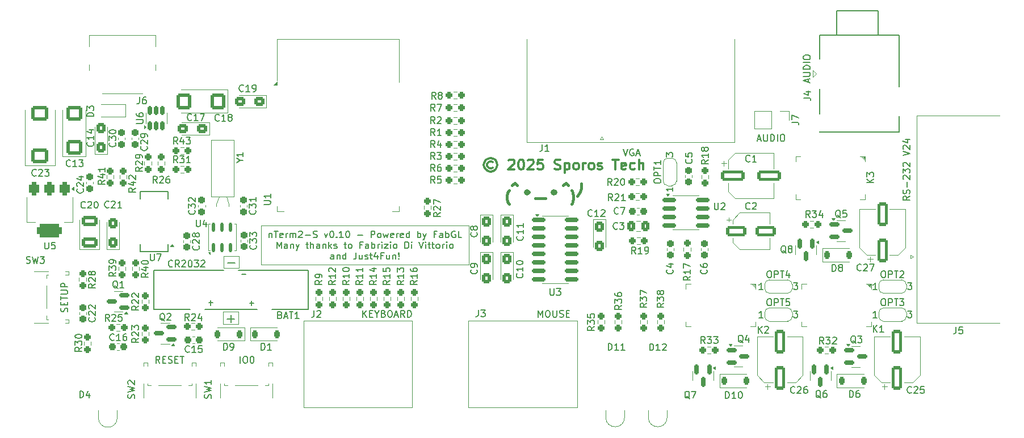
<source format=gto>
G04 #@! TF.GenerationSoftware,KiCad,Pcbnew,9.0.2*
G04 #@! TF.CreationDate,2025-06-23T14:50:53+02:00*
G04 #@! TF.ProjectId,nTerm2-S FT231,6e546572-6d32-42d5-9320-46543233312e,0.10*
G04 #@! TF.SameCoordinates,Original*
G04 #@! TF.FileFunction,Legend,Top*
G04 #@! TF.FilePolarity,Positive*
%FSLAX46Y46*%
G04 Gerber Fmt 4.6, Leading zero omitted, Abs format (unit mm)*
G04 Created by KiCad (PCBNEW 9.0.2) date 2025-06-23 14:50:53*
%MOMM*%
%LPD*%
G01*
G04 APERTURE LIST*
G04 Aperture macros list*
%AMRoundRect*
0 Rectangle with rounded corners*
0 $1 Rounding radius*
0 $2 $3 $4 $5 $6 $7 $8 $9 X,Y pos of 4 corners*
0 Add a 4 corners polygon primitive as box body*
4,1,4,$2,$3,$4,$5,$6,$7,$8,$9,$2,$3,0*
0 Add four circle primitives for the rounded corners*
1,1,$1+$1,$2,$3*
1,1,$1+$1,$4,$5*
1,1,$1+$1,$6,$7*
1,1,$1+$1,$8,$9*
0 Add four rect primitives between the rounded corners*
20,1,$1+$1,$2,$3,$4,$5,0*
20,1,$1+$1,$4,$5,$6,$7,0*
20,1,$1+$1,$6,$7,$8,$9,0*
20,1,$1+$1,$8,$9,$2,$3,0*%
%AMFreePoly0*
4,1,23,0.550000,-0.750000,0.000000,-0.750000,0.000000,-0.745722,-0.065263,-0.745722,-0.191342,-0.711940,-0.304381,-0.646677,-0.396677,-0.554381,-0.461940,-0.441342,-0.495722,-0.315263,-0.495722,-0.250000,-0.500000,-0.250000,-0.500000,0.250000,-0.495722,0.250000,-0.495722,0.315263,-0.461940,0.441342,-0.396677,0.554381,-0.304381,0.646677,-0.191342,0.711940,-0.065263,0.745722,0.000000,0.745722,
0.000000,0.750000,0.550000,0.750000,0.550000,-0.750000,0.550000,-0.750000,$1*%
%AMFreePoly1*
4,1,23,0.000000,0.745722,0.065263,0.745722,0.191342,0.711940,0.304381,0.646677,0.396677,0.554381,0.461940,0.441342,0.495722,0.315263,0.495722,0.250000,0.500000,0.250000,0.500000,-0.250000,0.495722,-0.250000,0.495722,-0.315263,0.461940,-0.441342,0.396677,-0.554381,0.304381,-0.646677,0.191342,-0.711940,0.065263,-0.745722,0.000000,-0.745722,0.000000,-0.750000,-0.550000,-0.750000,
-0.550000,0.750000,0.000000,0.750000,0.000000,0.745722,0.000000,0.745722,$1*%
G04 Aperture macros list end*
%ADD10C,0.150000*%
%ADD11C,0.300000*%
%ADD12C,0.400000*%
%ADD13C,0.200000*%
%ADD14C,0.100000*%
%ADD15C,0.120000*%
%ADD16RoundRect,0.237500X-0.237500X0.250000X-0.237500X-0.250000X0.237500X-0.250000X0.237500X0.250000X0*%
%ADD17C,3.200000*%
%ADD18RoundRect,0.237500X-0.250000X-0.237500X0.250000X-0.237500X0.250000X0.237500X-0.250000X0.237500X0*%
%ADD19FreePoly0,90.000000*%
%ADD20R,1.500000X1.000000*%
%ADD21FreePoly1,90.000000*%
%ADD22RoundRect,0.132500X0.132500X-0.532500X0.132500X0.532500X-0.132500X0.532500X-0.132500X-0.532500X0*%
%ADD23RoundRect,0.225000X-0.225000X-0.375000X0.225000X-0.375000X0.225000X0.375000X-0.225000X0.375000X0*%
%ADD24R,0.700000X2.000000*%
%ADD25C,1.750000*%
%ADD26C,2.100000*%
%ADD27R,1.700000X1.700000*%
%ADD28O,1.700000X1.700000*%
%ADD29R,1.500000X0.900000*%
%ADD30R,0.900000X1.500000*%
%ADD31C,0.600000*%
%ADD32R,4.200000X4.200000*%
%ADD33RoundRect,0.237500X0.237500X-0.250000X0.237500X0.250000X-0.237500X0.250000X-0.237500X-0.250000X0*%
%ADD34RoundRect,0.237500X-0.237500X0.300000X-0.237500X-0.300000X0.237500X-0.300000X0.237500X0.300000X0*%
%ADD35R,1.600000X1.600000*%
%ADD36C,1.600000*%
%ADD37O,2.000000X3.500000*%
%ADD38O,4.000000X2.000000*%
%ADD39RoundRect,0.250000X0.550000X-1.500000X0.550000X1.500000X-0.550000X1.500000X-0.550000X-1.500000X0*%
%ADD40RoundRect,0.237500X0.237500X-0.300000X0.237500X0.300000X-0.237500X0.300000X-0.237500X-0.300000X0*%
%ADD41R,1.800000X1.800000*%
%ADD42C,1.800000*%
%ADD43RoundRect,0.150000X-0.825000X-0.150000X0.825000X-0.150000X0.825000X0.150000X-0.825000X0.150000X0*%
%ADD44RoundRect,0.237500X0.250000X0.237500X-0.250000X0.237500X-0.250000X-0.237500X0.250000X-0.237500X0*%
%ADD45RoundRect,0.250000X-0.425000X0.537500X-0.425000X-0.537500X0.425000X-0.537500X0.425000X0.537500X0*%
%ADD46FreePoly0,0.000000*%
%ADD47R,1.000000X1.500000*%
%ADD48FreePoly1,0.000000*%
%ADD49RoundRect,0.250000X0.425000X-0.537500X0.425000X0.537500X-0.425000X0.537500X-0.425000X-0.537500X0*%
%ADD50RoundRect,0.237500X0.300000X0.237500X-0.300000X0.237500X-0.300000X-0.237500X0.300000X-0.237500X0*%
%ADD51RoundRect,0.225000X0.225000X0.375000X-0.225000X0.375000X-0.225000X-0.375000X0.225000X-0.375000X0*%
%ADD52RoundRect,0.375000X-0.375000X0.625000X-0.375000X-0.625000X0.375000X-0.625000X0.375000X0.625000X0*%
%ADD53RoundRect,0.500000X-1.400000X0.500000X-1.400000X-0.500000X1.400000X-0.500000X1.400000X0.500000X0*%
%ADD54RoundRect,0.250000X0.875000X0.925000X-0.875000X0.925000X-0.875000X-0.925000X0.875000X-0.925000X0*%
%ADD55RoundRect,0.250000X1.025000X-0.875000X1.025000X0.875000X-1.025000X0.875000X-1.025000X-0.875000X0*%
%ADD56RoundRect,0.150000X-0.587500X-0.150000X0.587500X-0.150000X0.587500X0.150000X-0.587500X0.150000X0*%
%ADD57RoundRect,0.237500X-0.300000X-0.237500X0.300000X-0.237500X0.300000X0.237500X-0.300000X0.237500X0*%
%ADD58RoundRect,0.150000X-0.150000X0.587500X-0.150000X-0.587500X0.150000X-0.587500X0.150000X0.587500X0*%
%ADD59RoundRect,0.150000X0.587500X0.150000X-0.587500X0.150000X-0.587500X-0.150000X0.587500X-0.150000X0*%
%ADD60C,0.700000*%
%ADD61O,1.300000X3.200000*%
%ADD62O,1.300000X2.500000*%
%ADD63RoundRect,0.250001X0.924999X-0.499999X0.924999X0.499999X-0.924999X0.499999X-0.924999X-0.499999X0*%
%ADD64C,2.200000*%
%ADD65RoundRect,0.150000X0.150000X-0.512500X0.150000X0.512500X-0.150000X0.512500X-0.150000X-0.512500X0*%
%ADD66C,4.000000*%
%ADD67RoundRect,0.250000X-1.250000X-0.550000X1.250000X-0.550000X1.250000X0.550000X-1.250000X0.550000X0*%
%ADD68RoundRect,0.250000X-1.500000X-0.550000X1.500000X-0.550000X1.500000X0.550000X-1.500000X0.550000X0*%
%ADD69RoundRect,0.250000X-0.337500X-0.475000X0.337500X-0.475000X0.337500X0.475000X-0.337500X0.475000X0*%
%ADD70RoundRect,0.250000X0.537500X0.425000X-0.537500X0.425000X-0.537500X-0.425000X0.537500X-0.425000X0*%
%ADD71O,2.200000X4.000000*%
%ADD72O,4.000000X2.200000*%
%ADD73R,2.200000X4.000000*%
%ADD74C,1.000000*%
%ADD75RoundRect,0.250000X0.925000X-0.875000X0.925000X0.875000X-0.925000X0.875000X-0.925000X-0.875000X0*%
%ADD76R,1.200000X0.400000*%
%ADD77R,1.200000X1.200000*%
G04 APERTURE END LIST*
D10*
X107778779Y-120900819D02*
X107778779Y-119900819D01*
X108445445Y-119900819D02*
X108635921Y-119900819D01*
X108635921Y-119900819D02*
X108731159Y-119948438D01*
X108731159Y-119948438D02*
X108826397Y-120043676D01*
X108826397Y-120043676D02*
X108874016Y-120234152D01*
X108874016Y-120234152D02*
X108874016Y-120567485D01*
X108874016Y-120567485D02*
X108826397Y-120757961D01*
X108826397Y-120757961D02*
X108731159Y-120853200D01*
X108731159Y-120853200D02*
X108635921Y-120900819D01*
X108635921Y-120900819D02*
X108445445Y-120900819D01*
X108445445Y-120900819D02*
X108350207Y-120853200D01*
X108350207Y-120853200D02*
X108254969Y-120757961D01*
X108254969Y-120757961D02*
X108207350Y-120567485D01*
X108207350Y-120567485D02*
X108207350Y-120234152D01*
X108207350Y-120234152D02*
X108254969Y-120043676D01*
X108254969Y-120043676D02*
X108350207Y-119948438D01*
X108350207Y-119948438D02*
X108445445Y-119900819D01*
X109493064Y-119900819D02*
X109588302Y-119900819D01*
X109588302Y-119900819D02*
X109683540Y-119948438D01*
X109683540Y-119948438D02*
X109731159Y-119996057D01*
X109731159Y-119996057D02*
X109778778Y-120091295D01*
X109778778Y-120091295D02*
X109826397Y-120281771D01*
X109826397Y-120281771D02*
X109826397Y-120519866D01*
X109826397Y-120519866D02*
X109778778Y-120710342D01*
X109778778Y-120710342D02*
X109731159Y-120805580D01*
X109731159Y-120805580D02*
X109683540Y-120853200D01*
X109683540Y-120853200D02*
X109588302Y-120900819D01*
X109588302Y-120900819D02*
X109493064Y-120900819D01*
X109493064Y-120900819D02*
X109397826Y-120853200D01*
X109397826Y-120853200D02*
X109350207Y-120805580D01*
X109350207Y-120805580D02*
X109302588Y-120710342D01*
X109302588Y-120710342D02*
X109254969Y-120519866D01*
X109254969Y-120519866D02*
X109254969Y-120281771D01*
X109254969Y-120281771D02*
X109302588Y-120091295D01*
X109302588Y-120091295D02*
X109350207Y-119996057D01*
X109350207Y-119996057D02*
X109397826Y-119948438D01*
X109397826Y-119948438D02*
X109493064Y-119900819D01*
D11*
X145405796Y-90859971D02*
X145262939Y-90788542D01*
X145262939Y-90788542D02*
X144977225Y-90788542D01*
X144977225Y-90788542D02*
X144834368Y-90859971D01*
X144834368Y-90859971D02*
X144691510Y-91002828D01*
X144691510Y-91002828D02*
X144620082Y-91145685D01*
X144620082Y-91145685D02*
X144620082Y-91431400D01*
X144620082Y-91431400D02*
X144691510Y-91574257D01*
X144691510Y-91574257D02*
X144834368Y-91717114D01*
X144834368Y-91717114D02*
X144977225Y-91788542D01*
X144977225Y-91788542D02*
X145262939Y-91788542D01*
X145262939Y-91788542D02*
X145405796Y-91717114D01*
X145120082Y-90288542D02*
X144762939Y-90359971D01*
X144762939Y-90359971D02*
X144405796Y-90574257D01*
X144405796Y-90574257D02*
X144191510Y-90931400D01*
X144191510Y-90931400D02*
X144120082Y-91288542D01*
X144120082Y-91288542D02*
X144191510Y-91645685D01*
X144191510Y-91645685D02*
X144405796Y-92002828D01*
X144405796Y-92002828D02*
X144762939Y-92217114D01*
X144762939Y-92217114D02*
X145120082Y-92288542D01*
X145120082Y-92288542D02*
X145477225Y-92217114D01*
X145477225Y-92217114D02*
X145834368Y-92002828D01*
X145834368Y-92002828D02*
X146048653Y-91645685D01*
X146048653Y-91645685D02*
X146120082Y-91288542D01*
X146120082Y-91288542D02*
X146048653Y-90931400D01*
X146048653Y-90931400D02*
X145834368Y-90574257D01*
X145834368Y-90574257D02*
X145477225Y-90359971D01*
X145477225Y-90359971D02*
X145120082Y-90288542D01*
X147834368Y-90645685D02*
X147905796Y-90574257D01*
X147905796Y-90574257D02*
X148048654Y-90502828D01*
X148048654Y-90502828D02*
X148405796Y-90502828D01*
X148405796Y-90502828D02*
X148548654Y-90574257D01*
X148548654Y-90574257D02*
X148620082Y-90645685D01*
X148620082Y-90645685D02*
X148691511Y-90788542D01*
X148691511Y-90788542D02*
X148691511Y-90931400D01*
X148691511Y-90931400D02*
X148620082Y-91145685D01*
X148620082Y-91145685D02*
X147762939Y-92002828D01*
X147762939Y-92002828D02*
X148691511Y-92002828D01*
X149620082Y-90502828D02*
X149762939Y-90502828D01*
X149762939Y-90502828D02*
X149905796Y-90574257D01*
X149905796Y-90574257D02*
X149977225Y-90645685D01*
X149977225Y-90645685D02*
X150048653Y-90788542D01*
X150048653Y-90788542D02*
X150120082Y-91074257D01*
X150120082Y-91074257D02*
X150120082Y-91431400D01*
X150120082Y-91431400D02*
X150048653Y-91717114D01*
X150048653Y-91717114D02*
X149977225Y-91859971D01*
X149977225Y-91859971D02*
X149905796Y-91931400D01*
X149905796Y-91931400D02*
X149762939Y-92002828D01*
X149762939Y-92002828D02*
X149620082Y-92002828D01*
X149620082Y-92002828D02*
X149477225Y-91931400D01*
X149477225Y-91931400D02*
X149405796Y-91859971D01*
X149405796Y-91859971D02*
X149334367Y-91717114D01*
X149334367Y-91717114D02*
X149262939Y-91431400D01*
X149262939Y-91431400D02*
X149262939Y-91074257D01*
X149262939Y-91074257D02*
X149334367Y-90788542D01*
X149334367Y-90788542D02*
X149405796Y-90645685D01*
X149405796Y-90645685D02*
X149477225Y-90574257D01*
X149477225Y-90574257D02*
X149620082Y-90502828D01*
X150691510Y-90645685D02*
X150762938Y-90574257D01*
X150762938Y-90574257D02*
X150905796Y-90502828D01*
X150905796Y-90502828D02*
X151262938Y-90502828D01*
X151262938Y-90502828D02*
X151405796Y-90574257D01*
X151405796Y-90574257D02*
X151477224Y-90645685D01*
X151477224Y-90645685D02*
X151548653Y-90788542D01*
X151548653Y-90788542D02*
X151548653Y-90931400D01*
X151548653Y-90931400D02*
X151477224Y-91145685D01*
X151477224Y-91145685D02*
X150620081Y-92002828D01*
X150620081Y-92002828D02*
X151548653Y-92002828D01*
X152905795Y-90502828D02*
X152191509Y-90502828D01*
X152191509Y-90502828D02*
X152120081Y-91217114D01*
X152120081Y-91217114D02*
X152191509Y-91145685D01*
X152191509Y-91145685D02*
X152334367Y-91074257D01*
X152334367Y-91074257D02*
X152691509Y-91074257D01*
X152691509Y-91074257D02*
X152834367Y-91145685D01*
X152834367Y-91145685D02*
X152905795Y-91217114D01*
X152905795Y-91217114D02*
X152977224Y-91359971D01*
X152977224Y-91359971D02*
X152977224Y-91717114D01*
X152977224Y-91717114D02*
X152905795Y-91859971D01*
X152905795Y-91859971D02*
X152834367Y-91931400D01*
X152834367Y-91931400D02*
X152691509Y-92002828D01*
X152691509Y-92002828D02*
X152334367Y-92002828D01*
X152334367Y-92002828D02*
X152191509Y-91931400D01*
X152191509Y-91931400D02*
X152120081Y-91859971D01*
X154691509Y-91931400D02*
X154905795Y-92002828D01*
X154905795Y-92002828D02*
X155262937Y-92002828D01*
X155262937Y-92002828D02*
X155405795Y-91931400D01*
X155405795Y-91931400D02*
X155477223Y-91859971D01*
X155477223Y-91859971D02*
X155548652Y-91717114D01*
X155548652Y-91717114D02*
X155548652Y-91574257D01*
X155548652Y-91574257D02*
X155477223Y-91431400D01*
X155477223Y-91431400D02*
X155405795Y-91359971D01*
X155405795Y-91359971D02*
X155262937Y-91288542D01*
X155262937Y-91288542D02*
X154977223Y-91217114D01*
X154977223Y-91217114D02*
X154834366Y-91145685D01*
X154834366Y-91145685D02*
X154762937Y-91074257D01*
X154762937Y-91074257D02*
X154691509Y-90931400D01*
X154691509Y-90931400D02*
X154691509Y-90788542D01*
X154691509Y-90788542D02*
X154762937Y-90645685D01*
X154762937Y-90645685D02*
X154834366Y-90574257D01*
X154834366Y-90574257D02*
X154977223Y-90502828D01*
X154977223Y-90502828D02*
X155334366Y-90502828D01*
X155334366Y-90502828D02*
X155548652Y-90574257D01*
X156191508Y-91002828D02*
X156191508Y-92502828D01*
X156191508Y-91074257D02*
X156334366Y-91002828D01*
X156334366Y-91002828D02*
X156620080Y-91002828D01*
X156620080Y-91002828D02*
X156762937Y-91074257D01*
X156762937Y-91074257D02*
X156834366Y-91145685D01*
X156834366Y-91145685D02*
X156905794Y-91288542D01*
X156905794Y-91288542D02*
X156905794Y-91717114D01*
X156905794Y-91717114D02*
X156834366Y-91859971D01*
X156834366Y-91859971D02*
X156762937Y-91931400D01*
X156762937Y-91931400D02*
X156620080Y-92002828D01*
X156620080Y-92002828D02*
X156334366Y-92002828D01*
X156334366Y-92002828D02*
X156191508Y-91931400D01*
X157762937Y-92002828D02*
X157620080Y-91931400D01*
X157620080Y-91931400D02*
X157548651Y-91859971D01*
X157548651Y-91859971D02*
X157477223Y-91717114D01*
X157477223Y-91717114D02*
X157477223Y-91288542D01*
X157477223Y-91288542D02*
X157548651Y-91145685D01*
X157548651Y-91145685D02*
X157620080Y-91074257D01*
X157620080Y-91074257D02*
X157762937Y-91002828D01*
X157762937Y-91002828D02*
X157977223Y-91002828D01*
X157977223Y-91002828D02*
X158120080Y-91074257D01*
X158120080Y-91074257D02*
X158191509Y-91145685D01*
X158191509Y-91145685D02*
X158262937Y-91288542D01*
X158262937Y-91288542D02*
X158262937Y-91717114D01*
X158262937Y-91717114D02*
X158191509Y-91859971D01*
X158191509Y-91859971D02*
X158120080Y-91931400D01*
X158120080Y-91931400D02*
X157977223Y-92002828D01*
X157977223Y-92002828D02*
X157762937Y-92002828D01*
X158905794Y-92002828D02*
X158905794Y-91002828D01*
X158905794Y-91288542D02*
X158977223Y-91145685D01*
X158977223Y-91145685D02*
X159048652Y-91074257D01*
X159048652Y-91074257D02*
X159191509Y-91002828D01*
X159191509Y-91002828D02*
X159334366Y-91002828D01*
X160048651Y-92002828D02*
X159905794Y-91931400D01*
X159905794Y-91931400D02*
X159834365Y-91859971D01*
X159834365Y-91859971D02*
X159762937Y-91717114D01*
X159762937Y-91717114D02*
X159762937Y-91288542D01*
X159762937Y-91288542D02*
X159834365Y-91145685D01*
X159834365Y-91145685D02*
X159905794Y-91074257D01*
X159905794Y-91074257D02*
X160048651Y-91002828D01*
X160048651Y-91002828D02*
X160262937Y-91002828D01*
X160262937Y-91002828D02*
X160405794Y-91074257D01*
X160405794Y-91074257D02*
X160477223Y-91145685D01*
X160477223Y-91145685D02*
X160548651Y-91288542D01*
X160548651Y-91288542D02*
X160548651Y-91717114D01*
X160548651Y-91717114D02*
X160477223Y-91859971D01*
X160477223Y-91859971D02*
X160405794Y-91931400D01*
X160405794Y-91931400D02*
X160262937Y-92002828D01*
X160262937Y-92002828D02*
X160048651Y-92002828D01*
X161120080Y-91931400D02*
X161262937Y-92002828D01*
X161262937Y-92002828D02*
X161548651Y-92002828D01*
X161548651Y-92002828D02*
X161691508Y-91931400D01*
X161691508Y-91931400D02*
X161762937Y-91788542D01*
X161762937Y-91788542D02*
X161762937Y-91717114D01*
X161762937Y-91717114D02*
X161691508Y-91574257D01*
X161691508Y-91574257D02*
X161548651Y-91502828D01*
X161548651Y-91502828D02*
X161334366Y-91502828D01*
X161334366Y-91502828D02*
X161191508Y-91431400D01*
X161191508Y-91431400D02*
X161120080Y-91288542D01*
X161120080Y-91288542D02*
X161120080Y-91217114D01*
X161120080Y-91217114D02*
X161191508Y-91074257D01*
X161191508Y-91074257D02*
X161334366Y-91002828D01*
X161334366Y-91002828D02*
X161548651Y-91002828D01*
X161548651Y-91002828D02*
X161691508Y-91074257D01*
X163334366Y-90502828D02*
X164191509Y-90502828D01*
X163762937Y-92002828D02*
X163762937Y-90502828D01*
X165262937Y-91931400D02*
X165120080Y-92002828D01*
X165120080Y-92002828D02*
X164834366Y-92002828D01*
X164834366Y-92002828D02*
X164691508Y-91931400D01*
X164691508Y-91931400D02*
X164620080Y-91788542D01*
X164620080Y-91788542D02*
X164620080Y-91217114D01*
X164620080Y-91217114D02*
X164691508Y-91074257D01*
X164691508Y-91074257D02*
X164834366Y-91002828D01*
X164834366Y-91002828D02*
X165120080Y-91002828D01*
X165120080Y-91002828D02*
X165262937Y-91074257D01*
X165262937Y-91074257D02*
X165334366Y-91217114D01*
X165334366Y-91217114D02*
X165334366Y-91359971D01*
X165334366Y-91359971D02*
X164620080Y-91502828D01*
X166620080Y-91931400D02*
X166477222Y-92002828D01*
X166477222Y-92002828D02*
X166191508Y-92002828D01*
X166191508Y-92002828D02*
X166048651Y-91931400D01*
X166048651Y-91931400D02*
X165977222Y-91859971D01*
X165977222Y-91859971D02*
X165905794Y-91717114D01*
X165905794Y-91717114D02*
X165905794Y-91288542D01*
X165905794Y-91288542D02*
X165977222Y-91145685D01*
X165977222Y-91145685D02*
X166048651Y-91074257D01*
X166048651Y-91074257D02*
X166191508Y-91002828D01*
X166191508Y-91002828D02*
X166477222Y-91002828D01*
X166477222Y-91002828D02*
X166620080Y-91074257D01*
X167262936Y-92002828D02*
X167262936Y-90502828D01*
X167905794Y-92002828D02*
X167905794Y-91217114D01*
X167905794Y-91217114D02*
X167834365Y-91074257D01*
X167834365Y-91074257D02*
X167691508Y-91002828D01*
X167691508Y-91002828D02*
X167477222Y-91002828D01*
X167477222Y-91002828D02*
X167334365Y-91074257D01*
X167334365Y-91074257D02*
X167262936Y-91145685D01*
D10*
X152228779Y-114042819D02*
X152228779Y-113042819D01*
X152228779Y-113042819D02*
X152562112Y-113757104D01*
X152562112Y-113757104D02*
X152895445Y-113042819D01*
X152895445Y-113042819D02*
X152895445Y-114042819D01*
X153562112Y-113042819D02*
X153752588Y-113042819D01*
X153752588Y-113042819D02*
X153847826Y-113090438D01*
X153847826Y-113090438D02*
X153943064Y-113185676D01*
X153943064Y-113185676D02*
X153990683Y-113376152D01*
X153990683Y-113376152D02*
X153990683Y-113709485D01*
X153990683Y-113709485D02*
X153943064Y-113899961D01*
X153943064Y-113899961D02*
X153847826Y-113995200D01*
X153847826Y-113995200D02*
X153752588Y-114042819D01*
X153752588Y-114042819D02*
X153562112Y-114042819D01*
X153562112Y-114042819D02*
X153466874Y-113995200D01*
X153466874Y-113995200D02*
X153371636Y-113899961D01*
X153371636Y-113899961D02*
X153324017Y-113709485D01*
X153324017Y-113709485D02*
X153324017Y-113376152D01*
X153324017Y-113376152D02*
X153371636Y-113185676D01*
X153371636Y-113185676D02*
X153466874Y-113090438D01*
X153466874Y-113090438D02*
X153562112Y-113042819D01*
X154419255Y-113042819D02*
X154419255Y-113852342D01*
X154419255Y-113852342D02*
X154466874Y-113947580D01*
X154466874Y-113947580D02*
X154514493Y-113995200D01*
X154514493Y-113995200D02*
X154609731Y-114042819D01*
X154609731Y-114042819D02*
X154800207Y-114042819D01*
X154800207Y-114042819D02*
X154895445Y-113995200D01*
X154895445Y-113995200D02*
X154943064Y-113947580D01*
X154943064Y-113947580D02*
X154990683Y-113852342D01*
X154990683Y-113852342D02*
X154990683Y-113042819D01*
X155419255Y-113995200D02*
X155562112Y-114042819D01*
X155562112Y-114042819D02*
X155800207Y-114042819D01*
X155800207Y-114042819D02*
X155895445Y-113995200D01*
X155895445Y-113995200D02*
X155943064Y-113947580D01*
X155943064Y-113947580D02*
X155990683Y-113852342D01*
X155990683Y-113852342D02*
X155990683Y-113757104D01*
X155990683Y-113757104D02*
X155943064Y-113661866D01*
X155943064Y-113661866D02*
X155895445Y-113614247D01*
X155895445Y-113614247D02*
X155800207Y-113566628D01*
X155800207Y-113566628D02*
X155609731Y-113519009D01*
X155609731Y-113519009D02*
X155514493Y-113471390D01*
X155514493Y-113471390D02*
X155466874Y-113423771D01*
X155466874Y-113423771D02*
X155419255Y-113328533D01*
X155419255Y-113328533D02*
X155419255Y-113233295D01*
X155419255Y-113233295D02*
X155466874Y-113138057D01*
X155466874Y-113138057D02*
X155514493Y-113090438D01*
X155514493Y-113090438D02*
X155609731Y-113042819D01*
X155609731Y-113042819D02*
X155847826Y-113042819D01*
X155847826Y-113042819D02*
X155990683Y-113090438D01*
X156419255Y-113519009D02*
X156752588Y-113519009D01*
X156895445Y-114042819D02*
X156419255Y-114042819D01*
X156419255Y-114042819D02*
X156419255Y-113042819D01*
X156419255Y-113042819D02*
X156895445Y-113042819D01*
X184947160Y-87468104D02*
X185423350Y-87468104D01*
X184851922Y-87753819D02*
X185185255Y-86753819D01*
X185185255Y-86753819D02*
X185518588Y-87753819D01*
X185851922Y-86753819D02*
X185851922Y-87563342D01*
X185851922Y-87563342D02*
X185899541Y-87658580D01*
X185899541Y-87658580D02*
X185947160Y-87706200D01*
X185947160Y-87706200D02*
X186042398Y-87753819D01*
X186042398Y-87753819D02*
X186232874Y-87753819D01*
X186232874Y-87753819D02*
X186328112Y-87706200D01*
X186328112Y-87706200D02*
X186375731Y-87658580D01*
X186375731Y-87658580D02*
X186423350Y-87563342D01*
X186423350Y-87563342D02*
X186423350Y-86753819D01*
X186899541Y-87753819D02*
X186899541Y-86753819D01*
X186899541Y-86753819D02*
X187137636Y-86753819D01*
X187137636Y-86753819D02*
X187280493Y-86801438D01*
X187280493Y-86801438D02*
X187375731Y-86896676D01*
X187375731Y-86896676D02*
X187423350Y-86991914D01*
X187423350Y-86991914D02*
X187470969Y-87182390D01*
X187470969Y-87182390D02*
X187470969Y-87325247D01*
X187470969Y-87325247D02*
X187423350Y-87515723D01*
X187423350Y-87515723D02*
X187375731Y-87610961D01*
X187375731Y-87610961D02*
X187280493Y-87706200D01*
X187280493Y-87706200D02*
X187137636Y-87753819D01*
X187137636Y-87753819D02*
X186899541Y-87753819D01*
X187899541Y-87753819D02*
X187899541Y-86753819D01*
X188566207Y-86753819D02*
X188756683Y-86753819D01*
X188756683Y-86753819D02*
X188851921Y-86801438D01*
X188851921Y-86801438D02*
X188947159Y-86896676D01*
X188947159Y-86896676D02*
X188994778Y-87087152D01*
X188994778Y-87087152D02*
X188994778Y-87420485D01*
X188994778Y-87420485D02*
X188947159Y-87610961D01*
X188947159Y-87610961D02*
X188851921Y-87706200D01*
X188851921Y-87706200D02*
X188756683Y-87753819D01*
X188756683Y-87753819D02*
X188566207Y-87753819D01*
X188566207Y-87753819D02*
X188470969Y-87706200D01*
X188470969Y-87706200D02*
X188375731Y-87610961D01*
X188375731Y-87610961D02*
X188328112Y-87420485D01*
X188328112Y-87420485D02*
X188328112Y-87087152D01*
X188328112Y-87087152D02*
X188375731Y-86896676D01*
X188375731Y-86896676D02*
X188470969Y-86801438D01*
X188470969Y-86801438D02*
X188566207Y-86753819D01*
X192497104Y-78958839D02*
X192497104Y-78482649D01*
X192782819Y-79054077D02*
X191782819Y-78720744D01*
X191782819Y-78720744D02*
X192782819Y-78387411D01*
X191782819Y-78054077D02*
X192592342Y-78054077D01*
X192592342Y-78054077D02*
X192687580Y-78006458D01*
X192687580Y-78006458D02*
X192735200Y-77958839D01*
X192735200Y-77958839D02*
X192782819Y-77863601D01*
X192782819Y-77863601D02*
X192782819Y-77673125D01*
X192782819Y-77673125D02*
X192735200Y-77577887D01*
X192735200Y-77577887D02*
X192687580Y-77530268D01*
X192687580Y-77530268D02*
X192592342Y-77482649D01*
X192592342Y-77482649D02*
X191782819Y-77482649D01*
X192782819Y-77006458D02*
X191782819Y-77006458D01*
X191782819Y-77006458D02*
X191782819Y-76768363D01*
X191782819Y-76768363D02*
X191830438Y-76625506D01*
X191830438Y-76625506D02*
X191925676Y-76530268D01*
X191925676Y-76530268D02*
X192020914Y-76482649D01*
X192020914Y-76482649D02*
X192211390Y-76435030D01*
X192211390Y-76435030D02*
X192354247Y-76435030D01*
X192354247Y-76435030D02*
X192544723Y-76482649D01*
X192544723Y-76482649D02*
X192639961Y-76530268D01*
X192639961Y-76530268D02*
X192735200Y-76625506D01*
X192735200Y-76625506D02*
X192782819Y-76768363D01*
X192782819Y-76768363D02*
X192782819Y-77006458D01*
X192782819Y-76006458D02*
X191782819Y-76006458D01*
X191782819Y-75339792D02*
X191782819Y-75149316D01*
X191782819Y-75149316D02*
X191830438Y-75054078D01*
X191830438Y-75054078D02*
X191925676Y-74958840D01*
X191925676Y-74958840D02*
X192116152Y-74911221D01*
X192116152Y-74911221D02*
X192449485Y-74911221D01*
X192449485Y-74911221D02*
X192639961Y-74958840D01*
X192639961Y-74958840D02*
X192735200Y-75054078D01*
X192735200Y-75054078D02*
X192782819Y-75149316D01*
X192782819Y-75149316D02*
X192782819Y-75339792D01*
X192782819Y-75339792D02*
X192735200Y-75435030D01*
X192735200Y-75435030D02*
X192639961Y-75530268D01*
X192639961Y-75530268D02*
X192449485Y-75577887D01*
X192449485Y-75577887D02*
X192116152Y-75577887D01*
X192116152Y-75577887D02*
X191925676Y-75530268D01*
X191925676Y-75530268D02*
X191830438Y-75435030D01*
X191830438Y-75435030D02*
X191782819Y-75339792D01*
X81991200Y-113248839D02*
X82038819Y-113105982D01*
X82038819Y-113105982D02*
X82038819Y-112867887D01*
X82038819Y-112867887D02*
X81991200Y-112772649D01*
X81991200Y-112772649D02*
X81943580Y-112725030D01*
X81943580Y-112725030D02*
X81848342Y-112677411D01*
X81848342Y-112677411D02*
X81753104Y-112677411D01*
X81753104Y-112677411D02*
X81657866Y-112725030D01*
X81657866Y-112725030D02*
X81610247Y-112772649D01*
X81610247Y-112772649D02*
X81562628Y-112867887D01*
X81562628Y-112867887D02*
X81515009Y-113058363D01*
X81515009Y-113058363D02*
X81467390Y-113153601D01*
X81467390Y-113153601D02*
X81419771Y-113201220D01*
X81419771Y-113201220D02*
X81324533Y-113248839D01*
X81324533Y-113248839D02*
X81229295Y-113248839D01*
X81229295Y-113248839D02*
X81134057Y-113201220D01*
X81134057Y-113201220D02*
X81086438Y-113153601D01*
X81086438Y-113153601D02*
X81038819Y-113058363D01*
X81038819Y-113058363D02*
X81038819Y-112820268D01*
X81038819Y-112820268D02*
X81086438Y-112677411D01*
X81515009Y-112248839D02*
X81515009Y-111915506D01*
X82038819Y-111772649D02*
X82038819Y-112248839D01*
X82038819Y-112248839D02*
X81038819Y-112248839D01*
X81038819Y-112248839D02*
X81038819Y-111772649D01*
X81038819Y-111486934D02*
X81038819Y-110915506D01*
X82038819Y-111201220D02*
X81038819Y-111201220D01*
X81038819Y-110582172D02*
X81848342Y-110582172D01*
X81848342Y-110582172D02*
X81943580Y-110534553D01*
X81943580Y-110534553D02*
X81991200Y-110486934D01*
X81991200Y-110486934D02*
X82038819Y-110391696D01*
X82038819Y-110391696D02*
X82038819Y-110201220D01*
X82038819Y-110201220D02*
X81991200Y-110105982D01*
X81991200Y-110105982D02*
X81943580Y-110058363D01*
X81943580Y-110058363D02*
X81848342Y-110010744D01*
X81848342Y-110010744D02*
X81038819Y-110010744D01*
X82038819Y-109534553D02*
X81038819Y-109534553D01*
X81038819Y-109534553D02*
X81038819Y-109153601D01*
X81038819Y-109153601D02*
X81086438Y-109058363D01*
X81086438Y-109058363D02*
X81134057Y-109010744D01*
X81134057Y-109010744D02*
X81229295Y-108963125D01*
X81229295Y-108963125D02*
X81372152Y-108963125D01*
X81372152Y-108963125D02*
X81467390Y-109010744D01*
X81467390Y-109010744D02*
X81515009Y-109058363D01*
X81515009Y-109058363D02*
X81562628Y-109153601D01*
X81562628Y-109153601D02*
X81562628Y-109534553D01*
X97682207Y-106454580D02*
X97634588Y-106502200D01*
X97634588Y-106502200D02*
X97491731Y-106549819D01*
X97491731Y-106549819D02*
X97396493Y-106549819D01*
X97396493Y-106549819D02*
X97253636Y-106502200D01*
X97253636Y-106502200D02*
X97158398Y-106406961D01*
X97158398Y-106406961D02*
X97110779Y-106311723D01*
X97110779Y-106311723D02*
X97063160Y-106121247D01*
X97063160Y-106121247D02*
X97063160Y-105978390D01*
X97063160Y-105978390D02*
X97110779Y-105787914D01*
X97110779Y-105787914D02*
X97158398Y-105692676D01*
X97158398Y-105692676D02*
X97253636Y-105597438D01*
X97253636Y-105597438D02*
X97396493Y-105549819D01*
X97396493Y-105549819D02*
X97491731Y-105549819D01*
X97491731Y-105549819D02*
X97634588Y-105597438D01*
X97634588Y-105597438D02*
X97682207Y-105645057D01*
X98682207Y-106549819D02*
X98348874Y-106073628D01*
X98110779Y-106549819D02*
X98110779Y-105549819D01*
X98110779Y-105549819D02*
X98491731Y-105549819D01*
X98491731Y-105549819D02*
X98586969Y-105597438D01*
X98586969Y-105597438D02*
X98634588Y-105645057D01*
X98634588Y-105645057D02*
X98682207Y-105740295D01*
X98682207Y-105740295D02*
X98682207Y-105883152D01*
X98682207Y-105883152D02*
X98634588Y-105978390D01*
X98634588Y-105978390D02*
X98586969Y-106026009D01*
X98586969Y-106026009D02*
X98491731Y-106073628D01*
X98491731Y-106073628D02*
X98110779Y-106073628D01*
X99063160Y-105645057D02*
X99110779Y-105597438D01*
X99110779Y-105597438D02*
X99206017Y-105549819D01*
X99206017Y-105549819D02*
X99444112Y-105549819D01*
X99444112Y-105549819D02*
X99539350Y-105597438D01*
X99539350Y-105597438D02*
X99586969Y-105645057D01*
X99586969Y-105645057D02*
X99634588Y-105740295D01*
X99634588Y-105740295D02*
X99634588Y-105835533D01*
X99634588Y-105835533D02*
X99586969Y-105978390D01*
X99586969Y-105978390D02*
X99015541Y-106549819D01*
X99015541Y-106549819D02*
X99634588Y-106549819D01*
X100253636Y-105549819D02*
X100348874Y-105549819D01*
X100348874Y-105549819D02*
X100444112Y-105597438D01*
X100444112Y-105597438D02*
X100491731Y-105645057D01*
X100491731Y-105645057D02*
X100539350Y-105740295D01*
X100539350Y-105740295D02*
X100586969Y-105930771D01*
X100586969Y-105930771D02*
X100586969Y-106168866D01*
X100586969Y-106168866D02*
X100539350Y-106359342D01*
X100539350Y-106359342D02*
X100491731Y-106454580D01*
X100491731Y-106454580D02*
X100444112Y-106502200D01*
X100444112Y-106502200D02*
X100348874Y-106549819D01*
X100348874Y-106549819D02*
X100253636Y-106549819D01*
X100253636Y-106549819D02*
X100158398Y-106502200D01*
X100158398Y-106502200D02*
X100110779Y-106454580D01*
X100110779Y-106454580D02*
X100063160Y-106359342D01*
X100063160Y-106359342D02*
X100015541Y-106168866D01*
X100015541Y-106168866D02*
X100015541Y-105930771D01*
X100015541Y-105930771D02*
X100063160Y-105740295D01*
X100063160Y-105740295D02*
X100110779Y-105645057D01*
X100110779Y-105645057D02*
X100158398Y-105597438D01*
X100158398Y-105597438D02*
X100253636Y-105549819D01*
X100920303Y-105549819D02*
X101539350Y-105549819D01*
X101539350Y-105549819D02*
X101206017Y-105930771D01*
X101206017Y-105930771D02*
X101348874Y-105930771D01*
X101348874Y-105930771D02*
X101444112Y-105978390D01*
X101444112Y-105978390D02*
X101491731Y-106026009D01*
X101491731Y-106026009D02*
X101539350Y-106121247D01*
X101539350Y-106121247D02*
X101539350Y-106359342D01*
X101539350Y-106359342D02*
X101491731Y-106454580D01*
X101491731Y-106454580D02*
X101444112Y-106502200D01*
X101444112Y-106502200D02*
X101348874Y-106549819D01*
X101348874Y-106549819D02*
X101063160Y-106549819D01*
X101063160Y-106549819D02*
X100967922Y-106502200D01*
X100967922Y-106502200D02*
X100920303Y-106454580D01*
X101920303Y-105645057D02*
X101967922Y-105597438D01*
X101967922Y-105597438D02*
X102063160Y-105549819D01*
X102063160Y-105549819D02*
X102301255Y-105549819D01*
X102301255Y-105549819D02*
X102396493Y-105597438D01*
X102396493Y-105597438D02*
X102444112Y-105645057D01*
X102444112Y-105645057D02*
X102491731Y-105740295D01*
X102491731Y-105740295D02*
X102491731Y-105835533D01*
X102491731Y-105835533D02*
X102444112Y-105978390D01*
X102444112Y-105978390D02*
X101872684Y-106549819D01*
X101872684Y-106549819D02*
X102491731Y-106549819D01*
D12*
X147868823Y-95079819D02*
X147773585Y-95175057D01*
X147773585Y-95175057D02*
X147678347Y-95460771D01*
X147678347Y-95460771D02*
X147583109Y-95936961D01*
X147583109Y-95936961D02*
X147583109Y-96317914D01*
X147583109Y-96317914D02*
X147678347Y-96794104D01*
X147678347Y-96794104D02*
X147773585Y-97079819D01*
X147773585Y-97079819D02*
X147868823Y-97175057D01*
X148345014Y-94317914D02*
X148725966Y-94032200D01*
X148725966Y-94032200D02*
X149106918Y-94317914D01*
X150345014Y-95175057D02*
X150345014Y-95556009D01*
X150440252Y-95556009D02*
X150440252Y-95175057D01*
X150535490Y-95079819D02*
X150535490Y-95651247D01*
X150630728Y-95556009D02*
X150630728Y-95175057D01*
X150725966Y-95175057D02*
X150725966Y-95556009D01*
X150345014Y-95460771D02*
X150535490Y-95651247D01*
X150535490Y-95651247D02*
X150725966Y-95460771D01*
X150345014Y-95270295D02*
X150535490Y-95079819D01*
X150535490Y-95079819D02*
X150725966Y-95270295D01*
X150345014Y-95175057D02*
X150535490Y-95079819D01*
X150535490Y-95079819D02*
X150725966Y-95175057D01*
X150725966Y-95175057D02*
X150821204Y-95365533D01*
X150821204Y-95365533D02*
X150725966Y-95556009D01*
X150725966Y-95556009D02*
X150535490Y-95651247D01*
X150535490Y-95651247D02*
X150345014Y-95556009D01*
X150345014Y-95556009D02*
X150249775Y-95365533D01*
X150249775Y-95365533D02*
X150345014Y-95175057D01*
X151773585Y-96317914D02*
X153297394Y-96317914D01*
X154345014Y-95175057D02*
X154345014Y-95556009D01*
X154440252Y-95556009D02*
X154440252Y-95175057D01*
X154535490Y-95079819D02*
X154535490Y-95651247D01*
X154630728Y-95556009D02*
X154630728Y-95175057D01*
X154725966Y-95175057D02*
X154725966Y-95556009D01*
X154345014Y-95460771D02*
X154535490Y-95651247D01*
X154535490Y-95651247D02*
X154725966Y-95460771D01*
X154345014Y-95270295D02*
X154535490Y-95079819D01*
X154535490Y-95079819D02*
X154725966Y-95270295D01*
X154345014Y-95175057D02*
X154535490Y-95079819D01*
X154535490Y-95079819D02*
X154725966Y-95175057D01*
X154725966Y-95175057D02*
X154821204Y-95365533D01*
X154821204Y-95365533D02*
X154725966Y-95556009D01*
X154725966Y-95556009D02*
X154535490Y-95651247D01*
X154535490Y-95651247D02*
X154345014Y-95556009D01*
X154345014Y-95556009D02*
X154249775Y-95365533D01*
X154249775Y-95365533D02*
X154345014Y-95175057D01*
X155964061Y-94317914D02*
X156345013Y-94032200D01*
X156345013Y-94032200D02*
X156725965Y-94317914D01*
X157202156Y-95079819D02*
X157297394Y-95175057D01*
X157297394Y-95175057D02*
X157392632Y-95460771D01*
X157392632Y-95460771D02*
X157487870Y-95936961D01*
X157487870Y-95936961D02*
X157487870Y-96317914D01*
X157487870Y-96317914D02*
X157392632Y-96794104D01*
X157392632Y-96794104D02*
X157297394Y-97079819D01*
X157297394Y-97079819D02*
X157202156Y-97175057D01*
X158630727Y-94127438D02*
X158630727Y-94794104D01*
X158630727Y-94794104D02*
X158440251Y-95365533D01*
X158440251Y-95365533D02*
X158059299Y-95936961D01*
D10*
X164912922Y-88912819D02*
X165246255Y-89912819D01*
X165246255Y-89912819D02*
X165579588Y-88912819D01*
X166436731Y-88960438D02*
X166341493Y-88912819D01*
X166341493Y-88912819D02*
X166198636Y-88912819D01*
X166198636Y-88912819D02*
X166055779Y-88960438D01*
X166055779Y-88960438D02*
X165960541Y-89055676D01*
X165960541Y-89055676D02*
X165912922Y-89150914D01*
X165912922Y-89150914D02*
X165865303Y-89341390D01*
X165865303Y-89341390D02*
X165865303Y-89484247D01*
X165865303Y-89484247D02*
X165912922Y-89674723D01*
X165912922Y-89674723D02*
X165960541Y-89769961D01*
X165960541Y-89769961D02*
X166055779Y-89865200D01*
X166055779Y-89865200D02*
X166198636Y-89912819D01*
X166198636Y-89912819D02*
X166293874Y-89912819D01*
X166293874Y-89912819D02*
X166436731Y-89865200D01*
X166436731Y-89865200D02*
X166484350Y-89817580D01*
X166484350Y-89817580D02*
X166484350Y-89484247D01*
X166484350Y-89484247D02*
X166293874Y-89484247D01*
X166865303Y-89627104D02*
X167341493Y-89627104D01*
X166770065Y-89912819D02*
X167103398Y-88912819D01*
X167103398Y-88912819D02*
X167436731Y-89912819D01*
X95777207Y-120900819D02*
X95443874Y-120424628D01*
X95205779Y-120900819D02*
X95205779Y-119900819D01*
X95205779Y-119900819D02*
X95586731Y-119900819D01*
X95586731Y-119900819D02*
X95681969Y-119948438D01*
X95681969Y-119948438D02*
X95729588Y-119996057D01*
X95729588Y-119996057D02*
X95777207Y-120091295D01*
X95777207Y-120091295D02*
X95777207Y-120234152D01*
X95777207Y-120234152D02*
X95729588Y-120329390D01*
X95729588Y-120329390D02*
X95681969Y-120377009D01*
X95681969Y-120377009D02*
X95586731Y-120424628D01*
X95586731Y-120424628D02*
X95205779Y-120424628D01*
X96205779Y-120377009D02*
X96539112Y-120377009D01*
X96681969Y-120900819D02*
X96205779Y-120900819D01*
X96205779Y-120900819D02*
X96205779Y-119900819D01*
X96205779Y-119900819D02*
X96681969Y-119900819D01*
X97062922Y-120853200D02*
X97205779Y-120900819D01*
X97205779Y-120900819D02*
X97443874Y-120900819D01*
X97443874Y-120900819D02*
X97539112Y-120853200D01*
X97539112Y-120853200D02*
X97586731Y-120805580D01*
X97586731Y-120805580D02*
X97634350Y-120710342D01*
X97634350Y-120710342D02*
X97634350Y-120615104D01*
X97634350Y-120615104D02*
X97586731Y-120519866D01*
X97586731Y-120519866D02*
X97539112Y-120472247D01*
X97539112Y-120472247D02*
X97443874Y-120424628D01*
X97443874Y-120424628D02*
X97253398Y-120377009D01*
X97253398Y-120377009D02*
X97158160Y-120329390D01*
X97158160Y-120329390D02*
X97110541Y-120281771D01*
X97110541Y-120281771D02*
X97062922Y-120186533D01*
X97062922Y-120186533D02*
X97062922Y-120091295D01*
X97062922Y-120091295D02*
X97110541Y-119996057D01*
X97110541Y-119996057D02*
X97158160Y-119948438D01*
X97158160Y-119948438D02*
X97253398Y-119900819D01*
X97253398Y-119900819D02*
X97491493Y-119900819D01*
X97491493Y-119900819D02*
X97634350Y-119948438D01*
X98062922Y-120377009D02*
X98396255Y-120377009D01*
X98539112Y-120900819D02*
X98062922Y-120900819D01*
X98062922Y-120900819D02*
X98062922Y-119900819D01*
X98062922Y-119900819D02*
X98539112Y-119900819D01*
X98824827Y-119900819D02*
X99396255Y-119900819D01*
X99110541Y-120900819D02*
X99110541Y-119900819D01*
X207641819Y-95992792D02*
X207165628Y-96326125D01*
X207641819Y-96564220D02*
X206641819Y-96564220D01*
X206641819Y-96564220D02*
X206641819Y-96183268D01*
X206641819Y-96183268D02*
X206689438Y-96088030D01*
X206689438Y-96088030D02*
X206737057Y-96040411D01*
X206737057Y-96040411D02*
X206832295Y-95992792D01*
X206832295Y-95992792D02*
X206975152Y-95992792D01*
X206975152Y-95992792D02*
X207070390Y-96040411D01*
X207070390Y-96040411D02*
X207118009Y-96088030D01*
X207118009Y-96088030D02*
X207165628Y-96183268D01*
X207165628Y-96183268D02*
X207165628Y-96564220D01*
X207594200Y-95611839D02*
X207641819Y-95468982D01*
X207641819Y-95468982D02*
X207641819Y-95230887D01*
X207641819Y-95230887D02*
X207594200Y-95135649D01*
X207594200Y-95135649D02*
X207546580Y-95088030D01*
X207546580Y-95088030D02*
X207451342Y-95040411D01*
X207451342Y-95040411D02*
X207356104Y-95040411D01*
X207356104Y-95040411D02*
X207260866Y-95088030D01*
X207260866Y-95088030D02*
X207213247Y-95135649D01*
X207213247Y-95135649D02*
X207165628Y-95230887D01*
X207165628Y-95230887D02*
X207118009Y-95421363D01*
X207118009Y-95421363D02*
X207070390Y-95516601D01*
X207070390Y-95516601D02*
X207022771Y-95564220D01*
X207022771Y-95564220D02*
X206927533Y-95611839D01*
X206927533Y-95611839D02*
X206832295Y-95611839D01*
X206832295Y-95611839D02*
X206737057Y-95564220D01*
X206737057Y-95564220D02*
X206689438Y-95516601D01*
X206689438Y-95516601D02*
X206641819Y-95421363D01*
X206641819Y-95421363D02*
X206641819Y-95183268D01*
X206641819Y-95183268D02*
X206689438Y-95040411D01*
X207260866Y-94611839D02*
X207260866Y-93849935D01*
X206737057Y-93421363D02*
X206689438Y-93373744D01*
X206689438Y-93373744D02*
X206641819Y-93278506D01*
X206641819Y-93278506D02*
X206641819Y-93040411D01*
X206641819Y-93040411D02*
X206689438Y-92945173D01*
X206689438Y-92945173D02*
X206737057Y-92897554D01*
X206737057Y-92897554D02*
X206832295Y-92849935D01*
X206832295Y-92849935D02*
X206927533Y-92849935D01*
X206927533Y-92849935D02*
X207070390Y-92897554D01*
X207070390Y-92897554D02*
X207641819Y-93468982D01*
X207641819Y-93468982D02*
X207641819Y-92849935D01*
X206641819Y-92516601D02*
X206641819Y-91897554D01*
X206641819Y-91897554D02*
X207022771Y-92230887D01*
X207022771Y-92230887D02*
X207022771Y-92088030D01*
X207022771Y-92088030D02*
X207070390Y-91992792D01*
X207070390Y-91992792D02*
X207118009Y-91945173D01*
X207118009Y-91945173D02*
X207213247Y-91897554D01*
X207213247Y-91897554D02*
X207451342Y-91897554D01*
X207451342Y-91897554D02*
X207546580Y-91945173D01*
X207546580Y-91945173D02*
X207594200Y-91992792D01*
X207594200Y-91992792D02*
X207641819Y-92088030D01*
X207641819Y-92088030D02*
X207641819Y-92373744D01*
X207641819Y-92373744D02*
X207594200Y-92468982D01*
X207594200Y-92468982D02*
X207546580Y-92516601D01*
X206737057Y-91516601D02*
X206689438Y-91468982D01*
X206689438Y-91468982D02*
X206641819Y-91373744D01*
X206641819Y-91373744D02*
X206641819Y-91135649D01*
X206641819Y-91135649D02*
X206689438Y-91040411D01*
X206689438Y-91040411D02*
X206737057Y-90992792D01*
X206737057Y-90992792D02*
X206832295Y-90945173D01*
X206832295Y-90945173D02*
X206927533Y-90945173D01*
X206927533Y-90945173D02*
X207070390Y-90992792D01*
X207070390Y-90992792D02*
X207641819Y-91564220D01*
X207641819Y-91564220D02*
X207641819Y-90945173D01*
X206641819Y-89897553D02*
X207641819Y-89564220D01*
X207641819Y-89564220D02*
X206641819Y-89230887D01*
X206737057Y-88945172D02*
X206689438Y-88897553D01*
X206689438Y-88897553D02*
X206641819Y-88802315D01*
X206641819Y-88802315D02*
X206641819Y-88564220D01*
X206641819Y-88564220D02*
X206689438Y-88468982D01*
X206689438Y-88468982D02*
X206737057Y-88421363D01*
X206737057Y-88421363D02*
X206832295Y-88373744D01*
X206832295Y-88373744D02*
X206927533Y-88373744D01*
X206927533Y-88373744D02*
X207070390Y-88421363D01*
X207070390Y-88421363D02*
X207641819Y-88992791D01*
X207641819Y-88992791D02*
X207641819Y-88373744D01*
X206975152Y-87516601D02*
X207641819Y-87516601D01*
X206594200Y-87754696D02*
X207308485Y-87992791D01*
X207308485Y-87992791D02*
X207308485Y-87373744D01*
X126066779Y-114042819D02*
X126066779Y-113042819D01*
X126638207Y-114042819D02*
X126209636Y-113471390D01*
X126638207Y-113042819D02*
X126066779Y-113614247D01*
X127066779Y-113519009D02*
X127400112Y-113519009D01*
X127542969Y-114042819D02*
X127066779Y-114042819D01*
X127066779Y-114042819D02*
X127066779Y-113042819D01*
X127066779Y-113042819D02*
X127542969Y-113042819D01*
X128162017Y-113566628D02*
X128162017Y-114042819D01*
X127828684Y-113042819D02*
X128162017Y-113566628D01*
X128162017Y-113566628D02*
X128495350Y-113042819D01*
X129162017Y-113519009D02*
X129304874Y-113566628D01*
X129304874Y-113566628D02*
X129352493Y-113614247D01*
X129352493Y-113614247D02*
X129400112Y-113709485D01*
X129400112Y-113709485D02*
X129400112Y-113852342D01*
X129400112Y-113852342D02*
X129352493Y-113947580D01*
X129352493Y-113947580D02*
X129304874Y-113995200D01*
X129304874Y-113995200D02*
X129209636Y-114042819D01*
X129209636Y-114042819D02*
X128828684Y-114042819D01*
X128828684Y-114042819D02*
X128828684Y-113042819D01*
X128828684Y-113042819D02*
X129162017Y-113042819D01*
X129162017Y-113042819D02*
X129257255Y-113090438D01*
X129257255Y-113090438D02*
X129304874Y-113138057D01*
X129304874Y-113138057D02*
X129352493Y-113233295D01*
X129352493Y-113233295D02*
X129352493Y-113328533D01*
X129352493Y-113328533D02*
X129304874Y-113423771D01*
X129304874Y-113423771D02*
X129257255Y-113471390D01*
X129257255Y-113471390D02*
X129162017Y-113519009D01*
X129162017Y-113519009D02*
X128828684Y-113519009D01*
X130019160Y-113042819D02*
X130209636Y-113042819D01*
X130209636Y-113042819D02*
X130304874Y-113090438D01*
X130304874Y-113090438D02*
X130400112Y-113185676D01*
X130400112Y-113185676D02*
X130447731Y-113376152D01*
X130447731Y-113376152D02*
X130447731Y-113709485D01*
X130447731Y-113709485D02*
X130400112Y-113899961D01*
X130400112Y-113899961D02*
X130304874Y-113995200D01*
X130304874Y-113995200D02*
X130209636Y-114042819D01*
X130209636Y-114042819D02*
X130019160Y-114042819D01*
X130019160Y-114042819D02*
X129923922Y-113995200D01*
X129923922Y-113995200D02*
X129828684Y-113899961D01*
X129828684Y-113899961D02*
X129781065Y-113709485D01*
X129781065Y-113709485D02*
X129781065Y-113376152D01*
X129781065Y-113376152D02*
X129828684Y-113185676D01*
X129828684Y-113185676D02*
X129923922Y-113090438D01*
X129923922Y-113090438D02*
X130019160Y-113042819D01*
X130828684Y-113757104D02*
X131304874Y-113757104D01*
X130733446Y-114042819D02*
X131066779Y-113042819D01*
X131066779Y-113042819D02*
X131400112Y-114042819D01*
X132304874Y-114042819D02*
X131971541Y-113566628D01*
X131733446Y-114042819D02*
X131733446Y-113042819D01*
X131733446Y-113042819D02*
X132114398Y-113042819D01*
X132114398Y-113042819D02*
X132209636Y-113090438D01*
X132209636Y-113090438D02*
X132257255Y-113138057D01*
X132257255Y-113138057D02*
X132304874Y-113233295D01*
X132304874Y-113233295D02*
X132304874Y-113376152D01*
X132304874Y-113376152D02*
X132257255Y-113471390D01*
X132257255Y-113471390D02*
X132209636Y-113519009D01*
X132209636Y-113519009D02*
X132114398Y-113566628D01*
X132114398Y-113566628D02*
X131733446Y-113566628D01*
X132733446Y-114042819D02*
X132733446Y-113042819D01*
X132733446Y-113042819D02*
X132971541Y-113042819D01*
X132971541Y-113042819D02*
X133114398Y-113090438D01*
X133114398Y-113090438D02*
X133209636Y-113185676D01*
X133209636Y-113185676D02*
X133257255Y-113280914D01*
X133257255Y-113280914D02*
X133304874Y-113471390D01*
X133304874Y-113471390D02*
X133304874Y-113614247D01*
X133304874Y-113614247D02*
X133257255Y-113804723D01*
X133257255Y-113804723D02*
X133209636Y-113899961D01*
X133209636Y-113899961D02*
X133114398Y-113995200D01*
X133114398Y-113995200D02*
X132971541Y-114042819D01*
X132971541Y-114042819D02*
X132733446Y-114042819D01*
D13*
X112055475Y-101501352D02*
X112055475Y-102168019D01*
X112055475Y-101596590D02*
X112103094Y-101548971D01*
X112103094Y-101548971D02*
X112198332Y-101501352D01*
X112198332Y-101501352D02*
X112341189Y-101501352D01*
X112341189Y-101501352D02*
X112436427Y-101548971D01*
X112436427Y-101548971D02*
X112484046Y-101644209D01*
X112484046Y-101644209D02*
X112484046Y-102168019D01*
X112817380Y-101168019D02*
X113388808Y-101168019D01*
X113103094Y-102168019D02*
X113103094Y-101168019D01*
X114103094Y-102120400D02*
X114007856Y-102168019D01*
X114007856Y-102168019D02*
X113817380Y-102168019D01*
X113817380Y-102168019D02*
X113722142Y-102120400D01*
X113722142Y-102120400D02*
X113674523Y-102025161D01*
X113674523Y-102025161D02*
X113674523Y-101644209D01*
X113674523Y-101644209D02*
X113722142Y-101548971D01*
X113722142Y-101548971D02*
X113817380Y-101501352D01*
X113817380Y-101501352D02*
X114007856Y-101501352D01*
X114007856Y-101501352D02*
X114103094Y-101548971D01*
X114103094Y-101548971D02*
X114150713Y-101644209D01*
X114150713Y-101644209D02*
X114150713Y-101739447D01*
X114150713Y-101739447D02*
X113674523Y-101834685D01*
X114579285Y-102168019D02*
X114579285Y-101501352D01*
X114579285Y-101691828D02*
X114626904Y-101596590D01*
X114626904Y-101596590D02*
X114674523Y-101548971D01*
X114674523Y-101548971D02*
X114769761Y-101501352D01*
X114769761Y-101501352D02*
X114864999Y-101501352D01*
X115198333Y-102168019D02*
X115198333Y-101501352D01*
X115198333Y-101596590D02*
X115245952Y-101548971D01*
X115245952Y-101548971D02*
X115341190Y-101501352D01*
X115341190Y-101501352D02*
X115484047Y-101501352D01*
X115484047Y-101501352D02*
X115579285Y-101548971D01*
X115579285Y-101548971D02*
X115626904Y-101644209D01*
X115626904Y-101644209D02*
X115626904Y-102168019D01*
X115626904Y-101644209D02*
X115674523Y-101548971D01*
X115674523Y-101548971D02*
X115769761Y-101501352D01*
X115769761Y-101501352D02*
X115912618Y-101501352D01*
X115912618Y-101501352D02*
X116007857Y-101548971D01*
X116007857Y-101548971D02*
X116055476Y-101644209D01*
X116055476Y-101644209D02*
X116055476Y-102168019D01*
X116484047Y-101263257D02*
X116531666Y-101215638D01*
X116531666Y-101215638D02*
X116626904Y-101168019D01*
X116626904Y-101168019D02*
X116864999Y-101168019D01*
X116864999Y-101168019D02*
X116960237Y-101215638D01*
X116960237Y-101215638D02*
X117007856Y-101263257D01*
X117007856Y-101263257D02*
X117055475Y-101358495D01*
X117055475Y-101358495D02*
X117055475Y-101453733D01*
X117055475Y-101453733D02*
X117007856Y-101596590D01*
X117007856Y-101596590D02*
X116436428Y-102168019D01*
X116436428Y-102168019D02*
X117055475Y-102168019D01*
X117484047Y-101787066D02*
X118245952Y-101787066D01*
X118674523Y-102120400D02*
X118817380Y-102168019D01*
X118817380Y-102168019D02*
X119055475Y-102168019D01*
X119055475Y-102168019D02*
X119150713Y-102120400D01*
X119150713Y-102120400D02*
X119198332Y-102072780D01*
X119198332Y-102072780D02*
X119245951Y-101977542D01*
X119245951Y-101977542D02*
X119245951Y-101882304D01*
X119245951Y-101882304D02*
X119198332Y-101787066D01*
X119198332Y-101787066D02*
X119150713Y-101739447D01*
X119150713Y-101739447D02*
X119055475Y-101691828D01*
X119055475Y-101691828D02*
X118864999Y-101644209D01*
X118864999Y-101644209D02*
X118769761Y-101596590D01*
X118769761Y-101596590D02*
X118722142Y-101548971D01*
X118722142Y-101548971D02*
X118674523Y-101453733D01*
X118674523Y-101453733D02*
X118674523Y-101358495D01*
X118674523Y-101358495D02*
X118722142Y-101263257D01*
X118722142Y-101263257D02*
X118769761Y-101215638D01*
X118769761Y-101215638D02*
X118864999Y-101168019D01*
X118864999Y-101168019D02*
X119103094Y-101168019D01*
X119103094Y-101168019D02*
X119245951Y-101215638D01*
X120341190Y-101501352D02*
X120579285Y-102168019D01*
X120579285Y-102168019D02*
X120817380Y-101501352D01*
X121388809Y-101168019D02*
X121484047Y-101168019D01*
X121484047Y-101168019D02*
X121579285Y-101215638D01*
X121579285Y-101215638D02*
X121626904Y-101263257D01*
X121626904Y-101263257D02*
X121674523Y-101358495D01*
X121674523Y-101358495D02*
X121722142Y-101548971D01*
X121722142Y-101548971D02*
X121722142Y-101787066D01*
X121722142Y-101787066D02*
X121674523Y-101977542D01*
X121674523Y-101977542D02*
X121626904Y-102072780D01*
X121626904Y-102072780D02*
X121579285Y-102120400D01*
X121579285Y-102120400D02*
X121484047Y-102168019D01*
X121484047Y-102168019D02*
X121388809Y-102168019D01*
X121388809Y-102168019D02*
X121293571Y-102120400D01*
X121293571Y-102120400D02*
X121245952Y-102072780D01*
X121245952Y-102072780D02*
X121198333Y-101977542D01*
X121198333Y-101977542D02*
X121150714Y-101787066D01*
X121150714Y-101787066D02*
X121150714Y-101548971D01*
X121150714Y-101548971D02*
X121198333Y-101358495D01*
X121198333Y-101358495D02*
X121245952Y-101263257D01*
X121245952Y-101263257D02*
X121293571Y-101215638D01*
X121293571Y-101215638D02*
X121388809Y-101168019D01*
X122150714Y-102072780D02*
X122198333Y-102120400D01*
X122198333Y-102120400D02*
X122150714Y-102168019D01*
X122150714Y-102168019D02*
X122103095Y-102120400D01*
X122103095Y-102120400D02*
X122150714Y-102072780D01*
X122150714Y-102072780D02*
X122150714Y-102168019D01*
X123150713Y-102168019D02*
X122579285Y-102168019D01*
X122864999Y-102168019D02*
X122864999Y-101168019D01*
X122864999Y-101168019D02*
X122769761Y-101310876D01*
X122769761Y-101310876D02*
X122674523Y-101406114D01*
X122674523Y-101406114D02*
X122579285Y-101453733D01*
X123769761Y-101168019D02*
X123864999Y-101168019D01*
X123864999Y-101168019D02*
X123960237Y-101215638D01*
X123960237Y-101215638D02*
X124007856Y-101263257D01*
X124007856Y-101263257D02*
X124055475Y-101358495D01*
X124055475Y-101358495D02*
X124103094Y-101548971D01*
X124103094Y-101548971D02*
X124103094Y-101787066D01*
X124103094Y-101787066D02*
X124055475Y-101977542D01*
X124055475Y-101977542D02*
X124007856Y-102072780D01*
X124007856Y-102072780D02*
X123960237Y-102120400D01*
X123960237Y-102120400D02*
X123864999Y-102168019D01*
X123864999Y-102168019D02*
X123769761Y-102168019D01*
X123769761Y-102168019D02*
X123674523Y-102120400D01*
X123674523Y-102120400D02*
X123626904Y-102072780D01*
X123626904Y-102072780D02*
X123579285Y-101977542D01*
X123579285Y-101977542D02*
X123531666Y-101787066D01*
X123531666Y-101787066D02*
X123531666Y-101548971D01*
X123531666Y-101548971D02*
X123579285Y-101358495D01*
X123579285Y-101358495D02*
X123626904Y-101263257D01*
X123626904Y-101263257D02*
X123674523Y-101215638D01*
X123674523Y-101215638D02*
X123769761Y-101168019D01*
X125293571Y-101787066D02*
X126055476Y-101787066D01*
X127293571Y-102168019D02*
X127293571Y-101168019D01*
X127293571Y-101168019D02*
X127674523Y-101168019D01*
X127674523Y-101168019D02*
X127769761Y-101215638D01*
X127769761Y-101215638D02*
X127817380Y-101263257D01*
X127817380Y-101263257D02*
X127864999Y-101358495D01*
X127864999Y-101358495D02*
X127864999Y-101501352D01*
X127864999Y-101501352D02*
X127817380Y-101596590D01*
X127817380Y-101596590D02*
X127769761Y-101644209D01*
X127769761Y-101644209D02*
X127674523Y-101691828D01*
X127674523Y-101691828D02*
X127293571Y-101691828D01*
X128436428Y-102168019D02*
X128341190Y-102120400D01*
X128341190Y-102120400D02*
X128293571Y-102072780D01*
X128293571Y-102072780D02*
X128245952Y-101977542D01*
X128245952Y-101977542D02*
X128245952Y-101691828D01*
X128245952Y-101691828D02*
X128293571Y-101596590D01*
X128293571Y-101596590D02*
X128341190Y-101548971D01*
X128341190Y-101548971D02*
X128436428Y-101501352D01*
X128436428Y-101501352D02*
X128579285Y-101501352D01*
X128579285Y-101501352D02*
X128674523Y-101548971D01*
X128674523Y-101548971D02*
X128722142Y-101596590D01*
X128722142Y-101596590D02*
X128769761Y-101691828D01*
X128769761Y-101691828D02*
X128769761Y-101977542D01*
X128769761Y-101977542D02*
X128722142Y-102072780D01*
X128722142Y-102072780D02*
X128674523Y-102120400D01*
X128674523Y-102120400D02*
X128579285Y-102168019D01*
X128579285Y-102168019D02*
X128436428Y-102168019D01*
X129103095Y-101501352D02*
X129293571Y-102168019D01*
X129293571Y-102168019D02*
X129484047Y-101691828D01*
X129484047Y-101691828D02*
X129674523Y-102168019D01*
X129674523Y-102168019D02*
X129864999Y-101501352D01*
X130626904Y-102120400D02*
X130531666Y-102168019D01*
X130531666Y-102168019D02*
X130341190Y-102168019D01*
X130341190Y-102168019D02*
X130245952Y-102120400D01*
X130245952Y-102120400D02*
X130198333Y-102025161D01*
X130198333Y-102025161D02*
X130198333Y-101644209D01*
X130198333Y-101644209D02*
X130245952Y-101548971D01*
X130245952Y-101548971D02*
X130341190Y-101501352D01*
X130341190Y-101501352D02*
X130531666Y-101501352D01*
X130531666Y-101501352D02*
X130626904Y-101548971D01*
X130626904Y-101548971D02*
X130674523Y-101644209D01*
X130674523Y-101644209D02*
X130674523Y-101739447D01*
X130674523Y-101739447D02*
X130198333Y-101834685D01*
X131103095Y-102168019D02*
X131103095Y-101501352D01*
X131103095Y-101691828D02*
X131150714Y-101596590D01*
X131150714Y-101596590D02*
X131198333Y-101548971D01*
X131198333Y-101548971D02*
X131293571Y-101501352D01*
X131293571Y-101501352D02*
X131388809Y-101501352D01*
X132103095Y-102120400D02*
X132007857Y-102168019D01*
X132007857Y-102168019D02*
X131817381Y-102168019D01*
X131817381Y-102168019D02*
X131722143Y-102120400D01*
X131722143Y-102120400D02*
X131674524Y-102025161D01*
X131674524Y-102025161D02*
X131674524Y-101644209D01*
X131674524Y-101644209D02*
X131722143Y-101548971D01*
X131722143Y-101548971D02*
X131817381Y-101501352D01*
X131817381Y-101501352D02*
X132007857Y-101501352D01*
X132007857Y-101501352D02*
X132103095Y-101548971D01*
X132103095Y-101548971D02*
X132150714Y-101644209D01*
X132150714Y-101644209D02*
X132150714Y-101739447D01*
X132150714Y-101739447D02*
X131674524Y-101834685D01*
X133007857Y-102168019D02*
X133007857Y-101168019D01*
X133007857Y-102120400D02*
X132912619Y-102168019D01*
X132912619Y-102168019D02*
X132722143Y-102168019D01*
X132722143Y-102168019D02*
X132626905Y-102120400D01*
X132626905Y-102120400D02*
X132579286Y-102072780D01*
X132579286Y-102072780D02*
X132531667Y-101977542D01*
X132531667Y-101977542D02*
X132531667Y-101691828D01*
X132531667Y-101691828D02*
X132579286Y-101596590D01*
X132579286Y-101596590D02*
X132626905Y-101548971D01*
X132626905Y-101548971D02*
X132722143Y-101501352D01*
X132722143Y-101501352D02*
X132912619Y-101501352D01*
X132912619Y-101501352D02*
X133007857Y-101548971D01*
X134245953Y-102168019D02*
X134245953Y-101168019D01*
X134245953Y-101548971D02*
X134341191Y-101501352D01*
X134341191Y-101501352D02*
X134531667Y-101501352D01*
X134531667Y-101501352D02*
X134626905Y-101548971D01*
X134626905Y-101548971D02*
X134674524Y-101596590D01*
X134674524Y-101596590D02*
X134722143Y-101691828D01*
X134722143Y-101691828D02*
X134722143Y-101977542D01*
X134722143Y-101977542D02*
X134674524Y-102072780D01*
X134674524Y-102072780D02*
X134626905Y-102120400D01*
X134626905Y-102120400D02*
X134531667Y-102168019D01*
X134531667Y-102168019D02*
X134341191Y-102168019D01*
X134341191Y-102168019D02*
X134245953Y-102120400D01*
X135055477Y-101501352D02*
X135293572Y-102168019D01*
X135531667Y-101501352D02*
X135293572Y-102168019D01*
X135293572Y-102168019D02*
X135198334Y-102406114D01*
X135198334Y-102406114D02*
X135150715Y-102453733D01*
X135150715Y-102453733D02*
X135055477Y-102501352D01*
X137007858Y-101644209D02*
X136674525Y-101644209D01*
X136674525Y-102168019D02*
X136674525Y-101168019D01*
X136674525Y-101168019D02*
X137150715Y-101168019D01*
X137960239Y-102168019D02*
X137960239Y-101644209D01*
X137960239Y-101644209D02*
X137912620Y-101548971D01*
X137912620Y-101548971D02*
X137817382Y-101501352D01*
X137817382Y-101501352D02*
X137626906Y-101501352D01*
X137626906Y-101501352D02*
X137531668Y-101548971D01*
X137960239Y-102120400D02*
X137865001Y-102168019D01*
X137865001Y-102168019D02*
X137626906Y-102168019D01*
X137626906Y-102168019D02*
X137531668Y-102120400D01*
X137531668Y-102120400D02*
X137484049Y-102025161D01*
X137484049Y-102025161D02*
X137484049Y-101929923D01*
X137484049Y-101929923D02*
X137531668Y-101834685D01*
X137531668Y-101834685D02*
X137626906Y-101787066D01*
X137626906Y-101787066D02*
X137865001Y-101787066D01*
X137865001Y-101787066D02*
X137960239Y-101739447D01*
X138436430Y-102168019D02*
X138436430Y-101168019D01*
X138436430Y-101548971D02*
X138531668Y-101501352D01*
X138531668Y-101501352D02*
X138722144Y-101501352D01*
X138722144Y-101501352D02*
X138817382Y-101548971D01*
X138817382Y-101548971D02*
X138865001Y-101596590D01*
X138865001Y-101596590D02*
X138912620Y-101691828D01*
X138912620Y-101691828D02*
X138912620Y-101977542D01*
X138912620Y-101977542D02*
X138865001Y-102072780D01*
X138865001Y-102072780D02*
X138817382Y-102120400D01*
X138817382Y-102120400D02*
X138722144Y-102168019D01*
X138722144Y-102168019D02*
X138531668Y-102168019D01*
X138531668Y-102168019D02*
X138436430Y-102120400D01*
X139865001Y-101215638D02*
X139769763Y-101168019D01*
X139769763Y-101168019D02*
X139626906Y-101168019D01*
X139626906Y-101168019D02*
X139484049Y-101215638D01*
X139484049Y-101215638D02*
X139388811Y-101310876D01*
X139388811Y-101310876D02*
X139341192Y-101406114D01*
X139341192Y-101406114D02*
X139293573Y-101596590D01*
X139293573Y-101596590D02*
X139293573Y-101739447D01*
X139293573Y-101739447D02*
X139341192Y-101929923D01*
X139341192Y-101929923D02*
X139388811Y-102025161D01*
X139388811Y-102025161D02*
X139484049Y-102120400D01*
X139484049Y-102120400D02*
X139626906Y-102168019D01*
X139626906Y-102168019D02*
X139722144Y-102168019D01*
X139722144Y-102168019D02*
X139865001Y-102120400D01*
X139865001Y-102120400D02*
X139912620Y-102072780D01*
X139912620Y-102072780D02*
X139912620Y-101739447D01*
X139912620Y-101739447D02*
X139722144Y-101739447D01*
X140817382Y-102168019D02*
X140341192Y-102168019D01*
X140341192Y-102168019D02*
X140341192Y-101168019D01*
X113245951Y-103777963D02*
X113245951Y-102777963D01*
X113245951Y-102777963D02*
X113579284Y-103492248D01*
X113579284Y-103492248D02*
X113912617Y-102777963D01*
X113912617Y-102777963D02*
X113912617Y-103777963D01*
X114817379Y-103777963D02*
X114817379Y-103254153D01*
X114817379Y-103254153D02*
X114769760Y-103158915D01*
X114769760Y-103158915D02*
X114674522Y-103111296D01*
X114674522Y-103111296D02*
X114484046Y-103111296D01*
X114484046Y-103111296D02*
X114388808Y-103158915D01*
X114817379Y-103730344D02*
X114722141Y-103777963D01*
X114722141Y-103777963D02*
X114484046Y-103777963D01*
X114484046Y-103777963D02*
X114388808Y-103730344D01*
X114388808Y-103730344D02*
X114341189Y-103635105D01*
X114341189Y-103635105D02*
X114341189Y-103539867D01*
X114341189Y-103539867D02*
X114388808Y-103444629D01*
X114388808Y-103444629D02*
X114484046Y-103397010D01*
X114484046Y-103397010D02*
X114722141Y-103397010D01*
X114722141Y-103397010D02*
X114817379Y-103349391D01*
X115293570Y-103111296D02*
X115293570Y-103777963D01*
X115293570Y-103206534D02*
X115341189Y-103158915D01*
X115341189Y-103158915D02*
X115436427Y-103111296D01*
X115436427Y-103111296D02*
X115579284Y-103111296D01*
X115579284Y-103111296D02*
X115674522Y-103158915D01*
X115674522Y-103158915D02*
X115722141Y-103254153D01*
X115722141Y-103254153D02*
X115722141Y-103777963D01*
X116103094Y-103111296D02*
X116341189Y-103777963D01*
X116579284Y-103111296D02*
X116341189Y-103777963D01*
X116341189Y-103777963D02*
X116245951Y-104016058D01*
X116245951Y-104016058D02*
X116198332Y-104063677D01*
X116198332Y-104063677D02*
X116103094Y-104111296D01*
X117579285Y-103111296D02*
X117960237Y-103111296D01*
X117722142Y-102777963D02*
X117722142Y-103635105D01*
X117722142Y-103635105D02*
X117769761Y-103730344D01*
X117769761Y-103730344D02*
X117864999Y-103777963D01*
X117864999Y-103777963D02*
X117960237Y-103777963D01*
X118293571Y-103777963D02*
X118293571Y-102777963D01*
X118722142Y-103777963D02*
X118722142Y-103254153D01*
X118722142Y-103254153D02*
X118674523Y-103158915D01*
X118674523Y-103158915D02*
X118579285Y-103111296D01*
X118579285Y-103111296D02*
X118436428Y-103111296D01*
X118436428Y-103111296D02*
X118341190Y-103158915D01*
X118341190Y-103158915D02*
X118293571Y-103206534D01*
X119626904Y-103777963D02*
X119626904Y-103254153D01*
X119626904Y-103254153D02*
X119579285Y-103158915D01*
X119579285Y-103158915D02*
X119484047Y-103111296D01*
X119484047Y-103111296D02*
X119293571Y-103111296D01*
X119293571Y-103111296D02*
X119198333Y-103158915D01*
X119626904Y-103730344D02*
X119531666Y-103777963D01*
X119531666Y-103777963D02*
X119293571Y-103777963D01*
X119293571Y-103777963D02*
X119198333Y-103730344D01*
X119198333Y-103730344D02*
X119150714Y-103635105D01*
X119150714Y-103635105D02*
X119150714Y-103539867D01*
X119150714Y-103539867D02*
X119198333Y-103444629D01*
X119198333Y-103444629D02*
X119293571Y-103397010D01*
X119293571Y-103397010D02*
X119531666Y-103397010D01*
X119531666Y-103397010D02*
X119626904Y-103349391D01*
X120103095Y-103111296D02*
X120103095Y-103777963D01*
X120103095Y-103206534D02*
X120150714Y-103158915D01*
X120150714Y-103158915D02*
X120245952Y-103111296D01*
X120245952Y-103111296D02*
X120388809Y-103111296D01*
X120388809Y-103111296D02*
X120484047Y-103158915D01*
X120484047Y-103158915D02*
X120531666Y-103254153D01*
X120531666Y-103254153D02*
X120531666Y-103777963D01*
X121007857Y-103777963D02*
X121007857Y-102777963D01*
X121103095Y-103397010D02*
X121388809Y-103777963D01*
X121388809Y-103111296D02*
X121007857Y-103492248D01*
X121769762Y-103730344D02*
X121865000Y-103777963D01*
X121865000Y-103777963D02*
X122055476Y-103777963D01*
X122055476Y-103777963D02*
X122150714Y-103730344D01*
X122150714Y-103730344D02*
X122198333Y-103635105D01*
X122198333Y-103635105D02*
X122198333Y-103587486D01*
X122198333Y-103587486D02*
X122150714Y-103492248D01*
X122150714Y-103492248D02*
X122055476Y-103444629D01*
X122055476Y-103444629D02*
X121912619Y-103444629D01*
X121912619Y-103444629D02*
X121817381Y-103397010D01*
X121817381Y-103397010D02*
X121769762Y-103301772D01*
X121769762Y-103301772D02*
X121769762Y-103254153D01*
X121769762Y-103254153D02*
X121817381Y-103158915D01*
X121817381Y-103158915D02*
X121912619Y-103111296D01*
X121912619Y-103111296D02*
X122055476Y-103111296D01*
X122055476Y-103111296D02*
X122150714Y-103158915D01*
X123245953Y-103111296D02*
X123626905Y-103111296D01*
X123388810Y-102777963D02*
X123388810Y-103635105D01*
X123388810Y-103635105D02*
X123436429Y-103730344D01*
X123436429Y-103730344D02*
X123531667Y-103777963D01*
X123531667Y-103777963D02*
X123626905Y-103777963D01*
X124103096Y-103777963D02*
X124007858Y-103730344D01*
X124007858Y-103730344D02*
X123960239Y-103682724D01*
X123960239Y-103682724D02*
X123912620Y-103587486D01*
X123912620Y-103587486D02*
X123912620Y-103301772D01*
X123912620Y-103301772D02*
X123960239Y-103206534D01*
X123960239Y-103206534D02*
X124007858Y-103158915D01*
X124007858Y-103158915D02*
X124103096Y-103111296D01*
X124103096Y-103111296D02*
X124245953Y-103111296D01*
X124245953Y-103111296D02*
X124341191Y-103158915D01*
X124341191Y-103158915D02*
X124388810Y-103206534D01*
X124388810Y-103206534D02*
X124436429Y-103301772D01*
X124436429Y-103301772D02*
X124436429Y-103587486D01*
X124436429Y-103587486D02*
X124388810Y-103682724D01*
X124388810Y-103682724D02*
X124341191Y-103730344D01*
X124341191Y-103730344D02*
X124245953Y-103777963D01*
X124245953Y-103777963D02*
X124103096Y-103777963D01*
X125960239Y-103254153D02*
X125626906Y-103254153D01*
X125626906Y-103777963D02*
X125626906Y-102777963D01*
X125626906Y-102777963D02*
X126103096Y-102777963D01*
X126912620Y-103777963D02*
X126912620Y-103254153D01*
X126912620Y-103254153D02*
X126865001Y-103158915D01*
X126865001Y-103158915D02*
X126769763Y-103111296D01*
X126769763Y-103111296D02*
X126579287Y-103111296D01*
X126579287Y-103111296D02*
X126484049Y-103158915D01*
X126912620Y-103730344D02*
X126817382Y-103777963D01*
X126817382Y-103777963D02*
X126579287Y-103777963D01*
X126579287Y-103777963D02*
X126484049Y-103730344D01*
X126484049Y-103730344D02*
X126436430Y-103635105D01*
X126436430Y-103635105D02*
X126436430Y-103539867D01*
X126436430Y-103539867D02*
X126484049Y-103444629D01*
X126484049Y-103444629D02*
X126579287Y-103397010D01*
X126579287Y-103397010D02*
X126817382Y-103397010D01*
X126817382Y-103397010D02*
X126912620Y-103349391D01*
X127388811Y-103777963D02*
X127388811Y-102777963D01*
X127388811Y-103158915D02*
X127484049Y-103111296D01*
X127484049Y-103111296D02*
X127674525Y-103111296D01*
X127674525Y-103111296D02*
X127769763Y-103158915D01*
X127769763Y-103158915D02*
X127817382Y-103206534D01*
X127817382Y-103206534D02*
X127865001Y-103301772D01*
X127865001Y-103301772D02*
X127865001Y-103587486D01*
X127865001Y-103587486D02*
X127817382Y-103682724D01*
X127817382Y-103682724D02*
X127769763Y-103730344D01*
X127769763Y-103730344D02*
X127674525Y-103777963D01*
X127674525Y-103777963D02*
X127484049Y-103777963D01*
X127484049Y-103777963D02*
X127388811Y-103730344D01*
X128293573Y-103777963D02*
X128293573Y-103111296D01*
X128293573Y-103301772D02*
X128341192Y-103206534D01*
X128341192Y-103206534D02*
X128388811Y-103158915D01*
X128388811Y-103158915D02*
X128484049Y-103111296D01*
X128484049Y-103111296D02*
X128579287Y-103111296D01*
X128912621Y-103777963D02*
X128912621Y-103111296D01*
X128912621Y-102777963D02*
X128865002Y-102825582D01*
X128865002Y-102825582D02*
X128912621Y-102873201D01*
X128912621Y-102873201D02*
X128960240Y-102825582D01*
X128960240Y-102825582D02*
X128912621Y-102777963D01*
X128912621Y-102777963D02*
X128912621Y-102873201D01*
X129293573Y-103111296D02*
X129817382Y-103111296D01*
X129817382Y-103111296D02*
X129293573Y-103777963D01*
X129293573Y-103777963D02*
X129817382Y-103777963D01*
X130198335Y-103777963D02*
X130198335Y-103111296D01*
X130198335Y-102777963D02*
X130150716Y-102825582D01*
X130150716Y-102825582D02*
X130198335Y-102873201D01*
X130198335Y-102873201D02*
X130245954Y-102825582D01*
X130245954Y-102825582D02*
X130198335Y-102777963D01*
X130198335Y-102777963D02*
X130198335Y-102873201D01*
X130817382Y-103777963D02*
X130722144Y-103730344D01*
X130722144Y-103730344D02*
X130674525Y-103682724D01*
X130674525Y-103682724D02*
X130626906Y-103587486D01*
X130626906Y-103587486D02*
X130626906Y-103301772D01*
X130626906Y-103301772D02*
X130674525Y-103206534D01*
X130674525Y-103206534D02*
X130722144Y-103158915D01*
X130722144Y-103158915D02*
X130817382Y-103111296D01*
X130817382Y-103111296D02*
X130960239Y-103111296D01*
X130960239Y-103111296D02*
X131055477Y-103158915D01*
X131055477Y-103158915D02*
X131103096Y-103206534D01*
X131103096Y-103206534D02*
X131150715Y-103301772D01*
X131150715Y-103301772D02*
X131150715Y-103587486D01*
X131150715Y-103587486D02*
X131103096Y-103682724D01*
X131103096Y-103682724D02*
X131055477Y-103730344D01*
X131055477Y-103730344D02*
X130960239Y-103777963D01*
X130960239Y-103777963D02*
X130817382Y-103777963D01*
X132341192Y-103777963D02*
X132341192Y-102777963D01*
X132341192Y-102777963D02*
X132579287Y-102777963D01*
X132579287Y-102777963D02*
X132722144Y-102825582D01*
X132722144Y-102825582D02*
X132817382Y-102920820D01*
X132817382Y-102920820D02*
X132865001Y-103016058D01*
X132865001Y-103016058D02*
X132912620Y-103206534D01*
X132912620Y-103206534D02*
X132912620Y-103349391D01*
X132912620Y-103349391D02*
X132865001Y-103539867D01*
X132865001Y-103539867D02*
X132817382Y-103635105D01*
X132817382Y-103635105D02*
X132722144Y-103730344D01*
X132722144Y-103730344D02*
X132579287Y-103777963D01*
X132579287Y-103777963D02*
X132341192Y-103777963D01*
X133341192Y-103777963D02*
X133341192Y-103111296D01*
X133341192Y-102777963D02*
X133293573Y-102825582D01*
X133293573Y-102825582D02*
X133341192Y-102873201D01*
X133341192Y-102873201D02*
X133388811Y-102825582D01*
X133388811Y-102825582D02*
X133341192Y-102777963D01*
X133341192Y-102777963D02*
X133341192Y-102873201D01*
X134436430Y-102777963D02*
X134769763Y-103777963D01*
X134769763Y-103777963D02*
X135103096Y-102777963D01*
X135436430Y-103777963D02*
X135436430Y-103111296D01*
X135436430Y-102777963D02*
X135388811Y-102825582D01*
X135388811Y-102825582D02*
X135436430Y-102873201D01*
X135436430Y-102873201D02*
X135484049Y-102825582D01*
X135484049Y-102825582D02*
X135436430Y-102777963D01*
X135436430Y-102777963D02*
X135436430Y-102873201D01*
X135769763Y-103111296D02*
X136150715Y-103111296D01*
X135912620Y-102777963D02*
X135912620Y-103635105D01*
X135912620Y-103635105D02*
X135960239Y-103730344D01*
X135960239Y-103730344D02*
X136055477Y-103777963D01*
X136055477Y-103777963D02*
X136150715Y-103777963D01*
X136341192Y-103111296D02*
X136722144Y-103111296D01*
X136484049Y-102777963D02*
X136484049Y-103635105D01*
X136484049Y-103635105D02*
X136531668Y-103730344D01*
X136531668Y-103730344D02*
X136626906Y-103777963D01*
X136626906Y-103777963D02*
X136722144Y-103777963D01*
X137198335Y-103777963D02*
X137103097Y-103730344D01*
X137103097Y-103730344D02*
X137055478Y-103682724D01*
X137055478Y-103682724D02*
X137007859Y-103587486D01*
X137007859Y-103587486D02*
X137007859Y-103301772D01*
X137007859Y-103301772D02*
X137055478Y-103206534D01*
X137055478Y-103206534D02*
X137103097Y-103158915D01*
X137103097Y-103158915D02*
X137198335Y-103111296D01*
X137198335Y-103111296D02*
X137341192Y-103111296D01*
X137341192Y-103111296D02*
X137436430Y-103158915D01*
X137436430Y-103158915D02*
X137484049Y-103206534D01*
X137484049Y-103206534D02*
X137531668Y-103301772D01*
X137531668Y-103301772D02*
X137531668Y-103587486D01*
X137531668Y-103587486D02*
X137484049Y-103682724D01*
X137484049Y-103682724D02*
X137436430Y-103730344D01*
X137436430Y-103730344D02*
X137341192Y-103777963D01*
X137341192Y-103777963D02*
X137198335Y-103777963D01*
X137960240Y-103777963D02*
X137960240Y-103111296D01*
X137960240Y-103301772D02*
X138007859Y-103206534D01*
X138007859Y-103206534D02*
X138055478Y-103158915D01*
X138055478Y-103158915D02*
X138150716Y-103111296D01*
X138150716Y-103111296D02*
X138245954Y-103111296D01*
X138579288Y-103777963D02*
X138579288Y-103111296D01*
X138579288Y-102777963D02*
X138531669Y-102825582D01*
X138531669Y-102825582D02*
X138579288Y-102873201D01*
X138579288Y-102873201D02*
X138626907Y-102825582D01*
X138626907Y-102825582D02*
X138579288Y-102777963D01*
X138579288Y-102777963D02*
X138579288Y-102873201D01*
X139198335Y-103777963D02*
X139103097Y-103730344D01*
X139103097Y-103730344D02*
X139055478Y-103682724D01*
X139055478Y-103682724D02*
X139007859Y-103587486D01*
X139007859Y-103587486D02*
X139007859Y-103301772D01*
X139007859Y-103301772D02*
X139055478Y-103206534D01*
X139055478Y-103206534D02*
X139103097Y-103158915D01*
X139103097Y-103158915D02*
X139198335Y-103111296D01*
X139198335Y-103111296D02*
X139341192Y-103111296D01*
X139341192Y-103111296D02*
X139436430Y-103158915D01*
X139436430Y-103158915D02*
X139484049Y-103206534D01*
X139484049Y-103206534D02*
X139531668Y-103301772D01*
X139531668Y-103301772D02*
X139531668Y-103587486D01*
X139531668Y-103587486D02*
X139484049Y-103682724D01*
X139484049Y-103682724D02*
X139436430Y-103730344D01*
X139436430Y-103730344D02*
X139341192Y-103777963D01*
X139341192Y-103777963D02*
X139198335Y-103777963D01*
X121722142Y-105387907D02*
X121722142Y-104864097D01*
X121722142Y-104864097D02*
X121674523Y-104768859D01*
X121674523Y-104768859D02*
X121579285Y-104721240D01*
X121579285Y-104721240D02*
X121388809Y-104721240D01*
X121388809Y-104721240D02*
X121293571Y-104768859D01*
X121722142Y-105340288D02*
X121626904Y-105387907D01*
X121626904Y-105387907D02*
X121388809Y-105387907D01*
X121388809Y-105387907D02*
X121293571Y-105340288D01*
X121293571Y-105340288D02*
X121245952Y-105245049D01*
X121245952Y-105245049D02*
X121245952Y-105149811D01*
X121245952Y-105149811D02*
X121293571Y-105054573D01*
X121293571Y-105054573D02*
X121388809Y-105006954D01*
X121388809Y-105006954D02*
X121626904Y-105006954D01*
X121626904Y-105006954D02*
X121722142Y-104959335D01*
X122198333Y-104721240D02*
X122198333Y-105387907D01*
X122198333Y-104816478D02*
X122245952Y-104768859D01*
X122245952Y-104768859D02*
X122341190Y-104721240D01*
X122341190Y-104721240D02*
X122484047Y-104721240D01*
X122484047Y-104721240D02*
X122579285Y-104768859D01*
X122579285Y-104768859D02*
X122626904Y-104864097D01*
X122626904Y-104864097D02*
X122626904Y-105387907D01*
X123531666Y-105387907D02*
X123531666Y-104387907D01*
X123531666Y-105340288D02*
X123436428Y-105387907D01*
X123436428Y-105387907D02*
X123245952Y-105387907D01*
X123245952Y-105387907D02*
X123150714Y-105340288D01*
X123150714Y-105340288D02*
X123103095Y-105292668D01*
X123103095Y-105292668D02*
X123055476Y-105197430D01*
X123055476Y-105197430D02*
X123055476Y-104911716D01*
X123055476Y-104911716D02*
X123103095Y-104816478D01*
X123103095Y-104816478D02*
X123150714Y-104768859D01*
X123150714Y-104768859D02*
X123245952Y-104721240D01*
X123245952Y-104721240D02*
X123436428Y-104721240D01*
X123436428Y-104721240D02*
X123531666Y-104768859D01*
X125055476Y-104387907D02*
X125055476Y-105102192D01*
X125055476Y-105102192D02*
X125007857Y-105245049D01*
X125007857Y-105245049D02*
X124912619Y-105340288D01*
X124912619Y-105340288D02*
X124769762Y-105387907D01*
X124769762Y-105387907D02*
X124674524Y-105387907D01*
X125960238Y-104721240D02*
X125960238Y-105387907D01*
X125531667Y-104721240D02*
X125531667Y-105245049D01*
X125531667Y-105245049D02*
X125579286Y-105340288D01*
X125579286Y-105340288D02*
X125674524Y-105387907D01*
X125674524Y-105387907D02*
X125817381Y-105387907D01*
X125817381Y-105387907D02*
X125912619Y-105340288D01*
X125912619Y-105340288D02*
X125960238Y-105292668D01*
X126388810Y-105340288D02*
X126484048Y-105387907D01*
X126484048Y-105387907D02*
X126674524Y-105387907D01*
X126674524Y-105387907D02*
X126769762Y-105340288D01*
X126769762Y-105340288D02*
X126817381Y-105245049D01*
X126817381Y-105245049D02*
X126817381Y-105197430D01*
X126817381Y-105197430D02*
X126769762Y-105102192D01*
X126769762Y-105102192D02*
X126674524Y-105054573D01*
X126674524Y-105054573D02*
X126531667Y-105054573D01*
X126531667Y-105054573D02*
X126436429Y-105006954D01*
X126436429Y-105006954D02*
X126388810Y-104911716D01*
X126388810Y-104911716D02*
X126388810Y-104864097D01*
X126388810Y-104864097D02*
X126436429Y-104768859D01*
X126436429Y-104768859D02*
X126531667Y-104721240D01*
X126531667Y-104721240D02*
X126674524Y-104721240D01*
X126674524Y-104721240D02*
X126769762Y-104768859D01*
X127103096Y-104721240D02*
X127484048Y-104721240D01*
X127245953Y-104387907D02*
X127245953Y-105245049D01*
X127245953Y-105245049D02*
X127293572Y-105340288D01*
X127293572Y-105340288D02*
X127388810Y-105387907D01*
X127388810Y-105387907D02*
X127484048Y-105387907D01*
X128245953Y-104721240D02*
X128245953Y-105387907D01*
X128007858Y-104340288D02*
X127769763Y-105054573D01*
X127769763Y-105054573D02*
X128388810Y-105054573D01*
X129103096Y-104864097D02*
X128769763Y-104864097D01*
X128769763Y-105387907D02*
X128769763Y-104387907D01*
X128769763Y-104387907D02*
X129245953Y-104387907D01*
X130055477Y-104721240D02*
X130055477Y-105387907D01*
X129626906Y-104721240D02*
X129626906Y-105245049D01*
X129626906Y-105245049D02*
X129674525Y-105340288D01*
X129674525Y-105340288D02*
X129769763Y-105387907D01*
X129769763Y-105387907D02*
X129912620Y-105387907D01*
X129912620Y-105387907D02*
X130007858Y-105340288D01*
X130007858Y-105340288D02*
X130055477Y-105292668D01*
X130531668Y-104721240D02*
X130531668Y-105387907D01*
X130531668Y-104816478D02*
X130579287Y-104768859D01*
X130579287Y-104768859D02*
X130674525Y-104721240D01*
X130674525Y-104721240D02*
X130817382Y-104721240D01*
X130817382Y-104721240D02*
X130912620Y-104768859D01*
X130912620Y-104768859D02*
X130960239Y-104864097D01*
X130960239Y-104864097D02*
X130960239Y-105387907D01*
X131436430Y-105292668D02*
X131484049Y-105340288D01*
X131484049Y-105340288D02*
X131436430Y-105387907D01*
X131436430Y-105387907D02*
X131388811Y-105340288D01*
X131388811Y-105340288D02*
X131436430Y-105292668D01*
X131436430Y-105292668D02*
X131436430Y-105387907D01*
X131436430Y-105006954D02*
X131388811Y-104435526D01*
X131388811Y-104435526D02*
X131436430Y-104387907D01*
X131436430Y-104387907D02*
X131484049Y-104435526D01*
X131484049Y-104435526D02*
X131436430Y-105006954D01*
X131436430Y-105006954D02*
X131436430Y-104387907D01*
D14*
X110871000Y-100380800D02*
X141859000Y-100380800D01*
X141859000Y-106172000D01*
X110871000Y-106172000D01*
X110871000Y-100380800D01*
D13*
X105807571Y-114285100D02*
X106950429Y-114285100D01*
X106379000Y-114856528D02*
X106379000Y-113713671D01*
D14*
X105236000Y-113220500D02*
X107522000Y-113220500D01*
X107522000Y-115125500D01*
X105236000Y-115125500D01*
X105236000Y-113220500D01*
D13*
X105854571Y-105903100D02*
X106997429Y-105903100D01*
D14*
X105283000Y-104902000D02*
X107569000Y-104902000D01*
X107569000Y-106680000D01*
X105283000Y-106680000D01*
X105283000Y-104902000D01*
D10*
X86150819Y-109083857D02*
X85674628Y-109417190D01*
X86150819Y-109655285D02*
X85150819Y-109655285D01*
X85150819Y-109655285D02*
X85150819Y-109274333D01*
X85150819Y-109274333D02*
X85198438Y-109179095D01*
X85198438Y-109179095D02*
X85246057Y-109131476D01*
X85246057Y-109131476D02*
X85341295Y-109083857D01*
X85341295Y-109083857D02*
X85484152Y-109083857D01*
X85484152Y-109083857D02*
X85579390Y-109131476D01*
X85579390Y-109131476D02*
X85627009Y-109179095D01*
X85627009Y-109179095D02*
X85674628Y-109274333D01*
X85674628Y-109274333D02*
X85674628Y-109655285D01*
X85246057Y-108702904D02*
X85198438Y-108655285D01*
X85198438Y-108655285D02*
X85150819Y-108560047D01*
X85150819Y-108560047D02*
X85150819Y-108321952D01*
X85150819Y-108321952D02*
X85198438Y-108226714D01*
X85198438Y-108226714D02*
X85246057Y-108179095D01*
X85246057Y-108179095D02*
X85341295Y-108131476D01*
X85341295Y-108131476D02*
X85436533Y-108131476D01*
X85436533Y-108131476D02*
X85579390Y-108179095D01*
X85579390Y-108179095D02*
X86150819Y-108750523D01*
X86150819Y-108750523D02*
X86150819Y-108131476D01*
X85579390Y-107560047D02*
X85531771Y-107655285D01*
X85531771Y-107655285D02*
X85484152Y-107702904D01*
X85484152Y-107702904D02*
X85388914Y-107750523D01*
X85388914Y-107750523D02*
X85341295Y-107750523D01*
X85341295Y-107750523D02*
X85246057Y-107702904D01*
X85246057Y-107702904D02*
X85198438Y-107655285D01*
X85198438Y-107655285D02*
X85150819Y-107560047D01*
X85150819Y-107560047D02*
X85150819Y-107369571D01*
X85150819Y-107369571D02*
X85198438Y-107274333D01*
X85198438Y-107274333D02*
X85246057Y-107226714D01*
X85246057Y-107226714D02*
X85341295Y-107179095D01*
X85341295Y-107179095D02*
X85388914Y-107179095D01*
X85388914Y-107179095D02*
X85484152Y-107226714D01*
X85484152Y-107226714D02*
X85531771Y-107274333D01*
X85531771Y-107274333D02*
X85579390Y-107369571D01*
X85579390Y-107369571D02*
X85579390Y-107560047D01*
X85579390Y-107560047D02*
X85627009Y-107655285D01*
X85627009Y-107655285D02*
X85674628Y-107702904D01*
X85674628Y-107702904D02*
X85769866Y-107750523D01*
X85769866Y-107750523D02*
X85960342Y-107750523D01*
X85960342Y-107750523D02*
X86055580Y-107702904D01*
X86055580Y-107702904D02*
X86103200Y-107655285D01*
X86103200Y-107655285D02*
X86150819Y-107560047D01*
X86150819Y-107560047D02*
X86150819Y-107369571D01*
X86150819Y-107369571D02*
X86103200Y-107274333D01*
X86103200Y-107274333D02*
X86055580Y-107226714D01*
X86055580Y-107226714D02*
X85960342Y-107179095D01*
X85960342Y-107179095D02*
X85769866Y-107179095D01*
X85769866Y-107179095D02*
X85674628Y-107226714D01*
X85674628Y-107226714D02*
X85627009Y-107274333D01*
X85627009Y-107274333D02*
X85579390Y-107369571D01*
X136804333Y-85123319D02*
X136471000Y-84647128D01*
X136232905Y-85123319D02*
X136232905Y-84123319D01*
X136232905Y-84123319D02*
X136613857Y-84123319D01*
X136613857Y-84123319D02*
X136709095Y-84170938D01*
X136709095Y-84170938D02*
X136756714Y-84218557D01*
X136756714Y-84218557D02*
X136804333Y-84313795D01*
X136804333Y-84313795D02*
X136804333Y-84456652D01*
X136804333Y-84456652D02*
X136756714Y-84551890D01*
X136756714Y-84551890D02*
X136709095Y-84599509D01*
X136709095Y-84599509D02*
X136613857Y-84647128D01*
X136613857Y-84647128D02*
X136232905Y-84647128D01*
X137185286Y-84218557D02*
X137232905Y-84170938D01*
X137232905Y-84170938D02*
X137328143Y-84123319D01*
X137328143Y-84123319D02*
X137566238Y-84123319D01*
X137566238Y-84123319D02*
X137661476Y-84170938D01*
X137661476Y-84170938D02*
X137709095Y-84218557D01*
X137709095Y-84218557D02*
X137756714Y-84313795D01*
X137756714Y-84313795D02*
X137756714Y-84409033D01*
X137756714Y-84409033D02*
X137709095Y-84551890D01*
X137709095Y-84551890D02*
X137137667Y-85123319D01*
X137137667Y-85123319D02*
X137756714Y-85123319D01*
X95369142Y-94006819D02*
X95035809Y-93530628D01*
X94797714Y-94006819D02*
X94797714Y-93006819D01*
X94797714Y-93006819D02*
X95178666Y-93006819D01*
X95178666Y-93006819D02*
X95273904Y-93054438D01*
X95273904Y-93054438D02*
X95321523Y-93102057D01*
X95321523Y-93102057D02*
X95369142Y-93197295D01*
X95369142Y-93197295D02*
X95369142Y-93340152D01*
X95369142Y-93340152D02*
X95321523Y-93435390D01*
X95321523Y-93435390D02*
X95273904Y-93483009D01*
X95273904Y-93483009D02*
X95178666Y-93530628D01*
X95178666Y-93530628D02*
X94797714Y-93530628D01*
X95750095Y-93102057D02*
X95797714Y-93054438D01*
X95797714Y-93054438D02*
X95892952Y-93006819D01*
X95892952Y-93006819D02*
X96131047Y-93006819D01*
X96131047Y-93006819D02*
X96226285Y-93054438D01*
X96226285Y-93054438D02*
X96273904Y-93102057D01*
X96273904Y-93102057D02*
X96321523Y-93197295D01*
X96321523Y-93197295D02*
X96321523Y-93292533D01*
X96321523Y-93292533D02*
X96273904Y-93435390D01*
X96273904Y-93435390D02*
X95702476Y-94006819D01*
X95702476Y-94006819D02*
X96321523Y-94006819D01*
X97178666Y-93006819D02*
X96988190Y-93006819D01*
X96988190Y-93006819D02*
X96892952Y-93054438D01*
X96892952Y-93054438D02*
X96845333Y-93102057D01*
X96845333Y-93102057D02*
X96750095Y-93244914D01*
X96750095Y-93244914D02*
X96702476Y-93435390D01*
X96702476Y-93435390D02*
X96702476Y-93816342D01*
X96702476Y-93816342D02*
X96750095Y-93911580D01*
X96750095Y-93911580D02*
X96797714Y-93959200D01*
X96797714Y-93959200D02*
X96892952Y-94006819D01*
X96892952Y-94006819D02*
X97083428Y-94006819D01*
X97083428Y-94006819D02*
X97178666Y-93959200D01*
X97178666Y-93959200D02*
X97226285Y-93911580D01*
X97226285Y-93911580D02*
X97273904Y-93816342D01*
X97273904Y-93816342D02*
X97273904Y-93578247D01*
X97273904Y-93578247D02*
X97226285Y-93483009D01*
X97226285Y-93483009D02*
X97178666Y-93435390D01*
X97178666Y-93435390D02*
X97083428Y-93387771D01*
X97083428Y-93387771D02*
X96892952Y-93387771D01*
X96892952Y-93387771D02*
X96797714Y-93435390D01*
X96797714Y-93435390D02*
X96750095Y-93483009D01*
X96750095Y-93483009D02*
X96702476Y-93578247D01*
X177112942Y-117955219D02*
X176779609Y-117479028D01*
X176541514Y-117955219D02*
X176541514Y-116955219D01*
X176541514Y-116955219D02*
X176922466Y-116955219D01*
X176922466Y-116955219D02*
X177017704Y-117002838D01*
X177017704Y-117002838D02*
X177065323Y-117050457D01*
X177065323Y-117050457D02*
X177112942Y-117145695D01*
X177112942Y-117145695D02*
X177112942Y-117288552D01*
X177112942Y-117288552D02*
X177065323Y-117383790D01*
X177065323Y-117383790D02*
X177017704Y-117431409D01*
X177017704Y-117431409D02*
X176922466Y-117479028D01*
X176922466Y-117479028D02*
X176541514Y-117479028D01*
X177446276Y-116955219D02*
X178065323Y-116955219D01*
X178065323Y-116955219D02*
X177731990Y-117336171D01*
X177731990Y-117336171D02*
X177874847Y-117336171D01*
X177874847Y-117336171D02*
X177970085Y-117383790D01*
X177970085Y-117383790D02*
X178017704Y-117431409D01*
X178017704Y-117431409D02*
X178065323Y-117526647D01*
X178065323Y-117526647D02*
X178065323Y-117764742D01*
X178065323Y-117764742D02*
X178017704Y-117859980D01*
X178017704Y-117859980D02*
X177970085Y-117907600D01*
X177970085Y-117907600D02*
X177874847Y-117955219D01*
X177874847Y-117955219D02*
X177589133Y-117955219D01*
X177589133Y-117955219D02*
X177493895Y-117907600D01*
X177493895Y-117907600D02*
X177446276Y-117859980D01*
X178398657Y-116955219D02*
X179017704Y-116955219D01*
X179017704Y-116955219D02*
X178684371Y-117336171D01*
X178684371Y-117336171D02*
X178827228Y-117336171D01*
X178827228Y-117336171D02*
X178922466Y-117383790D01*
X178922466Y-117383790D02*
X178970085Y-117431409D01*
X178970085Y-117431409D02*
X179017704Y-117526647D01*
X179017704Y-117526647D02*
X179017704Y-117764742D01*
X179017704Y-117764742D02*
X178970085Y-117859980D01*
X178970085Y-117859980D02*
X178922466Y-117907600D01*
X178922466Y-117907600D02*
X178827228Y-117955219D01*
X178827228Y-117955219D02*
X178541514Y-117955219D01*
X178541514Y-117955219D02*
X178446276Y-117907600D01*
X178446276Y-117907600D02*
X178398657Y-117859980D01*
X87576819Y-93606857D02*
X87100628Y-93940190D01*
X87576819Y-94178285D02*
X86576819Y-94178285D01*
X86576819Y-94178285D02*
X86576819Y-93797333D01*
X86576819Y-93797333D02*
X86624438Y-93702095D01*
X86624438Y-93702095D02*
X86672057Y-93654476D01*
X86672057Y-93654476D02*
X86767295Y-93606857D01*
X86767295Y-93606857D02*
X86910152Y-93606857D01*
X86910152Y-93606857D02*
X87005390Y-93654476D01*
X87005390Y-93654476D02*
X87053009Y-93702095D01*
X87053009Y-93702095D02*
X87100628Y-93797333D01*
X87100628Y-93797333D02*
X87100628Y-94178285D01*
X86910152Y-92749714D02*
X87576819Y-92749714D01*
X86529200Y-92987809D02*
X87243485Y-93225904D01*
X87243485Y-93225904D02*
X87243485Y-92606857D01*
X87576819Y-91702095D02*
X87576819Y-92273523D01*
X87576819Y-91987809D02*
X86576819Y-91987809D01*
X86576819Y-91987809D02*
X86719676Y-92083047D01*
X86719676Y-92083047D02*
X86814914Y-92178285D01*
X86814914Y-92178285D02*
X86862533Y-92273523D01*
X169511219Y-93796480D02*
X169511219Y-93606004D01*
X169511219Y-93606004D02*
X169558838Y-93510766D01*
X169558838Y-93510766D02*
X169654076Y-93415528D01*
X169654076Y-93415528D02*
X169844552Y-93367909D01*
X169844552Y-93367909D02*
X170177885Y-93367909D01*
X170177885Y-93367909D02*
X170368361Y-93415528D01*
X170368361Y-93415528D02*
X170463600Y-93510766D01*
X170463600Y-93510766D02*
X170511219Y-93606004D01*
X170511219Y-93606004D02*
X170511219Y-93796480D01*
X170511219Y-93796480D02*
X170463600Y-93891718D01*
X170463600Y-93891718D02*
X170368361Y-93986956D01*
X170368361Y-93986956D02*
X170177885Y-94034575D01*
X170177885Y-94034575D02*
X169844552Y-94034575D01*
X169844552Y-94034575D02*
X169654076Y-93986956D01*
X169654076Y-93986956D02*
X169558838Y-93891718D01*
X169558838Y-93891718D02*
X169511219Y-93796480D01*
X170511219Y-92939337D02*
X169511219Y-92939337D01*
X169511219Y-92939337D02*
X169511219Y-92558385D01*
X169511219Y-92558385D02*
X169558838Y-92463147D01*
X169558838Y-92463147D02*
X169606457Y-92415528D01*
X169606457Y-92415528D02*
X169701695Y-92367909D01*
X169701695Y-92367909D02*
X169844552Y-92367909D01*
X169844552Y-92367909D02*
X169939790Y-92415528D01*
X169939790Y-92415528D02*
X169987409Y-92463147D01*
X169987409Y-92463147D02*
X170035028Y-92558385D01*
X170035028Y-92558385D02*
X170035028Y-92939337D01*
X169511219Y-92082194D02*
X169511219Y-91510766D01*
X170511219Y-91796480D02*
X169511219Y-91796480D01*
X170511219Y-90653623D02*
X170511219Y-91225051D01*
X170511219Y-90939337D02*
X169511219Y-90939337D01*
X169511219Y-90939337D02*
X169654076Y-91034575D01*
X169654076Y-91034575D02*
X169749314Y-91129813D01*
X169749314Y-91129813D02*
X169796933Y-91225051D01*
X172311219Y-94658385D02*
X172311219Y-95229813D01*
X172311219Y-94944099D02*
X171311219Y-94944099D01*
X171311219Y-94944099D02*
X171454076Y-95039337D01*
X171454076Y-95039337D02*
X171549314Y-95134575D01*
X171549314Y-95134575D02*
X171596933Y-95229813D01*
X171311219Y-90077432D02*
X171311219Y-89458385D01*
X171311219Y-89458385D02*
X171692171Y-89791718D01*
X171692171Y-89791718D02*
X171692171Y-89648861D01*
X171692171Y-89648861D02*
X171739790Y-89553623D01*
X171739790Y-89553623D02*
X171787409Y-89506004D01*
X171787409Y-89506004D02*
X171882647Y-89458385D01*
X171882647Y-89458385D02*
X172120742Y-89458385D01*
X172120742Y-89458385D02*
X172215980Y-89506004D01*
X172215980Y-89506004D02*
X172263600Y-89553623D01*
X172263600Y-89553623D02*
X172311219Y-89648861D01*
X172311219Y-89648861D02*
X172311219Y-89934575D01*
X172311219Y-89934575D02*
X172263600Y-90029813D01*
X172263600Y-90029813D02*
X172215980Y-90077432D01*
X101219095Y-99530819D02*
X101219095Y-100340342D01*
X101219095Y-100340342D02*
X101266714Y-100435580D01*
X101266714Y-100435580D02*
X101314333Y-100483200D01*
X101314333Y-100483200D02*
X101409571Y-100530819D01*
X101409571Y-100530819D02*
X101600047Y-100530819D01*
X101600047Y-100530819D02*
X101695285Y-100483200D01*
X101695285Y-100483200D02*
X101742904Y-100435580D01*
X101742904Y-100435580D02*
X101790523Y-100340342D01*
X101790523Y-100340342D02*
X101790523Y-99530819D01*
X102695285Y-99864152D02*
X102695285Y-100530819D01*
X102457190Y-99483200D02*
X102219095Y-100197485D01*
X102219095Y-100197485D02*
X102838142Y-100197485D01*
X177569019Y-90558857D02*
X177092828Y-90892190D01*
X177569019Y-91130285D02*
X176569019Y-91130285D01*
X176569019Y-91130285D02*
X176569019Y-90749333D01*
X176569019Y-90749333D02*
X176616638Y-90654095D01*
X176616638Y-90654095D02*
X176664257Y-90606476D01*
X176664257Y-90606476D02*
X176759495Y-90558857D01*
X176759495Y-90558857D02*
X176902352Y-90558857D01*
X176902352Y-90558857D02*
X176997590Y-90606476D01*
X176997590Y-90606476D02*
X177045209Y-90654095D01*
X177045209Y-90654095D02*
X177092828Y-90749333D01*
X177092828Y-90749333D02*
X177092828Y-91130285D01*
X177569019Y-89606476D02*
X177569019Y-90177904D01*
X177569019Y-89892190D02*
X176569019Y-89892190D01*
X176569019Y-89892190D02*
X176711876Y-89987428D01*
X176711876Y-89987428D02*
X176807114Y-90082666D01*
X176807114Y-90082666D02*
X176854733Y-90177904D01*
X176997590Y-89035047D02*
X176949971Y-89130285D01*
X176949971Y-89130285D02*
X176902352Y-89177904D01*
X176902352Y-89177904D02*
X176807114Y-89225523D01*
X176807114Y-89225523D02*
X176759495Y-89225523D01*
X176759495Y-89225523D02*
X176664257Y-89177904D01*
X176664257Y-89177904D02*
X176616638Y-89130285D01*
X176616638Y-89130285D02*
X176569019Y-89035047D01*
X176569019Y-89035047D02*
X176569019Y-88844571D01*
X176569019Y-88844571D02*
X176616638Y-88749333D01*
X176616638Y-88749333D02*
X176664257Y-88701714D01*
X176664257Y-88701714D02*
X176759495Y-88654095D01*
X176759495Y-88654095D02*
X176807114Y-88654095D01*
X176807114Y-88654095D02*
X176902352Y-88701714D01*
X176902352Y-88701714D02*
X176949971Y-88749333D01*
X176949971Y-88749333D02*
X176997590Y-88844571D01*
X176997590Y-88844571D02*
X176997590Y-89035047D01*
X176997590Y-89035047D02*
X177045209Y-89130285D01*
X177045209Y-89130285D02*
X177092828Y-89177904D01*
X177092828Y-89177904D02*
X177188066Y-89225523D01*
X177188066Y-89225523D02*
X177378542Y-89225523D01*
X177378542Y-89225523D02*
X177473780Y-89177904D01*
X177473780Y-89177904D02*
X177521400Y-89130285D01*
X177521400Y-89130285D02*
X177569019Y-89035047D01*
X177569019Y-89035047D02*
X177569019Y-88844571D01*
X177569019Y-88844571D02*
X177521400Y-88749333D01*
X177521400Y-88749333D02*
X177473780Y-88701714D01*
X177473780Y-88701714D02*
X177378542Y-88654095D01*
X177378542Y-88654095D02*
X177188066Y-88654095D01*
X177188066Y-88654095D02*
X177092828Y-88701714D01*
X177092828Y-88701714D02*
X177045209Y-88749333D01*
X177045209Y-88749333D02*
X176997590Y-88844571D01*
X180173714Y-126184819D02*
X180173714Y-125184819D01*
X180173714Y-125184819D02*
X180411809Y-125184819D01*
X180411809Y-125184819D02*
X180554666Y-125232438D01*
X180554666Y-125232438D02*
X180649904Y-125327676D01*
X180649904Y-125327676D02*
X180697523Y-125422914D01*
X180697523Y-125422914D02*
X180745142Y-125613390D01*
X180745142Y-125613390D02*
X180745142Y-125756247D01*
X180745142Y-125756247D02*
X180697523Y-125946723D01*
X180697523Y-125946723D02*
X180649904Y-126041961D01*
X180649904Y-126041961D02*
X180554666Y-126137200D01*
X180554666Y-126137200D02*
X180411809Y-126184819D01*
X180411809Y-126184819D02*
X180173714Y-126184819D01*
X181697523Y-126184819D02*
X181126095Y-126184819D01*
X181411809Y-126184819D02*
X181411809Y-125184819D01*
X181411809Y-125184819D02*
X181316571Y-125327676D01*
X181316571Y-125327676D02*
X181221333Y-125422914D01*
X181221333Y-125422914D02*
X181126095Y-125470533D01*
X182316571Y-125184819D02*
X182411809Y-125184819D01*
X182411809Y-125184819D02*
X182507047Y-125232438D01*
X182507047Y-125232438D02*
X182554666Y-125280057D01*
X182554666Y-125280057D02*
X182602285Y-125375295D01*
X182602285Y-125375295D02*
X182649904Y-125565771D01*
X182649904Y-125565771D02*
X182649904Y-125803866D01*
X182649904Y-125803866D02*
X182602285Y-125994342D01*
X182602285Y-125994342D02*
X182554666Y-126089580D01*
X182554666Y-126089580D02*
X182507047Y-126137200D01*
X182507047Y-126137200D02*
X182411809Y-126184819D01*
X182411809Y-126184819D02*
X182316571Y-126184819D01*
X182316571Y-126184819D02*
X182221333Y-126137200D01*
X182221333Y-126137200D02*
X182173714Y-126089580D01*
X182173714Y-126089580D02*
X182126095Y-125994342D01*
X182126095Y-125994342D02*
X182078476Y-125803866D01*
X182078476Y-125803866D02*
X182078476Y-125565771D01*
X182078476Y-125565771D02*
X182126095Y-125375295D01*
X182126095Y-125375295D02*
X182173714Y-125280057D01*
X182173714Y-125280057D02*
X182221333Y-125232438D01*
X182221333Y-125232438D02*
X182316571Y-125184819D01*
X202207905Y-116278819D02*
X202207905Y-115278819D01*
X202779333Y-116278819D02*
X202350762Y-115707390D01*
X202779333Y-115278819D02*
X202207905Y-115850247D01*
X203731714Y-116278819D02*
X203160286Y-116278819D01*
X203446000Y-116278819D02*
X203446000Y-115278819D01*
X203446000Y-115278819D02*
X203350762Y-115421676D01*
X203350762Y-115421676D02*
X203255524Y-115516914D01*
X203255524Y-115516914D02*
X203160286Y-115564533D01*
X91974200Y-126164832D02*
X92021819Y-126021975D01*
X92021819Y-126021975D02*
X92021819Y-125783880D01*
X92021819Y-125783880D02*
X91974200Y-125688642D01*
X91974200Y-125688642D02*
X91926580Y-125641023D01*
X91926580Y-125641023D02*
X91831342Y-125593404D01*
X91831342Y-125593404D02*
X91736104Y-125593404D01*
X91736104Y-125593404D02*
X91640866Y-125641023D01*
X91640866Y-125641023D02*
X91593247Y-125688642D01*
X91593247Y-125688642D02*
X91545628Y-125783880D01*
X91545628Y-125783880D02*
X91498009Y-125974356D01*
X91498009Y-125974356D02*
X91450390Y-126069594D01*
X91450390Y-126069594D02*
X91402771Y-126117213D01*
X91402771Y-126117213D02*
X91307533Y-126164832D01*
X91307533Y-126164832D02*
X91212295Y-126164832D01*
X91212295Y-126164832D02*
X91117057Y-126117213D01*
X91117057Y-126117213D02*
X91069438Y-126069594D01*
X91069438Y-126069594D02*
X91021819Y-125974356D01*
X91021819Y-125974356D02*
X91021819Y-125736261D01*
X91021819Y-125736261D02*
X91069438Y-125593404D01*
X91021819Y-125260070D02*
X92021819Y-125021975D01*
X92021819Y-125021975D02*
X91307533Y-124831499D01*
X91307533Y-124831499D02*
X92021819Y-124641023D01*
X92021819Y-124641023D02*
X91021819Y-124402928D01*
X91117057Y-124069594D02*
X91069438Y-124021975D01*
X91069438Y-124021975D02*
X91021819Y-123926737D01*
X91021819Y-123926737D02*
X91021819Y-123688642D01*
X91021819Y-123688642D02*
X91069438Y-123593404D01*
X91069438Y-123593404D02*
X91117057Y-123545785D01*
X91117057Y-123545785D02*
X91212295Y-123498166D01*
X91212295Y-123498166D02*
X91307533Y-123498166D01*
X91307533Y-123498166D02*
X91450390Y-123545785D01*
X91450390Y-123545785D02*
X92021819Y-124117213D01*
X92021819Y-124117213D02*
X92021819Y-123498166D01*
X190080019Y-84915333D02*
X190794304Y-84915333D01*
X190794304Y-84915333D02*
X190937161Y-84962952D01*
X190937161Y-84962952D02*
X191032400Y-85058190D01*
X191032400Y-85058190D02*
X191080019Y-85201047D01*
X191080019Y-85201047D02*
X191080019Y-85296285D01*
X190080019Y-84534380D02*
X190080019Y-83867714D01*
X190080019Y-83867714D02*
X191080019Y-84296285D01*
X174920724Y-107951389D02*
X174444533Y-108284722D01*
X174920724Y-108522817D02*
X173920724Y-108522817D01*
X173920724Y-108522817D02*
X173920724Y-108141865D01*
X173920724Y-108141865D02*
X173968343Y-108046627D01*
X173968343Y-108046627D02*
X174015962Y-107999008D01*
X174015962Y-107999008D02*
X174111200Y-107951389D01*
X174111200Y-107951389D02*
X174254057Y-107951389D01*
X174254057Y-107951389D02*
X174349295Y-107999008D01*
X174349295Y-107999008D02*
X174396914Y-108046627D01*
X174396914Y-108046627D02*
X174444533Y-108141865D01*
X174444533Y-108141865D02*
X174444533Y-108522817D01*
X174920724Y-106999008D02*
X174920724Y-107570436D01*
X174920724Y-107284722D02*
X173920724Y-107284722D01*
X173920724Y-107284722D02*
X174063581Y-107379960D01*
X174063581Y-107379960D02*
X174158819Y-107475198D01*
X174158819Y-107475198D02*
X174206438Y-107570436D01*
X173920724Y-106665674D02*
X173920724Y-105999008D01*
X173920724Y-105999008D02*
X174920724Y-106427579D01*
X111292819Y-97203404D02*
X112102342Y-97203404D01*
X112102342Y-97203404D02*
X112197580Y-97155785D01*
X112197580Y-97155785D02*
X112245200Y-97108166D01*
X112245200Y-97108166D02*
X112292819Y-97012928D01*
X112292819Y-97012928D02*
X112292819Y-96822452D01*
X112292819Y-96822452D02*
X112245200Y-96727214D01*
X112245200Y-96727214D02*
X112197580Y-96679595D01*
X112197580Y-96679595D02*
X112102342Y-96631976D01*
X112102342Y-96631976D02*
X111292819Y-96631976D01*
X112292819Y-95631976D02*
X112292819Y-96203404D01*
X112292819Y-95917690D02*
X111292819Y-95917690D01*
X111292819Y-95917690D02*
X111435676Y-96012928D01*
X111435676Y-96012928D02*
X111530914Y-96108166D01*
X111530914Y-96108166D02*
X111578533Y-96203404D01*
X128099794Y-108572329D02*
X127623603Y-108905662D01*
X128099794Y-109143757D02*
X127099794Y-109143757D01*
X127099794Y-109143757D02*
X127099794Y-108762805D01*
X127099794Y-108762805D02*
X127147413Y-108667567D01*
X127147413Y-108667567D02*
X127195032Y-108619948D01*
X127195032Y-108619948D02*
X127290270Y-108572329D01*
X127290270Y-108572329D02*
X127433127Y-108572329D01*
X127433127Y-108572329D02*
X127528365Y-108619948D01*
X127528365Y-108619948D02*
X127575984Y-108667567D01*
X127575984Y-108667567D02*
X127623603Y-108762805D01*
X127623603Y-108762805D02*
X127623603Y-109143757D01*
X128099794Y-107619948D02*
X128099794Y-108191376D01*
X128099794Y-107905662D02*
X127099794Y-107905662D01*
X127099794Y-107905662D02*
X127242651Y-108000900D01*
X127242651Y-108000900D02*
X127337889Y-108096138D01*
X127337889Y-108096138D02*
X127385508Y-108191376D01*
X127433127Y-106762805D02*
X128099794Y-106762805D01*
X127052175Y-107000900D02*
X127766460Y-107238995D01*
X127766460Y-107238995D02*
X127766460Y-106619948D01*
X103404200Y-126164832D02*
X103451819Y-126021975D01*
X103451819Y-126021975D02*
X103451819Y-125783880D01*
X103451819Y-125783880D02*
X103404200Y-125688642D01*
X103404200Y-125688642D02*
X103356580Y-125641023D01*
X103356580Y-125641023D02*
X103261342Y-125593404D01*
X103261342Y-125593404D02*
X103166104Y-125593404D01*
X103166104Y-125593404D02*
X103070866Y-125641023D01*
X103070866Y-125641023D02*
X103023247Y-125688642D01*
X103023247Y-125688642D02*
X102975628Y-125783880D01*
X102975628Y-125783880D02*
X102928009Y-125974356D01*
X102928009Y-125974356D02*
X102880390Y-126069594D01*
X102880390Y-126069594D02*
X102832771Y-126117213D01*
X102832771Y-126117213D02*
X102737533Y-126164832D01*
X102737533Y-126164832D02*
X102642295Y-126164832D01*
X102642295Y-126164832D02*
X102547057Y-126117213D01*
X102547057Y-126117213D02*
X102499438Y-126069594D01*
X102499438Y-126069594D02*
X102451819Y-125974356D01*
X102451819Y-125974356D02*
X102451819Y-125736261D01*
X102451819Y-125736261D02*
X102499438Y-125593404D01*
X102451819Y-125260070D02*
X103451819Y-125021975D01*
X103451819Y-125021975D02*
X102737533Y-124831499D01*
X102737533Y-124831499D02*
X103451819Y-124641023D01*
X103451819Y-124641023D02*
X102451819Y-124402928D01*
X103451819Y-123498166D02*
X103451819Y-124069594D01*
X103451819Y-123783880D02*
X102451819Y-123783880D01*
X102451819Y-123783880D02*
X102594676Y-123879118D01*
X102594676Y-123879118D02*
X102689914Y-123974356D01*
X102689914Y-123974356D02*
X102737533Y-124069594D01*
X192779142Y-99133819D02*
X192445809Y-98657628D01*
X192207714Y-99133819D02*
X192207714Y-98133819D01*
X192207714Y-98133819D02*
X192588666Y-98133819D01*
X192588666Y-98133819D02*
X192683904Y-98181438D01*
X192683904Y-98181438D02*
X192731523Y-98229057D01*
X192731523Y-98229057D02*
X192779142Y-98324295D01*
X192779142Y-98324295D02*
X192779142Y-98467152D01*
X192779142Y-98467152D02*
X192731523Y-98562390D01*
X192731523Y-98562390D02*
X192683904Y-98610009D01*
X192683904Y-98610009D02*
X192588666Y-98657628D01*
X192588666Y-98657628D02*
X192207714Y-98657628D01*
X193112476Y-98133819D02*
X193731523Y-98133819D01*
X193731523Y-98133819D02*
X193398190Y-98514771D01*
X193398190Y-98514771D02*
X193541047Y-98514771D01*
X193541047Y-98514771D02*
X193636285Y-98562390D01*
X193636285Y-98562390D02*
X193683904Y-98610009D01*
X193683904Y-98610009D02*
X193731523Y-98705247D01*
X193731523Y-98705247D02*
X193731523Y-98943342D01*
X193731523Y-98943342D02*
X193683904Y-99038580D01*
X193683904Y-99038580D02*
X193636285Y-99086200D01*
X193636285Y-99086200D02*
X193541047Y-99133819D01*
X193541047Y-99133819D02*
X193255333Y-99133819D01*
X193255333Y-99133819D02*
X193160095Y-99086200D01*
X193160095Y-99086200D02*
X193112476Y-99038580D01*
X194588666Y-98467152D02*
X194588666Y-99133819D01*
X194350571Y-98086200D02*
X194112476Y-98800485D01*
X194112476Y-98800485D02*
X194731523Y-98800485D01*
X177335580Y-106973666D02*
X177383200Y-107021285D01*
X177383200Y-107021285D02*
X177430819Y-107164142D01*
X177430819Y-107164142D02*
X177430819Y-107259380D01*
X177430819Y-107259380D02*
X177383200Y-107402237D01*
X177383200Y-107402237D02*
X177287961Y-107497475D01*
X177287961Y-107497475D02*
X177192723Y-107545094D01*
X177192723Y-107545094D02*
X177002247Y-107592713D01*
X177002247Y-107592713D02*
X176859390Y-107592713D01*
X176859390Y-107592713D02*
X176668914Y-107545094D01*
X176668914Y-107545094D02*
X176573676Y-107497475D01*
X176573676Y-107497475D02*
X176478438Y-107402237D01*
X176478438Y-107402237D02*
X176430819Y-107259380D01*
X176430819Y-107259380D02*
X176430819Y-107164142D01*
X176430819Y-107164142D02*
X176478438Y-107021285D01*
X176478438Y-107021285D02*
X176526057Y-106973666D01*
X176430819Y-106116523D02*
X176430819Y-106306999D01*
X176430819Y-106306999D02*
X176478438Y-106402237D01*
X176478438Y-106402237D02*
X176526057Y-106449856D01*
X176526057Y-106449856D02*
X176668914Y-106545094D01*
X176668914Y-106545094D02*
X176859390Y-106592713D01*
X176859390Y-106592713D02*
X177240342Y-106592713D01*
X177240342Y-106592713D02*
X177335580Y-106545094D01*
X177335580Y-106545094D02*
X177383200Y-106497475D01*
X177383200Y-106497475D02*
X177430819Y-106402237D01*
X177430819Y-106402237D02*
X177430819Y-106211761D01*
X177430819Y-106211761D02*
X177383200Y-106116523D01*
X177383200Y-106116523D02*
X177335580Y-106068904D01*
X177335580Y-106068904D02*
X177240342Y-106021285D01*
X177240342Y-106021285D02*
X177002247Y-106021285D01*
X177002247Y-106021285D02*
X176907009Y-106068904D01*
X176907009Y-106068904D02*
X176859390Y-106116523D01*
X176859390Y-106116523D02*
X176811771Y-106211761D01*
X176811771Y-106211761D02*
X176811771Y-106402237D01*
X176811771Y-106402237D02*
X176859390Y-106497475D01*
X176859390Y-106497475D02*
X176907009Y-106545094D01*
X176907009Y-106545094D02*
X177002247Y-106592713D01*
X118792666Y-113073319D02*
X118792666Y-113787604D01*
X118792666Y-113787604D02*
X118745047Y-113930461D01*
X118745047Y-113930461D02*
X118649809Y-114025700D01*
X118649809Y-114025700D02*
X118506952Y-114073319D01*
X118506952Y-114073319D02*
X118411714Y-114073319D01*
X119221238Y-113168557D02*
X119268857Y-113120938D01*
X119268857Y-113120938D02*
X119364095Y-113073319D01*
X119364095Y-113073319D02*
X119602190Y-113073319D01*
X119602190Y-113073319D02*
X119697428Y-113120938D01*
X119697428Y-113120938D02*
X119745047Y-113168557D01*
X119745047Y-113168557D02*
X119792666Y-113263795D01*
X119792666Y-113263795D02*
X119792666Y-113359033D01*
X119792666Y-113359033D02*
X119745047Y-113501890D01*
X119745047Y-113501890D02*
X119173619Y-114073319D01*
X119173619Y-114073319D02*
X119792666Y-114073319D01*
X207891142Y-125327580D02*
X207843523Y-125375200D01*
X207843523Y-125375200D02*
X207700666Y-125422819D01*
X207700666Y-125422819D02*
X207605428Y-125422819D01*
X207605428Y-125422819D02*
X207462571Y-125375200D01*
X207462571Y-125375200D02*
X207367333Y-125279961D01*
X207367333Y-125279961D02*
X207319714Y-125184723D01*
X207319714Y-125184723D02*
X207272095Y-124994247D01*
X207272095Y-124994247D02*
X207272095Y-124851390D01*
X207272095Y-124851390D02*
X207319714Y-124660914D01*
X207319714Y-124660914D02*
X207367333Y-124565676D01*
X207367333Y-124565676D02*
X207462571Y-124470438D01*
X207462571Y-124470438D02*
X207605428Y-124422819D01*
X207605428Y-124422819D02*
X207700666Y-124422819D01*
X207700666Y-124422819D02*
X207843523Y-124470438D01*
X207843523Y-124470438D02*
X207891142Y-124518057D01*
X208272095Y-124518057D02*
X208319714Y-124470438D01*
X208319714Y-124470438D02*
X208414952Y-124422819D01*
X208414952Y-124422819D02*
X208653047Y-124422819D01*
X208653047Y-124422819D02*
X208748285Y-124470438D01*
X208748285Y-124470438D02*
X208795904Y-124518057D01*
X208795904Y-124518057D02*
X208843523Y-124613295D01*
X208843523Y-124613295D02*
X208843523Y-124708533D01*
X208843523Y-124708533D02*
X208795904Y-124851390D01*
X208795904Y-124851390D02*
X208224476Y-125422819D01*
X208224476Y-125422819D02*
X208843523Y-125422819D01*
X209748285Y-124422819D02*
X209272095Y-124422819D01*
X209272095Y-124422819D02*
X209224476Y-124899009D01*
X209224476Y-124899009D02*
X209272095Y-124851390D01*
X209272095Y-124851390D02*
X209367333Y-124803771D01*
X209367333Y-124803771D02*
X209605428Y-124803771D01*
X209605428Y-124803771D02*
X209700666Y-124851390D01*
X209700666Y-124851390D02*
X209748285Y-124899009D01*
X209748285Y-124899009D02*
X209795904Y-124994247D01*
X209795904Y-124994247D02*
X209795904Y-125232342D01*
X209795904Y-125232342D02*
X209748285Y-125327580D01*
X209748285Y-125327580D02*
X209700666Y-125375200D01*
X209700666Y-125375200D02*
X209605428Y-125422819D01*
X209605428Y-125422819D02*
X209367333Y-125422819D01*
X209367333Y-125422819D02*
X209272095Y-125375200D01*
X209272095Y-125375200D02*
X209224476Y-125327580D01*
X136804333Y-88679319D02*
X136471000Y-88203128D01*
X136232905Y-88679319D02*
X136232905Y-87679319D01*
X136232905Y-87679319D02*
X136613857Y-87679319D01*
X136613857Y-87679319D02*
X136709095Y-87726938D01*
X136709095Y-87726938D02*
X136756714Y-87774557D01*
X136756714Y-87774557D02*
X136804333Y-87869795D01*
X136804333Y-87869795D02*
X136804333Y-88012652D01*
X136804333Y-88012652D02*
X136756714Y-88107890D01*
X136756714Y-88107890D02*
X136709095Y-88155509D01*
X136709095Y-88155509D02*
X136613857Y-88203128D01*
X136613857Y-88203128D02*
X136232905Y-88203128D01*
X137661476Y-88012652D02*
X137661476Y-88679319D01*
X137423381Y-87631700D02*
X137185286Y-88345985D01*
X137185286Y-88345985D02*
X137804333Y-88345985D01*
X89132580Y-87965857D02*
X89180200Y-88013476D01*
X89180200Y-88013476D02*
X89227819Y-88156333D01*
X89227819Y-88156333D02*
X89227819Y-88251571D01*
X89227819Y-88251571D02*
X89180200Y-88394428D01*
X89180200Y-88394428D02*
X89084961Y-88489666D01*
X89084961Y-88489666D02*
X88989723Y-88537285D01*
X88989723Y-88537285D02*
X88799247Y-88584904D01*
X88799247Y-88584904D02*
X88656390Y-88584904D01*
X88656390Y-88584904D02*
X88465914Y-88537285D01*
X88465914Y-88537285D02*
X88370676Y-88489666D01*
X88370676Y-88489666D02*
X88275438Y-88394428D01*
X88275438Y-88394428D02*
X88227819Y-88251571D01*
X88227819Y-88251571D02*
X88227819Y-88156333D01*
X88227819Y-88156333D02*
X88275438Y-88013476D01*
X88275438Y-88013476D02*
X88323057Y-87965857D01*
X88227819Y-87632523D02*
X88227819Y-87013476D01*
X88227819Y-87013476D02*
X88608771Y-87346809D01*
X88608771Y-87346809D02*
X88608771Y-87203952D01*
X88608771Y-87203952D02*
X88656390Y-87108714D01*
X88656390Y-87108714D02*
X88704009Y-87061095D01*
X88704009Y-87061095D02*
X88799247Y-87013476D01*
X88799247Y-87013476D02*
X89037342Y-87013476D01*
X89037342Y-87013476D02*
X89132580Y-87061095D01*
X89132580Y-87061095D02*
X89180200Y-87108714D01*
X89180200Y-87108714D02*
X89227819Y-87203952D01*
X89227819Y-87203952D02*
X89227819Y-87489666D01*
X89227819Y-87489666D02*
X89180200Y-87584904D01*
X89180200Y-87584904D02*
X89132580Y-87632523D01*
X88227819Y-86394428D02*
X88227819Y-86299190D01*
X88227819Y-86299190D02*
X88275438Y-86203952D01*
X88275438Y-86203952D02*
X88323057Y-86156333D01*
X88323057Y-86156333D02*
X88418295Y-86108714D01*
X88418295Y-86108714D02*
X88608771Y-86061095D01*
X88608771Y-86061095D02*
X88846866Y-86061095D01*
X88846866Y-86061095D02*
X89037342Y-86108714D01*
X89037342Y-86108714D02*
X89132580Y-86156333D01*
X89132580Y-86156333D02*
X89180200Y-86203952D01*
X89180200Y-86203952D02*
X89227819Y-86299190D01*
X89227819Y-86299190D02*
X89227819Y-86394428D01*
X89227819Y-86394428D02*
X89180200Y-86489666D01*
X89180200Y-86489666D02*
X89132580Y-86537285D01*
X89132580Y-86537285D02*
X89037342Y-86584904D01*
X89037342Y-86584904D02*
X88846866Y-86632523D01*
X88846866Y-86632523D02*
X88608771Y-86632523D01*
X88608771Y-86632523D02*
X88418295Y-86584904D01*
X88418295Y-86584904D02*
X88323057Y-86537285D01*
X88323057Y-86537285D02*
X88275438Y-86489666D01*
X88275438Y-86489666D02*
X88227819Y-86394428D01*
X194811142Y-118056819D02*
X194477809Y-117580628D01*
X194239714Y-118056819D02*
X194239714Y-117056819D01*
X194239714Y-117056819D02*
X194620666Y-117056819D01*
X194620666Y-117056819D02*
X194715904Y-117104438D01*
X194715904Y-117104438D02*
X194763523Y-117152057D01*
X194763523Y-117152057D02*
X194811142Y-117247295D01*
X194811142Y-117247295D02*
X194811142Y-117390152D01*
X194811142Y-117390152D02*
X194763523Y-117485390D01*
X194763523Y-117485390D02*
X194715904Y-117533009D01*
X194715904Y-117533009D02*
X194620666Y-117580628D01*
X194620666Y-117580628D02*
X194239714Y-117580628D01*
X195144476Y-117056819D02*
X195763523Y-117056819D01*
X195763523Y-117056819D02*
X195430190Y-117437771D01*
X195430190Y-117437771D02*
X195573047Y-117437771D01*
X195573047Y-117437771D02*
X195668285Y-117485390D01*
X195668285Y-117485390D02*
X195715904Y-117533009D01*
X195715904Y-117533009D02*
X195763523Y-117628247D01*
X195763523Y-117628247D02*
X195763523Y-117866342D01*
X195763523Y-117866342D02*
X195715904Y-117961580D01*
X195715904Y-117961580D02*
X195668285Y-118009200D01*
X195668285Y-118009200D02*
X195573047Y-118056819D01*
X195573047Y-118056819D02*
X195287333Y-118056819D01*
X195287333Y-118056819D02*
X195192095Y-118009200D01*
X195192095Y-118009200D02*
X195144476Y-117961580D01*
X196144476Y-117152057D02*
X196192095Y-117104438D01*
X196192095Y-117104438D02*
X196287333Y-117056819D01*
X196287333Y-117056819D02*
X196525428Y-117056819D01*
X196525428Y-117056819D02*
X196620666Y-117104438D01*
X196620666Y-117104438D02*
X196668285Y-117152057D01*
X196668285Y-117152057D02*
X196715904Y-117247295D01*
X196715904Y-117247295D02*
X196715904Y-117342533D01*
X196715904Y-117342533D02*
X196668285Y-117485390D01*
X196668285Y-117485390D02*
X196096857Y-118056819D01*
X196096857Y-118056819D02*
X196715904Y-118056819D01*
X93831580Y-88526857D02*
X93879200Y-88574476D01*
X93879200Y-88574476D02*
X93926819Y-88717333D01*
X93926819Y-88717333D02*
X93926819Y-88812571D01*
X93926819Y-88812571D02*
X93879200Y-88955428D01*
X93879200Y-88955428D02*
X93783961Y-89050666D01*
X93783961Y-89050666D02*
X93688723Y-89098285D01*
X93688723Y-89098285D02*
X93498247Y-89145904D01*
X93498247Y-89145904D02*
X93355390Y-89145904D01*
X93355390Y-89145904D02*
X93164914Y-89098285D01*
X93164914Y-89098285D02*
X93069676Y-89050666D01*
X93069676Y-89050666D02*
X92974438Y-88955428D01*
X92974438Y-88955428D02*
X92926819Y-88812571D01*
X92926819Y-88812571D02*
X92926819Y-88717333D01*
X92926819Y-88717333D02*
X92974438Y-88574476D01*
X92974438Y-88574476D02*
X93022057Y-88526857D01*
X93022057Y-88145904D02*
X92974438Y-88098285D01*
X92974438Y-88098285D02*
X92926819Y-88003047D01*
X92926819Y-88003047D02*
X92926819Y-87764952D01*
X92926819Y-87764952D02*
X92974438Y-87669714D01*
X92974438Y-87669714D02*
X93022057Y-87622095D01*
X93022057Y-87622095D02*
X93117295Y-87574476D01*
X93117295Y-87574476D02*
X93212533Y-87574476D01*
X93212533Y-87574476D02*
X93355390Y-87622095D01*
X93355390Y-87622095D02*
X93926819Y-88193523D01*
X93926819Y-88193523D02*
X93926819Y-87574476D01*
X93926819Y-87098285D02*
X93926819Y-86907809D01*
X93926819Y-86907809D02*
X93879200Y-86812571D01*
X93879200Y-86812571D02*
X93831580Y-86764952D01*
X93831580Y-86764952D02*
X93688723Y-86669714D01*
X93688723Y-86669714D02*
X93498247Y-86622095D01*
X93498247Y-86622095D02*
X93117295Y-86622095D01*
X93117295Y-86622095D02*
X93022057Y-86669714D01*
X93022057Y-86669714D02*
X92974438Y-86717333D01*
X92974438Y-86717333D02*
X92926819Y-86812571D01*
X92926819Y-86812571D02*
X92926819Y-87003047D01*
X92926819Y-87003047D02*
X92974438Y-87098285D01*
X92974438Y-87098285D02*
X93022057Y-87145904D01*
X93022057Y-87145904D02*
X93117295Y-87193523D01*
X93117295Y-87193523D02*
X93355390Y-87193523D01*
X93355390Y-87193523D02*
X93450628Y-87145904D01*
X93450628Y-87145904D02*
X93498247Y-87098285D01*
X93498247Y-87098285D02*
X93545866Y-87003047D01*
X93545866Y-87003047D02*
X93545866Y-86812571D01*
X93545866Y-86812571D02*
X93498247Y-86717333D01*
X93498247Y-86717333D02*
X93450628Y-86669714D01*
X93450628Y-86669714D02*
X93355390Y-86622095D01*
X190492142Y-125327580D02*
X190444523Y-125375200D01*
X190444523Y-125375200D02*
X190301666Y-125422819D01*
X190301666Y-125422819D02*
X190206428Y-125422819D01*
X190206428Y-125422819D02*
X190063571Y-125375200D01*
X190063571Y-125375200D02*
X189968333Y-125279961D01*
X189968333Y-125279961D02*
X189920714Y-125184723D01*
X189920714Y-125184723D02*
X189873095Y-124994247D01*
X189873095Y-124994247D02*
X189873095Y-124851390D01*
X189873095Y-124851390D02*
X189920714Y-124660914D01*
X189920714Y-124660914D02*
X189968333Y-124565676D01*
X189968333Y-124565676D02*
X190063571Y-124470438D01*
X190063571Y-124470438D02*
X190206428Y-124422819D01*
X190206428Y-124422819D02*
X190301666Y-124422819D01*
X190301666Y-124422819D02*
X190444523Y-124470438D01*
X190444523Y-124470438D02*
X190492142Y-124518057D01*
X190873095Y-124518057D02*
X190920714Y-124470438D01*
X190920714Y-124470438D02*
X191015952Y-124422819D01*
X191015952Y-124422819D02*
X191254047Y-124422819D01*
X191254047Y-124422819D02*
X191349285Y-124470438D01*
X191349285Y-124470438D02*
X191396904Y-124518057D01*
X191396904Y-124518057D02*
X191444523Y-124613295D01*
X191444523Y-124613295D02*
X191444523Y-124708533D01*
X191444523Y-124708533D02*
X191396904Y-124851390D01*
X191396904Y-124851390D02*
X190825476Y-125422819D01*
X190825476Y-125422819D02*
X191444523Y-125422819D01*
X192301666Y-124422819D02*
X192111190Y-124422819D01*
X192111190Y-124422819D02*
X192015952Y-124470438D01*
X192015952Y-124470438D02*
X191968333Y-124518057D01*
X191968333Y-124518057D02*
X191873095Y-124660914D01*
X191873095Y-124660914D02*
X191825476Y-124851390D01*
X191825476Y-124851390D02*
X191825476Y-125232342D01*
X191825476Y-125232342D02*
X191873095Y-125327580D01*
X191873095Y-125327580D02*
X191920714Y-125375200D01*
X191920714Y-125375200D02*
X192015952Y-125422819D01*
X192015952Y-125422819D02*
X192206428Y-125422819D01*
X192206428Y-125422819D02*
X192301666Y-125375200D01*
X192301666Y-125375200D02*
X192349285Y-125327580D01*
X192349285Y-125327580D02*
X192396904Y-125232342D01*
X192396904Y-125232342D02*
X192396904Y-124994247D01*
X192396904Y-124994247D02*
X192349285Y-124899009D01*
X192349285Y-124899009D02*
X192301666Y-124851390D01*
X192301666Y-124851390D02*
X192206428Y-124803771D01*
X192206428Y-124803771D02*
X192015952Y-124803771D01*
X192015952Y-124803771D02*
X191920714Y-124851390D01*
X191920714Y-124851390D02*
X191873095Y-124899009D01*
X191873095Y-124899009D02*
X191825476Y-124994247D01*
X162666514Y-118969219D02*
X162666514Y-117969219D01*
X162666514Y-117969219D02*
X162904609Y-117969219D01*
X162904609Y-117969219D02*
X163047466Y-118016838D01*
X163047466Y-118016838D02*
X163142704Y-118112076D01*
X163142704Y-118112076D02*
X163190323Y-118207314D01*
X163190323Y-118207314D02*
X163237942Y-118397790D01*
X163237942Y-118397790D02*
X163237942Y-118540647D01*
X163237942Y-118540647D02*
X163190323Y-118731123D01*
X163190323Y-118731123D02*
X163142704Y-118826361D01*
X163142704Y-118826361D02*
X163047466Y-118921600D01*
X163047466Y-118921600D02*
X162904609Y-118969219D01*
X162904609Y-118969219D02*
X162666514Y-118969219D01*
X164190323Y-118969219D02*
X163618895Y-118969219D01*
X163904609Y-118969219D02*
X163904609Y-117969219D01*
X163904609Y-117969219D02*
X163809371Y-118112076D01*
X163809371Y-118112076D02*
X163714133Y-118207314D01*
X163714133Y-118207314D02*
X163618895Y-118254933D01*
X165142704Y-118969219D02*
X164571276Y-118969219D01*
X164856990Y-118969219D02*
X164856990Y-117969219D01*
X164856990Y-117969219D02*
X164761752Y-118112076D01*
X164761752Y-118112076D02*
X164666514Y-118207314D01*
X164666514Y-118207314D02*
X164571276Y-118254933D01*
X170953819Y-111981357D02*
X170477628Y-112314690D01*
X170953819Y-112552785D02*
X169953819Y-112552785D01*
X169953819Y-112552785D02*
X169953819Y-112171833D01*
X169953819Y-112171833D02*
X170001438Y-112076595D01*
X170001438Y-112076595D02*
X170049057Y-112028976D01*
X170049057Y-112028976D02*
X170144295Y-111981357D01*
X170144295Y-111981357D02*
X170287152Y-111981357D01*
X170287152Y-111981357D02*
X170382390Y-112028976D01*
X170382390Y-112028976D02*
X170430009Y-112076595D01*
X170430009Y-112076595D02*
X170477628Y-112171833D01*
X170477628Y-112171833D02*
X170477628Y-112552785D01*
X169953819Y-111648023D02*
X169953819Y-111028976D01*
X169953819Y-111028976D02*
X170334771Y-111362309D01*
X170334771Y-111362309D02*
X170334771Y-111219452D01*
X170334771Y-111219452D02*
X170382390Y-111124214D01*
X170382390Y-111124214D02*
X170430009Y-111076595D01*
X170430009Y-111076595D02*
X170525247Y-111028976D01*
X170525247Y-111028976D02*
X170763342Y-111028976D01*
X170763342Y-111028976D02*
X170858580Y-111076595D01*
X170858580Y-111076595D02*
X170906200Y-111124214D01*
X170906200Y-111124214D02*
X170953819Y-111219452D01*
X170953819Y-111219452D02*
X170953819Y-111505166D01*
X170953819Y-111505166D02*
X170906200Y-111600404D01*
X170906200Y-111600404D02*
X170858580Y-111648023D01*
X170382390Y-110457547D02*
X170334771Y-110552785D01*
X170334771Y-110552785D02*
X170287152Y-110600404D01*
X170287152Y-110600404D02*
X170191914Y-110648023D01*
X170191914Y-110648023D02*
X170144295Y-110648023D01*
X170144295Y-110648023D02*
X170049057Y-110600404D01*
X170049057Y-110600404D02*
X170001438Y-110552785D01*
X170001438Y-110552785D02*
X169953819Y-110457547D01*
X169953819Y-110457547D02*
X169953819Y-110267071D01*
X169953819Y-110267071D02*
X170001438Y-110171833D01*
X170001438Y-110171833D02*
X170049057Y-110124214D01*
X170049057Y-110124214D02*
X170144295Y-110076595D01*
X170144295Y-110076595D02*
X170191914Y-110076595D01*
X170191914Y-110076595D02*
X170287152Y-110124214D01*
X170287152Y-110124214D02*
X170334771Y-110171833D01*
X170334771Y-110171833D02*
X170382390Y-110267071D01*
X170382390Y-110267071D02*
X170382390Y-110457547D01*
X170382390Y-110457547D02*
X170430009Y-110552785D01*
X170430009Y-110552785D02*
X170477628Y-110600404D01*
X170477628Y-110600404D02*
X170572866Y-110648023D01*
X170572866Y-110648023D02*
X170763342Y-110648023D01*
X170763342Y-110648023D02*
X170858580Y-110600404D01*
X170858580Y-110600404D02*
X170906200Y-110552785D01*
X170906200Y-110552785D02*
X170953819Y-110457547D01*
X170953819Y-110457547D02*
X170953819Y-110267071D01*
X170953819Y-110267071D02*
X170906200Y-110171833D01*
X170906200Y-110171833D02*
X170858580Y-110124214D01*
X170858580Y-110124214D02*
X170763342Y-110076595D01*
X170763342Y-110076595D02*
X170572866Y-110076595D01*
X170572866Y-110076595D02*
X170477628Y-110124214D01*
X170477628Y-110124214D02*
X170430009Y-110171833D01*
X170430009Y-110171833D02*
X170382390Y-110267071D01*
X178506594Y-96990819D02*
X178506594Y-97800342D01*
X178506594Y-97800342D02*
X178554213Y-97895580D01*
X178554213Y-97895580D02*
X178601832Y-97943200D01*
X178601832Y-97943200D02*
X178697070Y-97990819D01*
X178697070Y-97990819D02*
X178887546Y-97990819D01*
X178887546Y-97990819D02*
X178982784Y-97943200D01*
X178982784Y-97943200D02*
X179030403Y-97895580D01*
X179030403Y-97895580D02*
X179078022Y-97800342D01*
X179078022Y-97800342D02*
X179078022Y-96990819D01*
X179506594Y-97086057D02*
X179554213Y-97038438D01*
X179554213Y-97038438D02*
X179649451Y-96990819D01*
X179649451Y-96990819D02*
X179887546Y-96990819D01*
X179887546Y-96990819D02*
X179982784Y-97038438D01*
X179982784Y-97038438D02*
X180030403Y-97086057D01*
X180030403Y-97086057D02*
X180078022Y-97181295D01*
X180078022Y-97181295D02*
X180078022Y-97276533D01*
X180078022Y-97276533D02*
X180030403Y-97419390D01*
X180030403Y-97419390D02*
X179458975Y-97990819D01*
X179458975Y-97990819D02*
X180078022Y-97990819D01*
X136931333Y-81440319D02*
X136598000Y-80964128D01*
X136359905Y-81440319D02*
X136359905Y-80440319D01*
X136359905Y-80440319D02*
X136740857Y-80440319D01*
X136740857Y-80440319D02*
X136836095Y-80487938D01*
X136836095Y-80487938D02*
X136883714Y-80535557D01*
X136883714Y-80535557D02*
X136931333Y-80630795D01*
X136931333Y-80630795D02*
X136931333Y-80773652D01*
X136931333Y-80773652D02*
X136883714Y-80868890D01*
X136883714Y-80868890D02*
X136836095Y-80916509D01*
X136836095Y-80916509D02*
X136740857Y-80964128D01*
X136740857Y-80964128D02*
X136359905Y-80964128D01*
X137502762Y-80868890D02*
X137407524Y-80821271D01*
X137407524Y-80821271D02*
X137359905Y-80773652D01*
X137359905Y-80773652D02*
X137312286Y-80678414D01*
X137312286Y-80678414D02*
X137312286Y-80630795D01*
X137312286Y-80630795D02*
X137359905Y-80535557D01*
X137359905Y-80535557D02*
X137407524Y-80487938D01*
X137407524Y-80487938D02*
X137502762Y-80440319D01*
X137502762Y-80440319D02*
X137693238Y-80440319D01*
X137693238Y-80440319D02*
X137788476Y-80487938D01*
X137788476Y-80487938D02*
X137836095Y-80535557D01*
X137836095Y-80535557D02*
X137883714Y-80630795D01*
X137883714Y-80630795D02*
X137883714Y-80678414D01*
X137883714Y-80678414D02*
X137836095Y-80773652D01*
X137836095Y-80773652D02*
X137788476Y-80821271D01*
X137788476Y-80821271D02*
X137693238Y-80868890D01*
X137693238Y-80868890D02*
X137502762Y-80868890D01*
X137502762Y-80868890D02*
X137407524Y-80916509D01*
X137407524Y-80916509D02*
X137359905Y-80964128D01*
X137359905Y-80964128D02*
X137312286Y-81059366D01*
X137312286Y-81059366D02*
X137312286Y-81249842D01*
X137312286Y-81249842D02*
X137359905Y-81345080D01*
X137359905Y-81345080D02*
X137407524Y-81392700D01*
X137407524Y-81392700D02*
X137502762Y-81440319D01*
X137502762Y-81440319D02*
X137693238Y-81440319D01*
X137693238Y-81440319D02*
X137788476Y-81392700D01*
X137788476Y-81392700D02*
X137836095Y-81345080D01*
X137836095Y-81345080D02*
X137883714Y-81249842D01*
X137883714Y-81249842D02*
X137883714Y-81059366D01*
X137883714Y-81059366D02*
X137836095Y-80964128D01*
X137836095Y-80964128D02*
X137788476Y-80916509D01*
X137788476Y-80916509D02*
X137693238Y-80868890D01*
X84306580Y-94876857D02*
X84354200Y-94924476D01*
X84354200Y-94924476D02*
X84401819Y-95067333D01*
X84401819Y-95067333D02*
X84401819Y-95162571D01*
X84401819Y-95162571D02*
X84354200Y-95305428D01*
X84354200Y-95305428D02*
X84258961Y-95400666D01*
X84258961Y-95400666D02*
X84163723Y-95448285D01*
X84163723Y-95448285D02*
X83973247Y-95495904D01*
X83973247Y-95495904D02*
X83830390Y-95495904D01*
X83830390Y-95495904D02*
X83639914Y-95448285D01*
X83639914Y-95448285D02*
X83544676Y-95400666D01*
X83544676Y-95400666D02*
X83449438Y-95305428D01*
X83449438Y-95305428D02*
X83401819Y-95162571D01*
X83401819Y-95162571D02*
X83401819Y-95067333D01*
X83401819Y-95067333D02*
X83449438Y-94924476D01*
X83449438Y-94924476D02*
X83497057Y-94876857D01*
X83497057Y-94495904D02*
X83449438Y-94448285D01*
X83449438Y-94448285D02*
X83401819Y-94353047D01*
X83401819Y-94353047D02*
X83401819Y-94114952D01*
X83401819Y-94114952D02*
X83449438Y-94019714D01*
X83449438Y-94019714D02*
X83497057Y-93972095D01*
X83497057Y-93972095D02*
X83592295Y-93924476D01*
X83592295Y-93924476D02*
X83687533Y-93924476D01*
X83687533Y-93924476D02*
X83830390Y-93972095D01*
X83830390Y-93972095D02*
X84401819Y-94543523D01*
X84401819Y-94543523D02*
X84401819Y-93924476D01*
X83735152Y-93067333D02*
X84401819Y-93067333D01*
X83354200Y-93305428D02*
X84068485Y-93543523D01*
X84068485Y-93543523D02*
X84068485Y-92924476D01*
X121991937Y-108572329D02*
X121515746Y-108905662D01*
X121991937Y-109143757D02*
X120991937Y-109143757D01*
X120991937Y-109143757D02*
X120991937Y-108762805D01*
X120991937Y-108762805D02*
X121039556Y-108667567D01*
X121039556Y-108667567D02*
X121087175Y-108619948D01*
X121087175Y-108619948D02*
X121182413Y-108572329D01*
X121182413Y-108572329D02*
X121325270Y-108572329D01*
X121325270Y-108572329D02*
X121420508Y-108619948D01*
X121420508Y-108619948D02*
X121468127Y-108667567D01*
X121468127Y-108667567D02*
X121515746Y-108762805D01*
X121515746Y-108762805D02*
X121515746Y-109143757D01*
X121991937Y-107619948D02*
X121991937Y-108191376D01*
X121991937Y-107905662D02*
X120991937Y-107905662D01*
X120991937Y-107905662D02*
X121134794Y-108000900D01*
X121134794Y-108000900D02*
X121230032Y-108096138D01*
X121230032Y-108096138D02*
X121277651Y-108191376D01*
X121087175Y-107238995D02*
X121039556Y-107191376D01*
X121039556Y-107191376D02*
X120991937Y-107096138D01*
X120991937Y-107096138D02*
X120991937Y-106858043D01*
X120991937Y-106858043D02*
X121039556Y-106762805D01*
X121039556Y-106762805D02*
X121087175Y-106715186D01*
X121087175Y-106715186D02*
X121182413Y-106667567D01*
X121182413Y-106667567D02*
X121277651Y-106667567D01*
X121277651Y-106667567D02*
X121420508Y-106715186D01*
X121420508Y-106715186D02*
X121991937Y-107286614D01*
X121991937Y-107286614D02*
X121991937Y-106667567D01*
X149867502Y-107535607D02*
X149915122Y-107583226D01*
X149915122Y-107583226D02*
X149962741Y-107726083D01*
X149962741Y-107726083D02*
X149962741Y-107821321D01*
X149962741Y-107821321D02*
X149915122Y-107964178D01*
X149915122Y-107964178D02*
X149819883Y-108059416D01*
X149819883Y-108059416D02*
X149724645Y-108107035D01*
X149724645Y-108107035D02*
X149534169Y-108154654D01*
X149534169Y-108154654D02*
X149391312Y-108154654D01*
X149391312Y-108154654D02*
X149200836Y-108107035D01*
X149200836Y-108107035D02*
X149105598Y-108059416D01*
X149105598Y-108059416D02*
X149010360Y-107964178D01*
X149010360Y-107964178D02*
X148962741Y-107821321D01*
X148962741Y-107821321D02*
X148962741Y-107726083D01*
X148962741Y-107726083D02*
X149010360Y-107583226D01*
X149010360Y-107583226D02*
X149057979Y-107535607D01*
X149962741Y-106583226D02*
X149962741Y-107154654D01*
X149962741Y-106868940D02*
X148962741Y-106868940D01*
X148962741Y-106868940D02*
X149105598Y-106964178D01*
X149105598Y-106964178D02*
X149200836Y-107059416D01*
X149200836Y-107059416D02*
X149248455Y-107154654D01*
X148962741Y-105964178D02*
X148962741Y-105868940D01*
X148962741Y-105868940D02*
X149010360Y-105773702D01*
X149010360Y-105773702D02*
X149057979Y-105726083D01*
X149057979Y-105726083D02*
X149153217Y-105678464D01*
X149153217Y-105678464D02*
X149343693Y-105630845D01*
X149343693Y-105630845D02*
X149581788Y-105630845D01*
X149581788Y-105630845D02*
X149772264Y-105678464D01*
X149772264Y-105678464D02*
X149867502Y-105726083D01*
X149867502Y-105726083D02*
X149915122Y-105773702D01*
X149915122Y-105773702D02*
X149962741Y-105868940D01*
X149962741Y-105868940D02*
X149962741Y-105964178D01*
X149962741Y-105964178D02*
X149915122Y-106059416D01*
X149915122Y-106059416D02*
X149867502Y-106107035D01*
X149867502Y-106107035D02*
X149772264Y-106154654D01*
X149772264Y-106154654D02*
X149581788Y-106202273D01*
X149581788Y-106202273D02*
X149343693Y-106202273D01*
X149343693Y-106202273D02*
X149153217Y-106154654D01*
X149153217Y-106154654D02*
X149057979Y-106107035D01*
X149057979Y-106107035D02*
X149010360Y-106059416D01*
X149010360Y-106059416D02*
X148962741Y-105964178D01*
X203622619Y-111319819D02*
X203813095Y-111319819D01*
X203813095Y-111319819D02*
X203908333Y-111367438D01*
X203908333Y-111367438D02*
X204003571Y-111462676D01*
X204003571Y-111462676D02*
X204051190Y-111653152D01*
X204051190Y-111653152D02*
X204051190Y-111986485D01*
X204051190Y-111986485D02*
X204003571Y-112176961D01*
X204003571Y-112176961D02*
X203908333Y-112272200D01*
X203908333Y-112272200D02*
X203813095Y-112319819D01*
X203813095Y-112319819D02*
X203622619Y-112319819D01*
X203622619Y-112319819D02*
X203527381Y-112272200D01*
X203527381Y-112272200D02*
X203432143Y-112176961D01*
X203432143Y-112176961D02*
X203384524Y-111986485D01*
X203384524Y-111986485D02*
X203384524Y-111653152D01*
X203384524Y-111653152D02*
X203432143Y-111462676D01*
X203432143Y-111462676D02*
X203527381Y-111367438D01*
X203527381Y-111367438D02*
X203622619Y-111319819D01*
X204479762Y-112319819D02*
X204479762Y-111319819D01*
X204479762Y-111319819D02*
X204860714Y-111319819D01*
X204860714Y-111319819D02*
X204955952Y-111367438D01*
X204955952Y-111367438D02*
X205003571Y-111415057D01*
X205003571Y-111415057D02*
X205051190Y-111510295D01*
X205051190Y-111510295D02*
X205051190Y-111653152D01*
X205051190Y-111653152D02*
X205003571Y-111748390D01*
X205003571Y-111748390D02*
X204955952Y-111796009D01*
X204955952Y-111796009D02*
X204860714Y-111843628D01*
X204860714Y-111843628D02*
X204479762Y-111843628D01*
X205336905Y-111319819D02*
X205908333Y-111319819D01*
X205622619Y-112319819D02*
X205622619Y-111319819D01*
X206146429Y-111319819D02*
X206765476Y-111319819D01*
X206765476Y-111319819D02*
X206432143Y-111700771D01*
X206432143Y-111700771D02*
X206575000Y-111700771D01*
X206575000Y-111700771D02*
X206670238Y-111748390D01*
X206670238Y-111748390D02*
X206717857Y-111796009D01*
X206717857Y-111796009D02*
X206765476Y-111891247D01*
X206765476Y-111891247D02*
X206765476Y-112129342D01*
X206765476Y-112129342D02*
X206717857Y-112224580D01*
X206717857Y-112224580D02*
X206670238Y-112272200D01*
X206670238Y-112272200D02*
X206575000Y-112319819D01*
X206575000Y-112319819D02*
X206289286Y-112319819D01*
X206289286Y-112319819D02*
X206194048Y-112272200D01*
X206194048Y-112272200D02*
X206146429Y-112224580D01*
X202760714Y-114119819D02*
X202189286Y-114119819D01*
X202475000Y-114119819D02*
X202475000Y-113119819D01*
X202475000Y-113119819D02*
X202379762Y-113262676D01*
X202379762Y-113262676D02*
X202284524Y-113357914D01*
X202284524Y-113357914D02*
X202189286Y-113405533D01*
X207341667Y-113119819D02*
X207960714Y-113119819D01*
X207960714Y-113119819D02*
X207627381Y-113500771D01*
X207627381Y-113500771D02*
X207770238Y-113500771D01*
X207770238Y-113500771D02*
X207865476Y-113548390D01*
X207865476Y-113548390D02*
X207913095Y-113596009D01*
X207913095Y-113596009D02*
X207960714Y-113691247D01*
X207960714Y-113691247D02*
X207960714Y-113929342D01*
X207960714Y-113929342D02*
X207913095Y-114024580D01*
X207913095Y-114024580D02*
X207865476Y-114072200D01*
X207865476Y-114072200D02*
X207770238Y-114119819D01*
X207770238Y-114119819D02*
X207484524Y-114119819D01*
X207484524Y-114119819D02*
X207389286Y-114072200D01*
X207389286Y-114072200D02*
X207341667Y-114024580D01*
X94053819Y-107473357D02*
X93577628Y-107806690D01*
X94053819Y-108044785D02*
X93053819Y-108044785D01*
X93053819Y-108044785D02*
X93053819Y-107663833D01*
X93053819Y-107663833D02*
X93101438Y-107568595D01*
X93101438Y-107568595D02*
X93149057Y-107520976D01*
X93149057Y-107520976D02*
X93244295Y-107473357D01*
X93244295Y-107473357D02*
X93387152Y-107473357D01*
X93387152Y-107473357D02*
X93482390Y-107520976D01*
X93482390Y-107520976D02*
X93530009Y-107568595D01*
X93530009Y-107568595D02*
X93577628Y-107663833D01*
X93577628Y-107663833D02*
X93577628Y-108044785D01*
X93387152Y-106616214D02*
X94053819Y-106616214D01*
X93006200Y-106854309D02*
X93720485Y-107092404D01*
X93720485Y-107092404D02*
X93720485Y-106473357D01*
X93053819Y-105901928D02*
X93053819Y-105806690D01*
X93053819Y-105806690D02*
X93101438Y-105711452D01*
X93101438Y-105711452D02*
X93149057Y-105663833D01*
X93149057Y-105663833D02*
X93244295Y-105616214D01*
X93244295Y-105616214D02*
X93434771Y-105568595D01*
X93434771Y-105568595D02*
X93672866Y-105568595D01*
X93672866Y-105568595D02*
X93863342Y-105616214D01*
X93863342Y-105616214D02*
X93958580Y-105663833D01*
X93958580Y-105663833D02*
X94006200Y-105711452D01*
X94006200Y-105711452D02*
X94053819Y-105806690D01*
X94053819Y-105806690D02*
X94053819Y-105901928D01*
X94053819Y-105901928D02*
X94006200Y-105997166D01*
X94006200Y-105997166D02*
X93958580Y-106044785D01*
X93958580Y-106044785D02*
X93863342Y-106092404D01*
X93863342Y-106092404D02*
X93672866Y-106140023D01*
X93672866Y-106140023D02*
X93434771Y-106140023D01*
X93434771Y-106140023D02*
X93244295Y-106092404D01*
X93244295Y-106092404D02*
X93149057Y-106044785D01*
X93149057Y-106044785D02*
X93101438Y-105997166D01*
X93101438Y-105997166D02*
X93053819Y-105901928D01*
X85830580Y-87891857D02*
X85878200Y-87939476D01*
X85878200Y-87939476D02*
X85925819Y-88082333D01*
X85925819Y-88082333D02*
X85925819Y-88177571D01*
X85925819Y-88177571D02*
X85878200Y-88320428D01*
X85878200Y-88320428D02*
X85782961Y-88415666D01*
X85782961Y-88415666D02*
X85687723Y-88463285D01*
X85687723Y-88463285D02*
X85497247Y-88510904D01*
X85497247Y-88510904D02*
X85354390Y-88510904D01*
X85354390Y-88510904D02*
X85163914Y-88463285D01*
X85163914Y-88463285D02*
X85068676Y-88415666D01*
X85068676Y-88415666D02*
X84973438Y-88320428D01*
X84973438Y-88320428D02*
X84925819Y-88177571D01*
X84925819Y-88177571D02*
X84925819Y-88082333D01*
X84925819Y-88082333D02*
X84973438Y-87939476D01*
X84973438Y-87939476D02*
X85021057Y-87891857D01*
X85925819Y-86939476D02*
X85925819Y-87510904D01*
X85925819Y-87225190D02*
X84925819Y-87225190D01*
X84925819Y-87225190D02*
X85068676Y-87320428D01*
X85068676Y-87320428D02*
X85163914Y-87415666D01*
X85163914Y-87415666D02*
X85211533Y-87510904D01*
X85259152Y-86082333D02*
X85925819Y-86082333D01*
X84878200Y-86320428D02*
X85592485Y-86558523D01*
X85592485Y-86558523D02*
X85592485Y-85939476D01*
X168864114Y-119020019D02*
X168864114Y-118020019D01*
X168864114Y-118020019D02*
X169102209Y-118020019D01*
X169102209Y-118020019D02*
X169245066Y-118067638D01*
X169245066Y-118067638D02*
X169340304Y-118162876D01*
X169340304Y-118162876D02*
X169387923Y-118258114D01*
X169387923Y-118258114D02*
X169435542Y-118448590D01*
X169435542Y-118448590D02*
X169435542Y-118591447D01*
X169435542Y-118591447D02*
X169387923Y-118781923D01*
X169387923Y-118781923D02*
X169340304Y-118877161D01*
X169340304Y-118877161D02*
X169245066Y-118972400D01*
X169245066Y-118972400D02*
X169102209Y-119020019D01*
X169102209Y-119020019D02*
X168864114Y-119020019D01*
X170387923Y-119020019D02*
X169816495Y-119020019D01*
X170102209Y-119020019D02*
X170102209Y-118020019D01*
X170102209Y-118020019D02*
X170006971Y-118162876D01*
X170006971Y-118162876D02*
X169911733Y-118258114D01*
X169911733Y-118258114D02*
X169816495Y-118305733D01*
X170768876Y-118115257D02*
X170816495Y-118067638D01*
X170816495Y-118067638D02*
X170911733Y-118020019D01*
X170911733Y-118020019D02*
X171149828Y-118020019D01*
X171149828Y-118020019D02*
X171245066Y-118067638D01*
X171245066Y-118067638D02*
X171292685Y-118115257D01*
X171292685Y-118115257D02*
X171340304Y-118210495D01*
X171340304Y-118210495D02*
X171340304Y-118305733D01*
X171340304Y-118305733D02*
X171292685Y-118448590D01*
X171292685Y-118448590D02*
X170721257Y-119020019D01*
X170721257Y-119020019D02*
X171340304Y-119020019D01*
X93164819Y-91654857D02*
X92688628Y-91988190D01*
X93164819Y-92226285D02*
X92164819Y-92226285D01*
X92164819Y-92226285D02*
X92164819Y-91845333D01*
X92164819Y-91845333D02*
X92212438Y-91750095D01*
X92212438Y-91750095D02*
X92260057Y-91702476D01*
X92260057Y-91702476D02*
X92355295Y-91654857D01*
X92355295Y-91654857D02*
X92498152Y-91654857D01*
X92498152Y-91654857D02*
X92593390Y-91702476D01*
X92593390Y-91702476D02*
X92641009Y-91750095D01*
X92641009Y-91750095D02*
X92688628Y-91845333D01*
X92688628Y-91845333D02*
X92688628Y-92226285D01*
X92260057Y-91273904D02*
X92212438Y-91226285D01*
X92212438Y-91226285D02*
X92164819Y-91131047D01*
X92164819Y-91131047D02*
X92164819Y-90892952D01*
X92164819Y-90892952D02*
X92212438Y-90797714D01*
X92212438Y-90797714D02*
X92260057Y-90750095D01*
X92260057Y-90750095D02*
X92355295Y-90702476D01*
X92355295Y-90702476D02*
X92450533Y-90702476D01*
X92450533Y-90702476D02*
X92593390Y-90750095D01*
X92593390Y-90750095D02*
X93164819Y-91321523D01*
X93164819Y-91321523D02*
X93164819Y-90702476D01*
X93164819Y-90226285D02*
X93164819Y-90035809D01*
X93164819Y-90035809D02*
X93117200Y-89940571D01*
X93117200Y-89940571D02*
X93069580Y-89892952D01*
X93069580Y-89892952D02*
X92926723Y-89797714D01*
X92926723Y-89797714D02*
X92736247Y-89750095D01*
X92736247Y-89750095D02*
X92355295Y-89750095D01*
X92355295Y-89750095D02*
X92260057Y-89797714D01*
X92260057Y-89797714D02*
X92212438Y-89845333D01*
X92212438Y-89845333D02*
X92164819Y-89940571D01*
X92164819Y-89940571D02*
X92164819Y-90131047D01*
X92164819Y-90131047D02*
X92212438Y-90226285D01*
X92212438Y-90226285D02*
X92260057Y-90273904D01*
X92260057Y-90273904D02*
X92355295Y-90321523D01*
X92355295Y-90321523D02*
X92593390Y-90321523D01*
X92593390Y-90321523D02*
X92688628Y-90273904D01*
X92688628Y-90273904D02*
X92736247Y-90226285D01*
X92736247Y-90226285D02*
X92783866Y-90131047D01*
X92783866Y-90131047D02*
X92783866Y-89940571D01*
X92783866Y-89940571D02*
X92736247Y-89845333D01*
X92736247Y-89845333D02*
X92688628Y-89797714D01*
X92688628Y-89797714D02*
X92593390Y-89750095D01*
X203622619Y-107128819D02*
X203813095Y-107128819D01*
X203813095Y-107128819D02*
X203908333Y-107176438D01*
X203908333Y-107176438D02*
X204003571Y-107271676D01*
X204003571Y-107271676D02*
X204051190Y-107462152D01*
X204051190Y-107462152D02*
X204051190Y-107795485D01*
X204051190Y-107795485D02*
X204003571Y-107985961D01*
X204003571Y-107985961D02*
X203908333Y-108081200D01*
X203908333Y-108081200D02*
X203813095Y-108128819D01*
X203813095Y-108128819D02*
X203622619Y-108128819D01*
X203622619Y-108128819D02*
X203527381Y-108081200D01*
X203527381Y-108081200D02*
X203432143Y-107985961D01*
X203432143Y-107985961D02*
X203384524Y-107795485D01*
X203384524Y-107795485D02*
X203384524Y-107462152D01*
X203384524Y-107462152D02*
X203432143Y-107271676D01*
X203432143Y-107271676D02*
X203527381Y-107176438D01*
X203527381Y-107176438D02*
X203622619Y-107128819D01*
X204479762Y-108128819D02*
X204479762Y-107128819D01*
X204479762Y-107128819D02*
X204860714Y-107128819D01*
X204860714Y-107128819D02*
X204955952Y-107176438D01*
X204955952Y-107176438D02*
X205003571Y-107224057D01*
X205003571Y-107224057D02*
X205051190Y-107319295D01*
X205051190Y-107319295D02*
X205051190Y-107462152D01*
X205051190Y-107462152D02*
X205003571Y-107557390D01*
X205003571Y-107557390D02*
X204955952Y-107605009D01*
X204955952Y-107605009D02*
X204860714Y-107652628D01*
X204860714Y-107652628D02*
X204479762Y-107652628D01*
X205336905Y-107128819D02*
X205908333Y-107128819D01*
X205622619Y-108128819D02*
X205622619Y-107128819D01*
X206194048Y-107224057D02*
X206241667Y-107176438D01*
X206241667Y-107176438D02*
X206336905Y-107128819D01*
X206336905Y-107128819D02*
X206575000Y-107128819D01*
X206575000Y-107128819D02*
X206670238Y-107176438D01*
X206670238Y-107176438D02*
X206717857Y-107224057D01*
X206717857Y-107224057D02*
X206765476Y-107319295D01*
X206765476Y-107319295D02*
X206765476Y-107414533D01*
X206765476Y-107414533D02*
X206717857Y-107557390D01*
X206717857Y-107557390D02*
X206146429Y-108128819D01*
X206146429Y-108128819D02*
X206765476Y-108128819D01*
X207341667Y-108928819D02*
X207960714Y-108928819D01*
X207960714Y-108928819D02*
X207627381Y-109309771D01*
X207627381Y-109309771D02*
X207770238Y-109309771D01*
X207770238Y-109309771D02*
X207865476Y-109357390D01*
X207865476Y-109357390D02*
X207913095Y-109405009D01*
X207913095Y-109405009D02*
X207960714Y-109500247D01*
X207960714Y-109500247D02*
X207960714Y-109738342D01*
X207960714Y-109738342D02*
X207913095Y-109833580D01*
X207913095Y-109833580D02*
X207865476Y-109881200D01*
X207865476Y-109881200D02*
X207770238Y-109928819D01*
X207770238Y-109928819D02*
X207484524Y-109928819D01*
X207484524Y-109928819D02*
X207389286Y-109881200D01*
X207389286Y-109881200D02*
X207341667Y-109833580D01*
X202760714Y-109928819D02*
X202189286Y-109928819D01*
X202475000Y-109928819D02*
X202475000Y-108928819D01*
X202475000Y-108928819D02*
X202379762Y-109071676D01*
X202379762Y-109071676D02*
X202284524Y-109166914D01*
X202284524Y-109166914D02*
X202189286Y-109214533D01*
X143303666Y-112992819D02*
X143303666Y-113707104D01*
X143303666Y-113707104D02*
X143256047Y-113849961D01*
X143256047Y-113849961D02*
X143160809Y-113945200D01*
X143160809Y-113945200D02*
X143017952Y-113992819D01*
X143017952Y-113992819D02*
X142922714Y-113992819D01*
X143684619Y-112992819D02*
X144303666Y-112992819D01*
X144303666Y-112992819D02*
X143970333Y-113373771D01*
X143970333Y-113373771D02*
X144113190Y-113373771D01*
X144113190Y-113373771D02*
X144208428Y-113421390D01*
X144208428Y-113421390D02*
X144256047Y-113469009D01*
X144256047Y-113469009D02*
X144303666Y-113564247D01*
X144303666Y-113564247D02*
X144303666Y-113802342D01*
X144303666Y-113802342D02*
X144256047Y-113897580D01*
X144256047Y-113897580D02*
X144208428Y-113945200D01*
X144208428Y-113945200D02*
X144113190Y-113992819D01*
X144113190Y-113992819D02*
X143827476Y-113992819D01*
X143827476Y-113992819D02*
X143732238Y-113945200D01*
X143732238Y-113945200D02*
X143684619Y-113897580D01*
X88945142Y-117453580D02*
X88897523Y-117501200D01*
X88897523Y-117501200D02*
X88754666Y-117548819D01*
X88754666Y-117548819D02*
X88659428Y-117548819D01*
X88659428Y-117548819D02*
X88516571Y-117501200D01*
X88516571Y-117501200D02*
X88421333Y-117405961D01*
X88421333Y-117405961D02*
X88373714Y-117310723D01*
X88373714Y-117310723D02*
X88326095Y-117120247D01*
X88326095Y-117120247D02*
X88326095Y-116977390D01*
X88326095Y-116977390D02*
X88373714Y-116786914D01*
X88373714Y-116786914D02*
X88421333Y-116691676D01*
X88421333Y-116691676D02*
X88516571Y-116596438D01*
X88516571Y-116596438D02*
X88659428Y-116548819D01*
X88659428Y-116548819D02*
X88754666Y-116548819D01*
X88754666Y-116548819D02*
X88897523Y-116596438D01*
X88897523Y-116596438D02*
X88945142Y-116644057D01*
X89897523Y-117548819D02*
X89326095Y-117548819D01*
X89611809Y-117548819D02*
X89611809Y-116548819D01*
X89611809Y-116548819D02*
X89516571Y-116691676D01*
X89516571Y-116691676D02*
X89421333Y-116786914D01*
X89421333Y-116786914D02*
X89326095Y-116834533D01*
X90754666Y-116548819D02*
X90564190Y-116548819D01*
X90564190Y-116548819D02*
X90468952Y-116596438D01*
X90468952Y-116596438D02*
X90421333Y-116644057D01*
X90421333Y-116644057D02*
X90326095Y-116786914D01*
X90326095Y-116786914D02*
X90278476Y-116977390D01*
X90278476Y-116977390D02*
X90278476Y-117358342D01*
X90278476Y-117358342D02*
X90326095Y-117453580D01*
X90326095Y-117453580D02*
X90373714Y-117501200D01*
X90373714Y-117501200D02*
X90468952Y-117548819D01*
X90468952Y-117548819D02*
X90659428Y-117548819D01*
X90659428Y-117548819D02*
X90754666Y-117501200D01*
X90754666Y-117501200D02*
X90802285Y-117453580D01*
X90802285Y-117453580D02*
X90849904Y-117358342D01*
X90849904Y-117358342D02*
X90849904Y-117120247D01*
X90849904Y-117120247D02*
X90802285Y-117025009D01*
X90802285Y-117025009D02*
X90754666Y-116977390D01*
X90754666Y-116977390D02*
X90659428Y-116929771D01*
X90659428Y-116929771D02*
X90468952Y-116929771D01*
X90468952Y-116929771D02*
X90373714Y-116977390D01*
X90373714Y-116977390D02*
X90326095Y-117025009D01*
X90326095Y-117025009D02*
X90278476Y-117120247D01*
X105306905Y-118945819D02*
X105306905Y-117945819D01*
X105306905Y-117945819D02*
X105545000Y-117945819D01*
X105545000Y-117945819D02*
X105687857Y-117993438D01*
X105687857Y-117993438D02*
X105783095Y-118088676D01*
X105783095Y-118088676D02*
X105830714Y-118183914D01*
X105830714Y-118183914D02*
X105878333Y-118374390D01*
X105878333Y-118374390D02*
X105878333Y-118517247D01*
X105878333Y-118517247D02*
X105830714Y-118707723D01*
X105830714Y-118707723D02*
X105783095Y-118802961D01*
X105783095Y-118802961D02*
X105687857Y-118898200D01*
X105687857Y-118898200D02*
X105545000Y-118945819D01*
X105545000Y-118945819D02*
X105306905Y-118945819D01*
X106354524Y-118945819D02*
X106545000Y-118945819D01*
X106545000Y-118945819D02*
X106640238Y-118898200D01*
X106640238Y-118898200D02*
X106687857Y-118850580D01*
X106687857Y-118850580D02*
X106783095Y-118707723D01*
X106783095Y-118707723D02*
X106830714Y-118517247D01*
X106830714Y-118517247D02*
X106830714Y-118136295D01*
X106830714Y-118136295D02*
X106783095Y-118041057D01*
X106783095Y-118041057D02*
X106735476Y-117993438D01*
X106735476Y-117993438D02*
X106640238Y-117945819D01*
X106640238Y-117945819D02*
X106449762Y-117945819D01*
X106449762Y-117945819D02*
X106354524Y-117993438D01*
X106354524Y-117993438D02*
X106306905Y-118041057D01*
X106306905Y-118041057D02*
X106259286Y-118136295D01*
X106259286Y-118136295D02*
X106259286Y-118374390D01*
X106259286Y-118374390D02*
X106306905Y-118469628D01*
X106306905Y-118469628D02*
X106354524Y-118517247D01*
X106354524Y-118517247D02*
X106449762Y-118564866D01*
X106449762Y-118564866D02*
X106640238Y-118564866D01*
X106640238Y-118564866D02*
X106735476Y-118517247D01*
X106735476Y-118517247D02*
X106783095Y-118469628D01*
X106783095Y-118469628D02*
X106830714Y-118374390D01*
X78613095Y-102858219D02*
X78613095Y-103667742D01*
X78613095Y-103667742D02*
X78660714Y-103762980D01*
X78660714Y-103762980D02*
X78708333Y-103810600D01*
X78708333Y-103810600D02*
X78803571Y-103858219D01*
X78803571Y-103858219D02*
X78994047Y-103858219D01*
X78994047Y-103858219D02*
X79089285Y-103810600D01*
X79089285Y-103810600D02*
X79136904Y-103762980D01*
X79136904Y-103762980D02*
X79184523Y-103667742D01*
X79184523Y-103667742D02*
X79184523Y-102858219D01*
X80136904Y-102858219D02*
X79660714Y-102858219D01*
X79660714Y-102858219D02*
X79613095Y-103334409D01*
X79613095Y-103334409D02*
X79660714Y-103286790D01*
X79660714Y-103286790D02*
X79755952Y-103239171D01*
X79755952Y-103239171D02*
X79994047Y-103239171D01*
X79994047Y-103239171D02*
X80089285Y-103286790D01*
X80089285Y-103286790D02*
X80136904Y-103334409D01*
X80136904Y-103334409D02*
X80184523Y-103429647D01*
X80184523Y-103429647D02*
X80184523Y-103667742D01*
X80184523Y-103667742D02*
X80136904Y-103762980D01*
X80136904Y-103762980D02*
X80089285Y-103810600D01*
X80089285Y-103810600D02*
X79994047Y-103858219D01*
X79994047Y-103858219D02*
X79755952Y-103858219D01*
X79755952Y-103858219D02*
X79660714Y-103810600D01*
X79660714Y-103810600D02*
X79613095Y-103762980D01*
X104640142Y-84644330D02*
X104592523Y-84691950D01*
X104592523Y-84691950D02*
X104449666Y-84739569D01*
X104449666Y-84739569D02*
X104354428Y-84739569D01*
X104354428Y-84739569D02*
X104211571Y-84691950D01*
X104211571Y-84691950D02*
X104116333Y-84596711D01*
X104116333Y-84596711D02*
X104068714Y-84501473D01*
X104068714Y-84501473D02*
X104021095Y-84310997D01*
X104021095Y-84310997D02*
X104021095Y-84168140D01*
X104021095Y-84168140D02*
X104068714Y-83977664D01*
X104068714Y-83977664D02*
X104116333Y-83882426D01*
X104116333Y-83882426D02*
X104211571Y-83787188D01*
X104211571Y-83787188D02*
X104354428Y-83739569D01*
X104354428Y-83739569D02*
X104449666Y-83739569D01*
X104449666Y-83739569D02*
X104592523Y-83787188D01*
X104592523Y-83787188D02*
X104640142Y-83834807D01*
X105592523Y-84739569D02*
X105021095Y-84739569D01*
X105306809Y-84739569D02*
X105306809Y-83739569D01*
X105306809Y-83739569D02*
X105211571Y-83882426D01*
X105211571Y-83882426D02*
X105116333Y-83977664D01*
X105116333Y-83977664D02*
X105021095Y-84025283D01*
X106163952Y-84168140D02*
X106068714Y-84120521D01*
X106068714Y-84120521D02*
X106021095Y-84072902D01*
X106021095Y-84072902D02*
X105973476Y-83977664D01*
X105973476Y-83977664D02*
X105973476Y-83930045D01*
X105973476Y-83930045D02*
X106021095Y-83834807D01*
X106021095Y-83834807D02*
X106068714Y-83787188D01*
X106068714Y-83787188D02*
X106163952Y-83739569D01*
X106163952Y-83739569D02*
X106354428Y-83739569D01*
X106354428Y-83739569D02*
X106449666Y-83787188D01*
X106449666Y-83787188D02*
X106497285Y-83834807D01*
X106497285Y-83834807D02*
X106544904Y-83930045D01*
X106544904Y-83930045D02*
X106544904Y-83977664D01*
X106544904Y-83977664D02*
X106497285Y-84072902D01*
X106497285Y-84072902D02*
X106449666Y-84120521D01*
X106449666Y-84120521D02*
X106354428Y-84168140D01*
X106354428Y-84168140D02*
X106163952Y-84168140D01*
X106163952Y-84168140D02*
X106068714Y-84215759D01*
X106068714Y-84215759D02*
X106021095Y-84263378D01*
X106021095Y-84263378D02*
X105973476Y-84358616D01*
X105973476Y-84358616D02*
X105973476Y-84549092D01*
X105973476Y-84549092D02*
X106021095Y-84644330D01*
X106021095Y-84644330D02*
X106068714Y-84691950D01*
X106068714Y-84691950D02*
X106163952Y-84739569D01*
X106163952Y-84739569D02*
X106354428Y-84739569D01*
X106354428Y-84739569D02*
X106449666Y-84691950D01*
X106449666Y-84691950D02*
X106497285Y-84644330D01*
X106497285Y-84644330D02*
X106544904Y-84549092D01*
X106544904Y-84549092D02*
X106544904Y-84358616D01*
X106544904Y-84358616D02*
X106497285Y-84263378D01*
X106497285Y-84263378D02*
X106449666Y-84215759D01*
X106449666Y-84215759D02*
X106354428Y-84168140D01*
X88257142Y-114627819D02*
X87923809Y-114151628D01*
X87685714Y-114627819D02*
X87685714Y-113627819D01*
X87685714Y-113627819D02*
X88066666Y-113627819D01*
X88066666Y-113627819D02*
X88161904Y-113675438D01*
X88161904Y-113675438D02*
X88209523Y-113723057D01*
X88209523Y-113723057D02*
X88257142Y-113818295D01*
X88257142Y-113818295D02*
X88257142Y-113961152D01*
X88257142Y-113961152D02*
X88209523Y-114056390D01*
X88209523Y-114056390D02*
X88161904Y-114104009D01*
X88161904Y-114104009D02*
X88066666Y-114151628D01*
X88066666Y-114151628D02*
X87685714Y-114151628D01*
X88638095Y-113723057D02*
X88685714Y-113675438D01*
X88685714Y-113675438D02*
X88780952Y-113627819D01*
X88780952Y-113627819D02*
X89019047Y-113627819D01*
X89019047Y-113627819D02*
X89114285Y-113675438D01*
X89114285Y-113675438D02*
X89161904Y-113723057D01*
X89161904Y-113723057D02*
X89209523Y-113818295D01*
X89209523Y-113818295D02*
X89209523Y-113913533D01*
X89209523Y-113913533D02*
X89161904Y-114056390D01*
X89161904Y-114056390D02*
X88590476Y-114627819D01*
X88590476Y-114627819D02*
X89209523Y-114627819D01*
X90114285Y-113627819D02*
X89638095Y-113627819D01*
X89638095Y-113627819D02*
X89590476Y-114104009D01*
X89590476Y-114104009D02*
X89638095Y-114056390D01*
X89638095Y-114056390D02*
X89733333Y-114008771D01*
X89733333Y-114008771D02*
X89971428Y-114008771D01*
X89971428Y-114008771D02*
X90066666Y-114056390D01*
X90066666Y-114056390D02*
X90114285Y-114104009D01*
X90114285Y-114104009D02*
X90161904Y-114199247D01*
X90161904Y-114199247D02*
X90161904Y-114437342D01*
X90161904Y-114437342D02*
X90114285Y-114532580D01*
X90114285Y-114532580D02*
X90066666Y-114580200D01*
X90066666Y-114580200D02*
X89971428Y-114627819D01*
X89971428Y-114627819D02*
X89733333Y-114627819D01*
X89733333Y-114627819D02*
X89638095Y-114580200D01*
X89638095Y-114580200D02*
X89590476Y-114532580D01*
X110021580Y-98051857D02*
X110069200Y-98099476D01*
X110069200Y-98099476D02*
X110116819Y-98242333D01*
X110116819Y-98242333D02*
X110116819Y-98337571D01*
X110116819Y-98337571D02*
X110069200Y-98480428D01*
X110069200Y-98480428D02*
X109973961Y-98575666D01*
X109973961Y-98575666D02*
X109878723Y-98623285D01*
X109878723Y-98623285D02*
X109688247Y-98670904D01*
X109688247Y-98670904D02*
X109545390Y-98670904D01*
X109545390Y-98670904D02*
X109354914Y-98623285D01*
X109354914Y-98623285D02*
X109259676Y-98575666D01*
X109259676Y-98575666D02*
X109164438Y-98480428D01*
X109164438Y-98480428D02*
X109116819Y-98337571D01*
X109116819Y-98337571D02*
X109116819Y-98242333D01*
X109116819Y-98242333D02*
X109164438Y-98099476D01*
X109164438Y-98099476D02*
X109212057Y-98051857D01*
X109116819Y-97718523D02*
X109116819Y-97099476D01*
X109116819Y-97099476D02*
X109497771Y-97432809D01*
X109497771Y-97432809D02*
X109497771Y-97289952D01*
X109497771Y-97289952D02*
X109545390Y-97194714D01*
X109545390Y-97194714D02*
X109593009Y-97147095D01*
X109593009Y-97147095D02*
X109688247Y-97099476D01*
X109688247Y-97099476D02*
X109926342Y-97099476D01*
X109926342Y-97099476D02*
X110021580Y-97147095D01*
X110021580Y-97147095D02*
X110069200Y-97194714D01*
X110069200Y-97194714D02*
X110116819Y-97289952D01*
X110116819Y-97289952D02*
X110116819Y-97575666D01*
X110116819Y-97575666D02*
X110069200Y-97670904D01*
X110069200Y-97670904D02*
X110021580Y-97718523D01*
X110116819Y-96147095D02*
X110116819Y-96718523D01*
X110116819Y-96432809D02*
X109116819Y-96432809D01*
X109116819Y-96432809D02*
X109259676Y-96528047D01*
X109259676Y-96528047D02*
X109354914Y-96623285D01*
X109354914Y-96623285D02*
X109402533Y-96718523D01*
X163187142Y-94348319D02*
X162853809Y-93872128D01*
X162615714Y-94348319D02*
X162615714Y-93348319D01*
X162615714Y-93348319D02*
X162996666Y-93348319D01*
X162996666Y-93348319D02*
X163091904Y-93395938D01*
X163091904Y-93395938D02*
X163139523Y-93443557D01*
X163139523Y-93443557D02*
X163187142Y-93538795D01*
X163187142Y-93538795D02*
X163187142Y-93681652D01*
X163187142Y-93681652D02*
X163139523Y-93776890D01*
X163139523Y-93776890D02*
X163091904Y-93824509D01*
X163091904Y-93824509D02*
X162996666Y-93872128D01*
X162996666Y-93872128D02*
X162615714Y-93872128D01*
X163568095Y-93443557D02*
X163615714Y-93395938D01*
X163615714Y-93395938D02*
X163710952Y-93348319D01*
X163710952Y-93348319D02*
X163949047Y-93348319D01*
X163949047Y-93348319D02*
X164044285Y-93395938D01*
X164044285Y-93395938D02*
X164091904Y-93443557D01*
X164091904Y-93443557D02*
X164139523Y-93538795D01*
X164139523Y-93538795D02*
X164139523Y-93634033D01*
X164139523Y-93634033D02*
X164091904Y-93776890D01*
X164091904Y-93776890D02*
X163520476Y-94348319D01*
X163520476Y-94348319D02*
X164139523Y-94348319D01*
X164758571Y-93348319D02*
X164853809Y-93348319D01*
X164853809Y-93348319D02*
X164949047Y-93395938D01*
X164949047Y-93395938D02*
X164996666Y-93443557D01*
X164996666Y-93443557D02*
X165044285Y-93538795D01*
X165044285Y-93538795D02*
X165091904Y-93729271D01*
X165091904Y-93729271D02*
X165091904Y-93967366D01*
X165091904Y-93967366D02*
X165044285Y-94157842D01*
X165044285Y-94157842D02*
X164996666Y-94253080D01*
X164996666Y-94253080D02*
X164949047Y-94300700D01*
X164949047Y-94300700D02*
X164853809Y-94348319D01*
X164853809Y-94348319D02*
X164758571Y-94348319D01*
X164758571Y-94348319D02*
X164663333Y-94300700D01*
X164663333Y-94300700D02*
X164615714Y-94253080D01*
X164615714Y-94253080D02*
X164568095Y-94157842D01*
X164568095Y-94157842D02*
X164520476Y-93967366D01*
X164520476Y-93967366D02*
X164520476Y-93729271D01*
X164520476Y-93729271D02*
X164568095Y-93538795D01*
X164568095Y-93538795D02*
X164615714Y-93443557D01*
X164615714Y-93443557D02*
X164663333Y-93395938D01*
X164663333Y-93395938D02*
X164758571Y-93348319D01*
X153989095Y-109777319D02*
X153989095Y-110586842D01*
X153989095Y-110586842D02*
X154036714Y-110682080D01*
X154036714Y-110682080D02*
X154084333Y-110729700D01*
X154084333Y-110729700D02*
X154179571Y-110777319D01*
X154179571Y-110777319D02*
X154370047Y-110777319D01*
X154370047Y-110777319D02*
X154465285Y-110729700D01*
X154465285Y-110729700D02*
X154512904Y-110682080D01*
X154512904Y-110682080D02*
X154560523Y-110586842D01*
X154560523Y-110586842D02*
X154560523Y-109777319D01*
X154941476Y-109777319D02*
X155560523Y-109777319D01*
X155560523Y-109777319D02*
X155227190Y-110158271D01*
X155227190Y-110158271D02*
X155370047Y-110158271D01*
X155370047Y-110158271D02*
X155465285Y-110205890D01*
X155465285Y-110205890D02*
X155512904Y-110253509D01*
X155512904Y-110253509D02*
X155560523Y-110348747D01*
X155560523Y-110348747D02*
X155560523Y-110586842D01*
X155560523Y-110586842D02*
X155512904Y-110682080D01*
X155512904Y-110682080D02*
X155465285Y-110729700D01*
X155465285Y-110729700D02*
X155370047Y-110777319D01*
X155370047Y-110777319D02*
X155084333Y-110777319D01*
X155084333Y-110777319D02*
X154989095Y-110729700D01*
X154989095Y-110729700D02*
X154941476Y-110682080D01*
X92148819Y-94749857D02*
X91672628Y-95083190D01*
X92148819Y-95321285D02*
X91148819Y-95321285D01*
X91148819Y-95321285D02*
X91148819Y-94940333D01*
X91148819Y-94940333D02*
X91196438Y-94845095D01*
X91196438Y-94845095D02*
X91244057Y-94797476D01*
X91244057Y-94797476D02*
X91339295Y-94749857D01*
X91339295Y-94749857D02*
X91482152Y-94749857D01*
X91482152Y-94749857D02*
X91577390Y-94797476D01*
X91577390Y-94797476D02*
X91625009Y-94845095D01*
X91625009Y-94845095D02*
X91672628Y-94940333D01*
X91672628Y-94940333D02*
X91672628Y-95321285D01*
X91482152Y-93892714D02*
X92148819Y-93892714D01*
X91101200Y-94130809D02*
X91815485Y-94368904D01*
X91815485Y-94368904D02*
X91815485Y-93749857D01*
X91244057Y-93416523D02*
X91196438Y-93368904D01*
X91196438Y-93368904D02*
X91148819Y-93273666D01*
X91148819Y-93273666D02*
X91148819Y-93035571D01*
X91148819Y-93035571D02*
X91196438Y-92940333D01*
X91196438Y-92940333D02*
X91244057Y-92892714D01*
X91244057Y-92892714D02*
X91339295Y-92845095D01*
X91339295Y-92845095D02*
X91434533Y-92845095D01*
X91434533Y-92845095D02*
X91577390Y-92892714D01*
X91577390Y-92892714D02*
X92148819Y-93464142D01*
X92148819Y-93464142D02*
X92148819Y-92845095D01*
X186604619Y-111319819D02*
X186795095Y-111319819D01*
X186795095Y-111319819D02*
X186890333Y-111367438D01*
X186890333Y-111367438D02*
X186985571Y-111462676D01*
X186985571Y-111462676D02*
X187033190Y-111653152D01*
X187033190Y-111653152D02*
X187033190Y-111986485D01*
X187033190Y-111986485D02*
X186985571Y-112176961D01*
X186985571Y-112176961D02*
X186890333Y-112272200D01*
X186890333Y-112272200D02*
X186795095Y-112319819D01*
X186795095Y-112319819D02*
X186604619Y-112319819D01*
X186604619Y-112319819D02*
X186509381Y-112272200D01*
X186509381Y-112272200D02*
X186414143Y-112176961D01*
X186414143Y-112176961D02*
X186366524Y-111986485D01*
X186366524Y-111986485D02*
X186366524Y-111653152D01*
X186366524Y-111653152D02*
X186414143Y-111462676D01*
X186414143Y-111462676D02*
X186509381Y-111367438D01*
X186509381Y-111367438D02*
X186604619Y-111319819D01*
X187461762Y-112319819D02*
X187461762Y-111319819D01*
X187461762Y-111319819D02*
X187842714Y-111319819D01*
X187842714Y-111319819D02*
X187937952Y-111367438D01*
X187937952Y-111367438D02*
X187985571Y-111415057D01*
X187985571Y-111415057D02*
X188033190Y-111510295D01*
X188033190Y-111510295D02*
X188033190Y-111653152D01*
X188033190Y-111653152D02*
X187985571Y-111748390D01*
X187985571Y-111748390D02*
X187937952Y-111796009D01*
X187937952Y-111796009D02*
X187842714Y-111843628D01*
X187842714Y-111843628D02*
X187461762Y-111843628D01*
X188318905Y-111319819D02*
X188890333Y-111319819D01*
X188604619Y-112319819D02*
X188604619Y-111319819D01*
X189699857Y-111319819D02*
X189223667Y-111319819D01*
X189223667Y-111319819D02*
X189176048Y-111796009D01*
X189176048Y-111796009D02*
X189223667Y-111748390D01*
X189223667Y-111748390D02*
X189318905Y-111700771D01*
X189318905Y-111700771D02*
X189557000Y-111700771D01*
X189557000Y-111700771D02*
X189652238Y-111748390D01*
X189652238Y-111748390D02*
X189699857Y-111796009D01*
X189699857Y-111796009D02*
X189747476Y-111891247D01*
X189747476Y-111891247D02*
X189747476Y-112129342D01*
X189747476Y-112129342D02*
X189699857Y-112224580D01*
X189699857Y-112224580D02*
X189652238Y-112272200D01*
X189652238Y-112272200D02*
X189557000Y-112319819D01*
X189557000Y-112319819D02*
X189318905Y-112319819D01*
X189318905Y-112319819D02*
X189223667Y-112272200D01*
X189223667Y-112272200D02*
X189176048Y-112224580D01*
X190323667Y-113119819D02*
X190942714Y-113119819D01*
X190942714Y-113119819D02*
X190609381Y-113500771D01*
X190609381Y-113500771D02*
X190752238Y-113500771D01*
X190752238Y-113500771D02*
X190847476Y-113548390D01*
X190847476Y-113548390D02*
X190895095Y-113596009D01*
X190895095Y-113596009D02*
X190942714Y-113691247D01*
X190942714Y-113691247D02*
X190942714Y-113929342D01*
X190942714Y-113929342D02*
X190895095Y-114024580D01*
X190895095Y-114024580D02*
X190847476Y-114072200D01*
X190847476Y-114072200D02*
X190752238Y-114119819D01*
X190752238Y-114119819D02*
X190466524Y-114119819D01*
X190466524Y-114119819D02*
X190371286Y-114072200D01*
X190371286Y-114072200D02*
X190323667Y-114024580D01*
X185742714Y-114119819D02*
X185171286Y-114119819D01*
X185457000Y-114119819D02*
X185457000Y-113119819D01*
X185457000Y-113119819D02*
X185361762Y-113262676D01*
X185361762Y-113262676D02*
X185266524Y-113357914D01*
X185266524Y-113357914D02*
X185171286Y-113405533D01*
X77335142Y-92866380D02*
X77287523Y-92914000D01*
X77287523Y-92914000D02*
X77144666Y-92961619D01*
X77144666Y-92961619D02*
X77049428Y-92961619D01*
X77049428Y-92961619D02*
X76906571Y-92914000D01*
X76906571Y-92914000D02*
X76811333Y-92818761D01*
X76811333Y-92818761D02*
X76763714Y-92723523D01*
X76763714Y-92723523D02*
X76716095Y-92533047D01*
X76716095Y-92533047D02*
X76716095Y-92390190D01*
X76716095Y-92390190D02*
X76763714Y-92199714D01*
X76763714Y-92199714D02*
X76811333Y-92104476D01*
X76811333Y-92104476D02*
X76906571Y-92009238D01*
X76906571Y-92009238D02*
X77049428Y-91961619D01*
X77049428Y-91961619D02*
X77144666Y-91961619D01*
X77144666Y-91961619D02*
X77287523Y-92009238D01*
X77287523Y-92009238D02*
X77335142Y-92056857D01*
X77716095Y-92056857D02*
X77763714Y-92009238D01*
X77763714Y-92009238D02*
X77858952Y-91961619D01*
X77858952Y-91961619D02*
X78097047Y-91961619D01*
X78097047Y-91961619D02*
X78192285Y-92009238D01*
X78192285Y-92009238D02*
X78239904Y-92056857D01*
X78239904Y-92056857D02*
X78287523Y-92152095D01*
X78287523Y-92152095D02*
X78287523Y-92247333D01*
X78287523Y-92247333D02*
X78239904Y-92390190D01*
X78239904Y-92390190D02*
X77668476Y-92961619D01*
X77668476Y-92961619D02*
X78287523Y-92961619D01*
X78620857Y-91961619D02*
X79239904Y-91961619D01*
X79239904Y-91961619D02*
X78906571Y-92342571D01*
X78906571Y-92342571D02*
X79049428Y-92342571D01*
X79049428Y-92342571D02*
X79144666Y-92390190D01*
X79144666Y-92390190D02*
X79192285Y-92437809D01*
X79192285Y-92437809D02*
X79239904Y-92533047D01*
X79239904Y-92533047D02*
X79239904Y-92771142D01*
X79239904Y-92771142D02*
X79192285Y-92866380D01*
X79192285Y-92866380D02*
X79144666Y-92914000D01*
X79144666Y-92914000D02*
X79049428Y-92961619D01*
X79049428Y-92961619D02*
X78763714Y-92961619D01*
X78763714Y-92961619D02*
X78668476Y-92914000D01*
X78668476Y-92914000D02*
X78620857Y-92866380D01*
X143045580Y-106973666D02*
X143093200Y-107021285D01*
X143093200Y-107021285D02*
X143140819Y-107164142D01*
X143140819Y-107164142D02*
X143140819Y-107259380D01*
X143140819Y-107259380D02*
X143093200Y-107402237D01*
X143093200Y-107402237D02*
X142997961Y-107497475D01*
X142997961Y-107497475D02*
X142902723Y-107545094D01*
X142902723Y-107545094D02*
X142712247Y-107592713D01*
X142712247Y-107592713D02*
X142569390Y-107592713D01*
X142569390Y-107592713D02*
X142378914Y-107545094D01*
X142378914Y-107545094D02*
X142283676Y-107497475D01*
X142283676Y-107497475D02*
X142188438Y-107402237D01*
X142188438Y-107402237D02*
X142140819Y-107259380D01*
X142140819Y-107259380D02*
X142140819Y-107164142D01*
X142140819Y-107164142D02*
X142188438Y-107021285D01*
X142188438Y-107021285D02*
X142236057Y-106973666D01*
X143140819Y-106497475D02*
X143140819Y-106306999D01*
X143140819Y-106306999D02*
X143093200Y-106211761D01*
X143093200Y-106211761D02*
X143045580Y-106164142D01*
X143045580Y-106164142D02*
X142902723Y-106068904D01*
X142902723Y-106068904D02*
X142712247Y-106021285D01*
X142712247Y-106021285D02*
X142331295Y-106021285D01*
X142331295Y-106021285D02*
X142236057Y-106068904D01*
X142236057Y-106068904D02*
X142188438Y-106116523D01*
X142188438Y-106116523D02*
X142140819Y-106211761D01*
X142140819Y-106211761D02*
X142140819Y-106402237D01*
X142140819Y-106402237D02*
X142188438Y-106497475D01*
X142188438Y-106497475D02*
X142236057Y-106545094D01*
X142236057Y-106545094D02*
X142331295Y-106592713D01*
X142331295Y-106592713D02*
X142569390Y-106592713D01*
X142569390Y-106592713D02*
X142664628Y-106545094D01*
X142664628Y-106545094D02*
X142712247Y-106497475D01*
X142712247Y-106497475D02*
X142759866Y-106402237D01*
X142759866Y-106402237D02*
X142759866Y-106211761D01*
X142759866Y-106211761D02*
X142712247Y-106116523D01*
X142712247Y-106116523D02*
X142664628Y-106068904D01*
X142664628Y-106068904D02*
X142569390Y-106021285D01*
X197328761Y-99188557D02*
X197233523Y-99140938D01*
X197233523Y-99140938D02*
X197138285Y-99045700D01*
X197138285Y-99045700D02*
X196995428Y-98902842D01*
X196995428Y-98902842D02*
X196900190Y-98855223D01*
X196900190Y-98855223D02*
X196804952Y-98855223D01*
X196852571Y-99093319D02*
X196757333Y-99045700D01*
X196757333Y-99045700D02*
X196662095Y-98950461D01*
X196662095Y-98950461D02*
X196614476Y-98759985D01*
X196614476Y-98759985D02*
X196614476Y-98426652D01*
X196614476Y-98426652D02*
X196662095Y-98236176D01*
X196662095Y-98236176D02*
X196757333Y-98140938D01*
X196757333Y-98140938D02*
X196852571Y-98093319D01*
X196852571Y-98093319D02*
X197043047Y-98093319D01*
X197043047Y-98093319D02*
X197138285Y-98140938D01*
X197138285Y-98140938D02*
X197233523Y-98236176D01*
X197233523Y-98236176D02*
X197281142Y-98426652D01*
X197281142Y-98426652D02*
X197281142Y-98759985D01*
X197281142Y-98759985D02*
X197233523Y-98950461D01*
X197233523Y-98950461D02*
X197138285Y-99045700D01*
X197138285Y-99045700D02*
X197043047Y-99093319D01*
X197043047Y-99093319D02*
X196852571Y-99093319D01*
X198185904Y-98093319D02*
X197709714Y-98093319D01*
X197709714Y-98093319D02*
X197662095Y-98569509D01*
X197662095Y-98569509D02*
X197709714Y-98521890D01*
X197709714Y-98521890D02*
X197804952Y-98474271D01*
X197804952Y-98474271D02*
X198043047Y-98474271D01*
X198043047Y-98474271D02*
X198138285Y-98521890D01*
X198138285Y-98521890D02*
X198185904Y-98569509D01*
X198185904Y-98569509D02*
X198233523Y-98664747D01*
X198233523Y-98664747D02*
X198233523Y-98902842D01*
X198233523Y-98902842D02*
X198185904Y-98998080D01*
X198185904Y-98998080D02*
X198138285Y-99045700D01*
X198138285Y-99045700D02*
X198043047Y-99093319D01*
X198043047Y-99093319D02*
X197804952Y-99093319D01*
X197804952Y-99093319D02*
X197709714Y-99045700D01*
X197709714Y-99045700D02*
X197662095Y-98998080D01*
X100195142Y-119231580D02*
X100147523Y-119279200D01*
X100147523Y-119279200D02*
X100004666Y-119326819D01*
X100004666Y-119326819D02*
X99909428Y-119326819D01*
X99909428Y-119326819D02*
X99766571Y-119279200D01*
X99766571Y-119279200D02*
X99671333Y-119183961D01*
X99671333Y-119183961D02*
X99623714Y-119088723D01*
X99623714Y-119088723D02*
X99576095Y-118898247D01*
X99576095Y-118898247D02*
X99576095Y-118755390D01*
X99576095Y-118755390D02*
X99623714Y-118564914D01*
X99623714Y-118564914D02*
X99671333Y-118469676D01*
X99671333Y-118469676D02*
X99766571Y-118374438D01*
X99766571Y-118374438D02*
X99909428Y-118326819D01*
X99909428Y-118326819D02*
X100004666Y-118326819D01*
X100004666Y-118326819D02*
X100147523Y-118374438D01*
X100147523Y-118374438D02*
X100195142Y-118422057D01*
X101147523Y-119326819D02*
X100576095Y-119326819D01*
X100861809Y-119326819D02*
X100861809Y-118326819D01*
X100861809Y-118326819D02*
X100766571Y-118469676D01*
X100766571Y-118469676D02*
X100671333Y-118564914D01*
X100671333Y-118564914D02*
X100576095Y-118612533D01*
X102052285Y-118326819D02*
X101576095Y-118326819D01*
X101576095Y-118326819D02*
X101528476Y-118803009D01*
X101528476Y-118803009D02*
X101576095Y-118755390D01*
X101576095Y-118755390D02*
X101671333Y-118707771D01*
X101671333Y-118707771D02*
X101909428Y-118707771D01*
X101909428Y-118707771D02*
X102004666Y-118755390D01*
X102004666Y-118755390D02*
X102052285Y-118803009D01*
X102052285Y-118803009D02*
X102099904Y-118898247D01*
X102099904Y-118898247D02*
X102099904Y-119136342D01*
X102099904Y-119136342D02*
X102052285Y-119231580D01*
X102052285Y-119231580D02*
X102004666Y-119279200D01*
X102004666Y-119279200D02*
X101909428Y-119326819D01*
X101909428Y-119326819D02*
X101671333Y-119326819D01*
X101671333Y-119326819D02*
X101576095Y-119279200D01*
X101576095Y-119279200D02*
X101528476Y-119231580D01*
X185062905Y-116405819D02*
X185062905Y-115405819D01*
X185634333Y-116405819D02*
X185205762Y-115834390D01*
X185634333Y-115405819D02*
X185062905Y-115977247D01*
X186015286Y-115501057D02*
X186062905Y-115453438D01*
X186062905Y-115453438D02*
X186158143Y-115405819D01*
X186158143Y-115405819D02*
X186396238Y-115405819D01*
X186396238Y-115405819D02*
X186491476Y-115453438D01*
X186491476Y-115453438D02*
X186539095Y-115501057D01*
X186539095Y-115501057D02*
X186586714Y-115596295D01*
X186586714Y-115596295D02*
X186586714Y-115691533D01*
X186586714Y-115691533D02*
X186539095Y-115834390D01*
X186539095Y-115834390D02*
X185967667Y-116405819D01*
X185967667Y-116405819D02*
X186586714Y-116405819D01*
X88180942Y-97616180D02*
X88133323Y-97663800D01*
X88133323Y-97663800D02*
X87990466Y-97711419D01*
X87990466Y-97711419D02*
X87895228Y-97711419D01*
X87895228Y-97711419D02*
X87752371Y-97663800D01*
X87752371Y-97663800D02*
X87657133Y-97568561D01*
X87657133Y-97568561D02*
X87609514Y-97473323D01*
X87609514Y-97473323D02*
X87561895Y-97282847D01*
X87561895Y-97282847D02*
X87561895Y-97139990D01*
X87561895Y-97139990D02*
X87609514Y-96949514D01*
X87609514Y-96949514D02*
X87657133Y-96854276D01*
X87657133Y-96854276D02*
X87752371Y-96759038D01*
X87752371Y-96759038D02*
X87895228Y-96711419D01*
X87895228Y-96711419D02*
X87990466Y-96711419D01*
X87990466Y-96711419D02*
X88133323Y-96759038D01*
X88133323Y-96759038D02*
X88180942Y-96806657D01*
X88561895Y-96806657D02*
X88609514Y-96759038D01*
X88609514Y-96759038D02*
X88704752Y-96711419D01*
X88704752Y-96711419D02*
X88942847Y-96711419D01*
X88942847Y-96711419D02*
X89038085Y-96759038D01*
X89038085Y-96759038D02*
X89085704Y-96806657D01*
X89085704Y-96806657D02*
X89133323Y-96901895D01*
X89133323Y-96901895D02*
X89133323Y-96997133D01*
X89133323Y-96997133D02*
X89085704Y-97139990D01*
X89085704Y-97139990D02*
X88514276Y-97711419D01*
X88514276Y-97711419D02*
X89133323Y-97711419D01*
X90085704Y-97711419D02*
X89514276Y-97711419D01*
X89799990Y-97711419D02*
X89799990Y-96711419D01*
X89799990Y-96711419D02*
X89704752Y-96854276D01*
X89704752Y-96854276D02*
X89609514Y-96949514D01*
X89609514Y-96949514D02*
X89514276Y-96997133D01*
X194368161Y-126127657D02*
X194272923Y-126080038D01*
X194272923Y-126080038D02*
X194177685Y-125984800D01*
X194177685Y-125984800D02*
X194034828Y-125841942D01*
X194034828Y-125841942D02*
X193939590Y-125794323D01*
X193939590Y-125794323D02*
X193844352Y-125794323D01*
X193891971Y-126032419D02*
X193796733Y-125984800D01*
X193796733Y-125984800D02*
X193701495Y-125889561D01*
X193701495Y-125889561D02*
X193653876Y-125699085D01*
X193653876Y-125699085D02*
X193653876Y-125365752D01*
X193653876Y-125365752D02*
X193701495Y-125175276D01*
X193701495Y-125175276D02*
X193796733Y-125080038D01*
X193796733Y-125080038D02*
X193891971Y-125032419D01*
X193891971Y-125032419D02*
X194082447Y-125032419D01*
X194082447Y-125032419D02*
X194177685Y-125080038D01*
X194177685Y-125080038D02*
X194272923Y-125175276D01*
X194272923Y-125175276D02*
X194320542Y-125365752D01*
X194320542Y-125365752D02*
X194320542Y-125699085D01*
X194320542Y-125699085D02*
X194272923Y-125889561D01*
X194272923Y-125889561D02*
X194177685Y-125984800D01*
X194177685Y-125984800D02*
X194082447Y-126032419D01*
X194082447Y-126032419D02*
X193891971Y-126032419D01*
X195177685Y-125032419D02*
X194987209Y-125032419D01*
X194987209Y-125032419D02*
X194891971Y-125080038D01*
X194891971Y-125080038D02*
X194844352Y-125127657D01*
X194844352Y-125127657D02*
X194749114Y-125270514D01*
X194749114Y-125270514D02*
X194701495Y-125460990D01*
X194701495Y-125460990D02*
X194701495Y-125841942D01*
X194701495Y-125841942D02*
X194749114Y-125937180D01*
X194749114Y-125937180D02*
X194796733Y-125984800D01*
X194796733Y-125984800D02*
X194891971Y-126032419D01*
X194891971Y-126032419D02*
X195082447Y-126032419D01*
X195082447Y-126032419D02*
X195177685Y-125984800D01*
X195177685Y-125984800D02*
X195225304Y-125937180D01*
X195225304Y-125937180D02*
X195272923Y-125841942D01*
X195272923Y-125841942D02*
X195272923Y-125603847D01*
X195272923Y-125603847D02*
X195225304Y-125508609D01*
X195225304Y-125508609D02*
X195177685Y-125460990D01*
X195177685Y-125460990D02*
X195082447Y-125413371D01*
X195082447Y-125413371D02*
X194891971Y-125413371D01*
X194891971Y-125413371D02*
X194796733Y-125460990D01*
X194796733Y-125460990D02*
X194749114Y-125508609D01*
X194749114Y-125508609D02*
X194701495Y-125603847D01*
X96528664Y-114596057D02*
X96433426Y-114548438D01*
X96433426Y-114548438D02*
X96338188Y-114453200D01*
X96338188Y-114453200D02*
X96195331Y-114310342D01*
X96195331Y-114310342D02*
X96100093Y-114262723D01*
X96100093Y-114262723D02*
X96004855Y-114262723D01*
X96052474Y-114500819D02*
X95957236Y-114453200D01*
X95957236Y-114453200D02*
X95861998Y-114357961D01*
X95861998Y-114357961D02*
X95814379Y-114167485D01*
X95814379Y-114167485D02*
X95814379Y-113834152D01*
X95814379Y-113834152D02*
X95861998Y-113643676D01*
X95861998Y-113643676D02*
X95957236Y-113548438D01*
X95957236Y-113548438D02*
X96052474Y-113500819D01*
X96052474Y-113500819D02*
X96242950Y-113500819D01*
X96242950Y-113500819D02*
X96338188Y-113548438D01*
X96338188Y-113548438D02*
X96433426Y-113643676D01*
X96433426Y-113643676D02*
X96481045Y-113834152D01*
X96481045Y-113834152D02*
X96481045Y-114167485D01*
X96481045Y-114167485D02*
X96433426Y-114357961D01*
X96433426Y-114357961D02*
X96338188Y-114453200D01*
X96338188Y-114453200D02*
X96242950Y-114500819D01*
X96242950Y-114500819D02*
X96052474Y-114500819D01*
X96861998Y-113596057D02*
X96909617Y-113548438D01*
X96909617Y-113548438D02*
X97004855Y-113500819D01*
X97004855Y-113500819D02*
X97242950Y-113500819D01*
X97242950Y-113500819D02*
X97338188Y-113548438D01*
X97338188Y-113548438D02*
X97385807Y-113596057D01*
X97385807Y-113596057D02*
X97433426Y-113691295D01*
X97433426Y-113691295D02*
X97433426Y-113786533D01*
X97433426Y-113786533D02*
X97385807Y-113929390D01*
X97385807Y-113929390D02*
X96814379Y-114500819D01*
X96814379Y-114500819D02*
X97433426Y-114500819D01*
X92757666Y-81173319D02*
X92757666Y-81887604D01*
X92757666Y-81887604D02*
X92710047Y-82030461D01*
X92710047Y-82030461D02*
X92614809Y-82125700D01*
X92614809Y-82125700D02*
X92471952Y-82173319D01*
X92471952Y-82173319D02*
X92376714Y-82173319D01*
X93662428Y-81173319D02*
X93471952Y-81173319D01*
X93471952Y-81173319D02*
X93376714Y-81220938D01*
X93376714Y-81220938D02*
X93329095Y-81268557D01*
X93329095Y-81268557D02*
X93233857Y-81411414D01*
X93233857Y-81411414D02*
X93186238Y-81601890D01*
X93186238Y-81601890D02*
X93186238Y-81982842D01*
X93186238Y-81982842D02*
X93233857Y-82078080D01*
X93233857Y-82078080D02*
X93281476Y-82125700D01*
X93281476Y-82125700D02*
X93376714Y-82173319D01*
X93376714Y-82173319D02*
X93567190Y-82173319D01*
X93567190Y-82173319D02*
X93662428Y-82125700D01*
X93662428Y-82125700D02*
X93710047Y-82078080D01*
X93710047Y-82078080D02*
X93757666Y-81982842D01*
X93757666Y-81982842D02*
X93757666Y-81744747D01*
X93757666Y-81744747D02*
X93710047Y-81649509D01*
X93710047Y-81649509D02*
X93662428Y-81601890D01*
X93662428Y-81601890D02*
X93567190Y-81554271D01*
X93567190Y-81554271D02*
X93376714Y-81554271D01*
X93376714Y-81554271D02*
X93281476Y-81601890D01*
X93281476Y-81601890D02*
X93233857Y-81649509D01*
X93233857Y-81649509D02*
X93186238Y-81744747D01*
X98440642Y-90972819D02*
X98107309Y-90496628D01*
X97869214Y-90972819D02*
X97869214Y-89972819D01*
X97869214Y-89972819D02*
X98250166Y-89972819D01*
X98250166Y-89972819D02*
X98345404Y-90020438D01*
X98345404Y-90020438D02*
X98393023Y-90068057D01*
X98393023Y-90068057D02*
X98440642Y-90163295D01*
X98440642Y-90163295D02*
X98440642Y-90306152D01*
X98440642Y-90306152D02*
X98393023Y-90401390D01*
X98393023Y-90401390D02*
X98345404Y-90449009D01*
X98345404Y-90449009D02*
X98250166Y-90496628D01*
X98250166Y-90496628D02*
X97869214Y-90496628D01*
X98773976Y-89972819D02*
X99393023Y-89972819D01*
X99393023Y-89972819D02*
X99059690Y-90353771D01*
X99059690Y-90353771D02*
X99202547Y-90353771D01*
X99202547Y-90353771D02*
X99297785Y-90401390D01*
X99297785Y-90401390D02*
X99345404Y-90449009D01*
X99345404Y-90449009D02*
X99393023Y-90544247D01*
X99393023Y-90544247D02*
X99393023Y-90782342D01*
X99393023Y-90782342D02*
X99345404Y-90877580D01*
X99345404Y-90877580D02*
X99297785Y-90925200D01*
X99297785Y-90925200D02*
X99202547Y-90972819D01*
X99202547Y-90972819D02*
X98916833Y-90972819D01*
X98916833Y-90972819D02*
X98821595Y-90925200D01*
X98821595Y-90925200D02*
X98773976Y-90877580D01*
X100345404Y-90972819D02*
X99773976Y-90972819D01*
X100059690Y-90972819D02*
X100059690Y-89972819D01*
X100059690Y-89972819D02*
X99964452Y-90115676D01*
X99964452Y-90115676D02*
X99869214Y-90210914D01*
X99869214Y-90210914D02*
X99773976Y-90258533D01*
X174815761Y-126229257D02*
X174720523Y-126181638D01*
X174720523Y-126181638D02*
X174625285Y-126086400D01*
X174625285Y-126086400D02*
X174482428Y-125943542D01*
X174482428Y-125943542D02*
X174387190Y-125895923D01*
X174387190Y-125895923D02*
X174291952Y-125895923D01*
X174339571Y-126134019D02*
X174244333Y-126086400D01*
X174244333Y-126086400D02*
X174149095Y-125991161D01*
X174149095Y-125991161D02*
X174101476Y-125800685D01*
X174101476Y-125800685D02*
X174101476Y-125467352D01*
X174101476Y-125467352D02*
X174149095Y-125276876D01*
X174149095Y-125276876D02*
X174244333Y-125181638D01*
X174244333Y-125181638D02*
X174339571Y-125134019D01*
X174339571Y-125134019D02*
X174530047Y-125134019D01*
X174530047Y-125134019D02*
X174625285Y-125181638D01*
X174625285Y-125181638D02*
X174720523Y-125276876D01*
X174720523Y-125276876D02*
X174768142Y-125467352D01*
X174768142Y-125467352D02*
X174768142Y-125800685D01*
X174768142Y-125800685D02*
X174720523Y-125991161D01*
X174720523Y-125991161D02*
X174625285Y-126086400D01*
X174625285Y-126086400D02*
X174530047Y-126134019D01*
X174530047Y-126134019D02*
X174339571Y-126134019D01*
X175101476Y-125134019D02*
X175768142Y-125134019D01*
X175768142Y-125134019D02*
X175339571Y-126134019D01*
X160266142Y-98911580D02*
X160218523Y-98959200D01*
X160218523Y-98959200D02*
X160075666Y-99006819D01*
X160075666Y-99006819D02*
X159980428Y-99006819D01*
X159980428Y-99006819D02*
X159837571Y-98959200D01*
X159837571Y-98959200D02*
X159742333Y-98863961D01*
X159742333Y-98863961D02*
X159694714Y-98768723D01*
X159694714Y-98768723D02*
X159647095Y-98578247D01*
X159647095Y-98578247D02*
X159647095Y-98435390D01*
X159647095Y-98435390D02*
X159694714Y-98244914D01*
X159694714Y-98244914D02*
X159742333Y-98149676D01*
X159742333Y-98149676D02*
X159837571Y-98054438D01*
X159837571Y-98054438D02*
X159980428Y-98006819D01*
X159980428Y-98006819D02*
X160075666Y-98006819D01*
X160075666Y-98006819D02*
X160218523Y-98054438D01*
X160218523Y-98054438D02*
X160266142Y-98102057D01*
X161218523Y-99006819D02*
X160647095Y-99006819D01*
X160932809Y-99006819D02*
X160932809Y-98006819D01*
X160932809Y-98006819D02*
X160837571Y-98149676D01*
X160837571Y-98149676D02*
X160742333Y-98244914D01*
X160742333Y-98244914D02*
X160647095Y-98292533D01*
X161599476Y-98102057D02*
X161647095Y-98054438D01*
X161647095Y-98054438D02*
X161742333Y-98006819D01*
X161742333Y-98006819D02*
X161980428Y-98006819D01*
X161980428Y-98006819D02*
X162075666Y-98054438D01*
X162075666Y-98054438D02*
X162123285Y-98102057D01*
X162123285Y-98102057D02*
X162170904Y-98197295D01*
X162170904Y-98197295D02*
X162170904Y-98292533D01*
X162170904Y-98292533D02*
X162123285Y-98435390D01*
X162123285Y-98435390D02*
X161551857Y-99006819D01*
X161551857Y-99006819D02*
X162170904Y-99006819D01*
X110120580Y-103285357D02*
X110168200Y-103332976D01*
X110168200Y-103332976D02*
X110215819Y-103475833D01*
X110215819Y-103475833D02*
X110215819Y-103571071D01*
X110215819Y-103571071D02*
X110168200Y-103713928D01*
X110168200Y-103713928D02*
X110072961Y-103809166D01*
X110072961Y-103809166D02*
X109977723Y-103856785D01*
X109977723Y-103856785D02*
X109787247Y-103904404D01*
X109787247Y-103904404D02*
X109644390Y-103904404D01*
X109644390Y-103904404D02*
X109453914Y-103856785D01*
X109453914Y-103856785D02*
X109358676Y-103809166D01*
X109358676Y-103809166D02*
X109263438Y-103713928D01*
X109263438Y-103713928D02*
X109215819Y-103571071D01*
X109215819Y-103571071D02*
X109215819Y-103475833D01*
X109215819Y-103475833D02*
X109263438Y-103332976D01*
X109263438Y-103332976D02*
X109311057Y-103285357D01*
X109215819Y-102952023D02*
X109215819Y-102332976D01*
X109215819Y-102332976D02*
X109596771Y-102666309D01*
X109596771Y-102666309D02*
X109596771Y-102523452D01*
X109596771Y-102523452D02*
X109644390Y-102428214D01*
X109644390Y-102428214D02*
X109692009Y-102380595D01*
X109692009Y-102380595D02*
X109787247Y-102332976D01*
X109787247Y-102332976D02*
X110025342Y-102332976D01*
X110025342Y-102332976D02*
X110120580Y-102380595D01*
X110120580Y-102380595D02*
X110168200Y-102428214D01*
X110168200Y-102428214D02*
X110215819Y-102523452D01*
X110215819Y-102523452D02*
X110215819Y-102809166D01*
X110215819Y-102809166D02*
X110168200Y-102904404D01*
X110168200Y-102904404D02*
X110120580Y-102952023D01*
X109215819Y-101999642D02*
X109215819Y-101380595D01*
X109215819Y-101380595D02*
X109596771Y-101713928D01*
X109596771Y-101713928D02*
X109596771Y-101571071D01*
X109596771Y-101571071D02*
X109644390Y-101475833D01*
X109644390Y-101475833D02*
X109692009Y-101428214D01*
X109692009Y-101428214D02*
X109787247Y-101380595D01*
X109787247Y-101380595D02*
X110025342Y-101380595D01*
X110025342Y-101380595D02*
X110120580Y-101428214D01*
X110120580Y-101428214D02*
X110168200Y-101475833D01*
X110168200Y-101475833D02*
X110215819Y-101571071D01*
X110215819Y-101571071D02*
X110215819Y-101856785D01*
X110215819Y-101856785D02*
X110168200Y-101952023D01*
X110168200Y-101952023D02*
X110120580Y-101999642D01*
X186604619Y-107128819D02*
X186795095Y-107128819D01*
X186795095Y-107128819D02*
X186890333Y-107176438D01*
X186890333Y-107176438D02*
X186985571Y-107271676D01*
X186985571Y-107271676D02*
X187033190Y-107462152D01*
X187033190Y-107462152D02*
X187033190Y-107795485D01*
X187033190Y-107795485D02*
X186985571Y-107985961D01*
X186985571Y-107985961D02*
X186890333Y-108081200D01*
X186890333Y-108081200D02*
X186795095Y-108128819D01*
X186795095Y-108128819D02*
X186604619Y-108128819D01*
X186604619Y-108128819D02*
X186509381Y-108081200D01*
X186509381Y-108081200D02*
X186414143Y-107985961D01*
X186414143Y-107985961D02*
X186366524Y-107795485D01*
X186366524Y-107795485D02*
X186366524Y-107462152D01*
X186366524Y-107462152D02*
X186414143Y-107271676D01*
X186414143Y-107271676D02*
X186509381Y-107176438D01*
X186509381Y-107176438D02*
X186604619Y-107128819D01*
X187461762Y-108128819D02*
X187461762Y-107128819D01*
X187461762Y-107128819D02*
X187842714Y-107128819D01*
X187842714Y-107128819D02*
X187937952Y-107176438D01*
X187937952Y-107176438D02*
X187985571Y-107224057D01*
X187985571Y-107224057D02*
X188033190Y-107319295D01*
X188033190Y-107319295D02*
X188033190Y-107462152D01*
X188033190Y-107462152D02*
X187985571Y-107557390D01*
X187985571Y-107557390D02*
X187937952Y-107605009D01*
X187937952Y-107605009D02*
X187842714Y-107652628D01*
X187842714Y-107652628D02*
X187461762Y-107652628D01*
X188318905Y-107128819D02*
X188890333Y-107128819D01*
X188604619Y-108128819D02*
X188604619Y-107128819D01*
X189652238Y-107462152D02*
X189652238Y-108128819D01*
X189414143Y-107081200D02*
X189176048Y-107795485D01*
X189176048Y-107795485D02*
X189795095Y-107795485D01*
X185742714Y-109928819D02*
X185171286Y-109928819D01*
X185457000Y-109928819D02*
X185457000Y-108928819D01*
X185457000Y-108928819D02*
X185361762Y-109071676D01*
X185361762Y-109071676D02*
X185266524Y-109166914D01*
X185266524Y-109166914D02*
X185171286Y-109214533D01*
X190323667Y-108928819D02*
X190942714Y-108928819D01*
X190942714Y-108928819D02*
X190609381Y-109309771D01*
X190609381Y-109309771D02*
X190752238Y-109309771D01*
X190752238Y-109309771D02*
X190847476Y-109357390D01*
X190847476Y-109357390D02*
X190895095Y-109405009D01*
X190895095Y-109405009D02*
X190942714Y-109500247D01*
X190942714Y-109500247D02*
X190942714Y-109738342D01*
X190942714Y-109738342D02*
X190895095Y-109833580D01*
X190895095Y-109833580D02*
X190847476Y-109881200D01*
X190847476Y-109881200D02*
X190752238Y-109928819D01*
X190752238Y-109928819D02*
X190466524Y-109928819D01*
X190466524Y-109928819D02*
X190371286Y-109881200D01*
X190371286Y-109881200D02*
X190323667Y-109833580D01*
X84650342Y-97666980D02*
X84602723Y-97714600D01*
X84602723Y-97714600D02*
X84459866Y-97762219D01*
X84459866Y-97762219D02*
X84364628Y-97762219D01*
X84364628Y-97762219D02*
X84221771Y-97714600D01*
X84221771Y-97714600D02*
X84126533Y-97619361D01*
X84126533Y-97619361D02*
X84078914Y-97524123D01*
X84078914Y-97524123D02*
X84031295Y-97333647D01*
X84031295Y-97333647D02*
X84031295Y-97190790D01*
X84031295Y-97190790D02*
X84078914Y-97000314D01*
X84078914Y-97000314D02*
X84126533Y-96905076D01*
X84126533Y-96905076D02*
X84221771Y-96809838D01*
X84221771Y-96809838D02*
X84364628Y-96762219D01*
X84364628Y-96762219D02*
X84459866Y-96762219D01*
X84459866Y-96762219D02*
X84602723Y-96809838D01*
X84602723Y-96809838D02*
X84650342Y-96857457D01*
X85031295Y-96857457D02*
X85078914Y-96809838D01*
X85078914Y-96809838D02*
X85174152Y-96762219D01*
X85174152Y-96762219D02*
X85412247Y-96762219D01*
X85412247Y-96762219D02*
X85507485Y-96809838D01*
X85507485Y-96809838D02*
X85555104Y-96857457D01*
X85555104Y-96857457D02*
X85602723Y-96952695D01*
X85602723Y-96952695D02*
X85602723Y-97047933D01*
X85602723Y-97047933D02*
X85555104Y-97190790D01*
X85555104Y-97190790D02*
X84983676Y-97762219D01*
X84983676Y-97762219D02*
X85602723Y-97762219D01*
X86221771Y-96762219D02*
X86317009Y-96762219D01*
X86317009Y-96762219D02*
X86412247Y-96809838D01*
X86412247Y-96809838D02*
X86459866Y-96857457D01*
X86459866Y-96857457D02*
X86507485Y-96952695D01*
X86507485Y-96952695D02*
X86555104Y-97143171D01*
X86555104Y-97143171D02*
X86555104Y-97381266D01*
X86555104Y-97381266D02*
X86507485Y-97571742D01*
X86507485Y-97571742D02*
X86459866Y-97666980D01*
X86459866Y-97666980D02*
X86412247Y-97714600D01*
X86412247Y-97714600D02*
X86317009Y-97762219D01*
X86317009Y-97762219D02*
X86221771Y-97762219D01*
X86221771Y-97762219D02*
X86126533Y-97714600D01*
X86126533Y-97714600D02*
X86078914Y-97666980D01*
X86078914Y-97666980D02*
X86031295Y-97571742D01*
X86031295Y-97571742D02*
X85983676Y-97381266D01*
X85983676Y-97381266D02*
X85983676Y-97143171D01*
X85983676Y-97143171D02*
X86031295Y-96952695D01*
X86031295Y-96952695D02*
X86078914Y-96857457D01*
X86078914Y-96857457D02*
X86126533Y-96809838D01*
X86126533Y-96809838D02*
X86221771Y-96762219D01*
X75882667Y-105944200D02*
X76025524Y-105991819D01*
X76025524Y-105991819D02*
X76263619Y-105991819D01*
X76263619Y-105991819D02*
X76358857Y-105944200D01*
X76358857Y-105944200D02*
X76406476Y-105896580D01*
X76406476Y-105896580D02*
X76454095Y-105801342D01*
X76454095Y-105801342D02*
X76454095Y-105706104D01*
X76454095Y-105706104D02*
X76406476Y-105610866D01*
X76406476Y-105610866D02*
X76358857Y-105563247D01*
X76358857Y-105563247D02*
X76263619Y-105515628D01*
X76263619Y-105515628D02*
X76073143Y-105468009D01*
X76073143Y-105468009D02*
X75977905Y-105420390D01*
X75977905Y-105420390D02*
X75930286Y-105372771D01*
X75930286Y-105372771D02*
X75882667Y-105277533D01*
X75882667Y-105277533D02*
X75882667Y-105182295D01*
X75882667Y-105182295D02*
X75930286Y-105087057D01*
X75930286Y-105087057D02*
X75977905Y-105039438D01*
X75977905Y-105039438D02*
X76073143Y-104991819D01*
X76073143Y-104991819D02*
X76311238Y-104991819D01*
X76311238Y-104991819D02*
X76454095Y-105039438D01*
X76787429Y-104991819D02*
X77025524Y-105991819D01*
X77025524Y-105991819D02*
X77216000Y-105277533D01*
X77216000Y-105277533D02*
X77406476Y-105991819D01*
X77406476Y-105991819D02*
X77644572Y-104991819D01*
X77930286Y-104991819D02*
X78549333Y-104991819D01*
X78549333Y-104991819D02*
X78216000Y-105372771D01*
X78216000Y-105372771D02*
X78358857Y-105372771D01*
X78358857Y-105372771D02*
X78454095Y-105420390D01*
X78454095Y-105420390D02*
X78501714Y-105468009D01*
X78501714Y-105468009D02*
X78549333Y-105563247D01*
X78549333Y-105563247D02*
X78549333Y-105801342D01*
X78549333Y-105801342D02*
X78501714Y-105896580D01*
X78501714Y-105896580D02*
X78454095Y-105944200D01*
X78454095Y-105944200D02*
X78358857Y-105991819D01*
X78358857Y-105991819D02*
X78073143Y-105991819D01*
X78073143Y-105991819D02*
X77977905Y-105944200D01*
X77977905Y-105944200D02*
X77930286Y-105896580D01*
X89227819Y-107348257D02*
X88751628Y-107681590D01*
X89227819Y-107919685D02*
X88227819Y-107919685D01*
X88227819Y-107919685D02*
X88227819Y-107538733D01*
X88227819Y-107538733D02*
X88275438Y-107443495D01*
X88275438Y-107443495D02*
X88323057Y-107395876D01*
X88323057Y-107395876D02*
X88418295Y-107348257D01*
X88418295Y-107348257D02*
X88561152Y-107348257D01*
X88561152Y-107348257D02*
X88656390Y-107395876D01*
X88656390Y-107395876D02*
X88704009Y-107443495D01*
X88704009Y-107443495D02*
X88751628Y-107538733D01*
X88751628Y-107538733D02*
X88751628Y-107919685D01*
X88227819Y-107014923D02*
X88227819Y-106395876D01*
X88227819Y-106395876D02*
X88608771Y-106729209D01*
X88608771Y-106729209D02*
X88608771Y-106586352D01*
X88608771Y-106586352D02*
X88656390Y-106491114D01*
X88656390Y-106491114D02*
X88704009Y-106443495D01*
X88704009Y-106443495D02*
X88799247Y-106395876D01*
X88799247Y-106395876D02*
X89037342Y-106395876D01*
X89037342Y-106395876D02*
X89132580Y-106443495D01*
X89132580Y-106443495D02*
X89180200Y-106491114D01*
X89180200Y-106491114D02*
X89227819Y-106586352D01*
X89227819Y-106586352D02*
X89227819Y-106872066D01*
X89227819Y-106872066D02*
X89180200Y-106967304D01*
X89180200Y-106967304D02*
X89132580Y-107014923D01*
X89227819Y-105919685D02*
X89227819Y-105729209D01*
X89227819Y-105729209D02*
X89180200Y-105633971D01*
X89180200Y-105633971D02*
X89132580Y-105586352D01*
X89132580Y-105586352D02*
X88989723Y-105491114D01*
X88989723Y-105491114D02*
X88799247Y-105443495D01*
X88799247Y-105443495D02*
X88418295Y-105443495D01*
X88418295Y-105443495D02*
X88323057Y-105491114D01*
X88323057Y-105491114D02*
X88275438Y-105538733D01*
X88275438Y-105538733D02*
X88227819Y-105633971D01*
X88227819Y-105633971D02*
X88227819Y-105824447D01*
X88227819Y-105824447D02*
X88275438Y-105919685D01*
X88275438Y-105919685D02*
X88323057Y-105967304D01*
X88323057Y-105967304D02*
X88418295Y-106014923D01*
X88418295Y-106014923D02*
X88656390Y-106014923D01*
X88656390Y-106014923D02*
X88751628Y-105967304D01*
X88751628Y-105967304D02*
X88799247Y-105919685D01*
X88799247Y-105919685D02*
X88846866Y-105824447D01*
X88846866Y-105824447D02*
X88846866Y-105633971D01*
X88846866Y-105633971D02*
X88799247Y-105538733D01*
X88799247Y-105538733D02*
X88751628Y-105491114D01*
X88751628Y-105491114D02*
X88656390Y-105443495D01*
X175086180Y-90463666D02*
X175133800Y-90511285D01*
X175133800Y-90511285D02*
X175181419Y-90654142D01*
X175181419Y-90654142D02*
X175181419Y-90749380D01*
X175181419Y-90749380D02*
X175133800Y-90892237D01*
X175133800Y-90892237D02*
X175038561Y-90987475D01*
X175038561Y-90987475D02*
X174943323Y-91035094D01*
X174943323Y-91035094D02*
X174752847Y-91082713D01*
X174752847Y-91082713D02*
X174609990Y-91082713D01*
X174609990Y-91082713D02*
X174419514Y-91035094D01*
X174419514Y-91035094D02*
X174324276Y-90987475D01*
X174324276Y-90987475D02*
X174229038Y-90892237D01*
X174229038Y-90892237D02*
X174181419Y-90749380D01*
X174181419Y-90749380D02*
X174181419Y-90654142D01*
X174181419Y-90654142D02*
X174229038Y-90511285D01*
X174229038Y-90511285D02*
X174276657Y-90463666D01*
X174181419Y-89558904D02*
X174181419Y-90035094D01*
X174181419Y-90035094D02*
X174657609Y-90082713D01*
X174657609Y-90082713D02*
X174609990Y-90035094D01*
X174609990Y-90035094D02*
X174562371Y-89939856D01*
X174562371Y-89939856D02*
X174562371Y-89701761D01*
X174562371Y-89701761D02*
X174609990Y-89606523D01*
X174609990Y-89606523D02*
X174657609Y-89558904D01*
X174657609Y-89558904D02*
X174752847Y-89511285D01*
X174752847Y-89511285D02*
X174990942Y-89511285D01*
X174990942Y-89511285D02*
X175086180Y-89558904D01*
X175086180Y-89558904D02*
X175133800Y-89606523D01*
X175133800Y-89606523D02*
X175181419Y-89701761D01*
X175181419Y-89701761D02*
X175181419Y-89939856D01*
X175181419Y-89939856D02*
X175133800Y-90035094D01*
X175133800Y-90035094D02*
X175086180Y-90082713D01*
X136804333Y-94013319D02*
X136471000Y-93537128D01*
X136232905Y-94013319D02*
X136232905Y-93013319D01*
X136232905Y-93013319D02*
X136613857Y-93013319D01*
X136613857Y-93013319D02*
X136709095Y-93060938D01*
X136709095Y-93060938D02*
X136756714Y-93108557D01*
X136756714Y-93108557D02*
X136804333Y-93203795D01*
X136804333Y-93203795D02*
X136804333Y-93346652D01*
X136804333Y-93346652D02*
X136756714Y-93441890D01*
X136756714Y-93441890D02*
X136709095Y-93489509D01*
X136709095Y-93489509D02*
X136613857Y-93537128D01*
X136613857Y-93537128D02*
X136232905Y-93537128D01*
X137709095Y-93013319D02*
X137232905Y-93013319D01*
X137232905Y-93013319D02*
X137185286Y-93489509D01*
X137185286Y-93489509D02*
X137232905Y-93441890D01*
X137232905Y-93441890D02*
X137328143Y-93394271D01*
X137328143Y-93394271D02*
X137566238Y-93394271D01*
X137566238Y-93394271D02*
X137661476Y-93441890D01*
X137661476Y-93441890D02*
X137709095Y-93489509D01*
X137709095Y-93489509D02*
X137756714Y-93584747D01*
X137756714Y-93584747D02*
X137756714Y-93822842D01*
X137756714Y-93822842D02*
X137709095Y-93918080D01*
X137709095Y-93918080D02*
X137661476Y-93965700D01*
X137661476Y-93965700D02*
X137566238Y-94013319D01*
X137566238Y-94013319D02*
X137328143Y-94013319D01*
X137328143Y-94013319D02*
X137232905Y-93965700D01*
X137232905Y-93965700D02*
X137185286Y-93918080D01*
X113720714Y-113723009D02*
X113863571Y-113770628D01*
X113863571Y-113770628D02*
X113911190Y-113818247D01*
X113911190Y-113818247D02*
X113958809Y-113913485D01*
X113958809Y-113913485D02*
X113958809Y-114056342D01*
X113958809Y-114056342D02*
X113911190Y-114151580D01*
X113911190Y-114151580D02*
X113863571Y-114199200D01*
X113863571Y-114199200D02*
X113768333Y-114246819D01*
X113768333Y-114246819D02*
X113387381Y-114246819D01*
X113387381Y-114246819D02*
X113387381Y-113246819D01*
X113387381Y-113246819D02*
X113720714Y-113246819D01*
X113720714Y-113246819D02*
X113815952Y-113294438D01*
X113815952Y-113294438D02*
X113863571Y-113342057D01*
X113863571Y-113342057D02*
X113911190Y-113437295D01*
X113911190Y-113437295D02*
X113911190Y-113532533D01*
X113911190Y-113532533D02*
X113863571Y-113627771D01*
X113863571Y-113627771D02*
X113815952Y-113675390D01*
X113815952Y-113675390D02*
X113720714Y-113723009D01*
X113720714Y-113723009D02*
X113387381Y-113723009D01*
X114339762Y-113961104D02*
X114815952Y-113961104D01*
X114244524Y-114246819D02*
X114577857Y-113246819D01*
X114577857Y-113246819D02*
X114911190Y-114246819D01*
X115101667Y-113246819D02*
X115673095Y-113246819D01*
X115387381Y-114246819D02*
X115387381Y-113246819D01*
X116530238Y-114246819D02*
X115958810Y-114246819D01*
X116244524Y-114246819D02*
X116244524Y-113246819D01*
X116244524Y-113246819D02*
X116149286Y-113389676D01*
X116149286Y-113389676D02*
X116054048Y-113484914D01*
X116054048Y-113484914D02*
X115958810Y-113532533D01*
X83843905Y-126098319D02*
X83843905Y-125098319D01*
X83843905Y-125098319D02*
X84082000Y-125098319D01*
X84082000Y-125098319D02*
X84224857Y-125145938D01*
X84224857Y-125145938D02*
X84320095Y-125241176D01*
X84320095Y-125241176D02*
X84367714Y-125336414D01*
X84367714Y-125336414D02*
X84415333Y-125526890D01*
X84415333Y-125526890D02*
X84415333Y-125669747D01*
X84415333Y-125669747D02*
X84367714Y-125860223D01*
X84367714Y-125860223D02*
X84320095Y-125955461D01*
X84320095Y-125955461D02*
X84224857Y-126050700D01*
X84224857Y-126050700D02*
X84082000Y-126098319D01*
X84082000Y-126098319D02*
X83843905Y-126098319D01*
X85272476Y-125431652D02*
X85272476Y-126098319D01*
X85034381Y-125050700D02*
X84796286Y-125764985D01*
X84796286Y-125764985D02*
X85415333Y-125764985D01*
X92304819Y-85084404D02*
X93114342Y-85084404D01*
X93114342Y-85084404D02*
X93209580Y-85036785D01*
X93209580Y-85036785D02*
X93257200Y-84989166D01*
X93257200Y-84989166D02*
X93304819Y-84893928D01*
X93304819Y-84893928D02*
X93304819Y-84703452D01*
X93304819Y-84703452D02*
X93257200Y-84608214D01*
X93257200Y-84608214D02*
X93209580Y-84560595D01*
X93209580Y-84560595D02*
X93114342Y-84512976D01*
X93114342Y-84512976D02*
X92304819Y-84512976D01*
X92304819Y-83608214D02*
X92304819Y-83798690D01*
X92304819Y-83798690D02*
X92352438Y-83893928D01*
X92352438Y-83893928D02*
X92400057Y-83941547D01*
X92400057Y-83941547D02*
X92542914Y-84036785D01*
X92542914Y-84036785D02*
X92733390Y-84084404D01*
X92733390Y-84084404D02*
X93114342Y-84084404D01*
X93114342Y-84084404D02*
X93209580Y-84036785D01*
X93209580Y-84036785D02*
X93257200Y-83989166D01*
X93257200Y-83989166D02*
X93304819Y-83893928D01*
X93304819Y-83893928D02*
X93304819Y-83703452D01*
X93304819Y-83703452D02*
X93257200Y-83608214D01*
X93257200Y-83608214D02*
X93209580Y-83560595D01*
X93209580Y-83560595D02*
X93114342Y-83512976D01*
X93114342Y-83512976D02*
X92876247Y-83512976D01*
X92876247Y-83512976D02*
X92781009Y-83560595D01*
X92781009Y-83560595D02*
X92733390Y-83608214D01*
X92733390Y-83608214D02*
X92685771Y-83703452D01*
X92685771Y-83703452D02*
X92685771Y-83893928D01*
X92685771Y-83893928D02*
X92733390Y-83989166D01*
X92733390Y-83989166D02*
X92781009Y-84036785D01*
X92781009Y-84036785D02*
X92876247Y-84084404D01*
X214550666Y-115532819D02*
X214550666Y-116247104D01*
X214550666Y-116247104D02*
X214503047Y-116389961D01*
X214503047Y-116389961D02*
X214407809Y-116485200D01*
X214407809Y-116485200D02*
X214264952Y-116532819D01*
X214264952Y-116532819D02*
X214169714Y-116532819D01*
X215503047Y-115532819D02*
X215026857Y-115532819D01*
X215026857Y-115532819D02*
X214979238Y-116009009D01*
X214979238Y-116009009D02*
X215026857Y-115961390D01*
X215026857Y-115961390D02*
X215122095Y-115913771D01*
X215122095Y-115913771D02*
X215360190Y-115913771D01*
X215360190Y-115913771D02*
X215455428Y-115961390D01*
X215455428Y-115961390D02*
X215503047Y-116009009D01*
X215503047Y-116009009D02*
X215550666Y-116104247D01*
X215550666Y-116104247D02*
X215550666Y-116342342D01*
X215550666Y-116342342D02*
X215503047Y-116437580D01*
X215503047Y-116437580D02*
X215455428Y-116485200D01*
X215455428Y-116485200D02*
X215360190Y-116532819D01*
X215360190Y-116532819D02*
X215122095Y-116532819D01*
X215122095Y-116532819D02*
X215026857Y-116485200D01*
X215026857Y-116485200D02*
X214979238Y-116437580D01*
X183800832Y-97838080D02*
X183753213Y-97885700D01*
X183753213Y-97885700D02*
X183610356Y-97933319D01*
X183610356Y-97933319D02*
X183515118Y-97933319D01*
X183515118Y-97933319D02*
X183372261Y-97885700D01*
X183372261Y-97885700D02*
X183277023Y-97790461D01*
X183277023Y-97790461D02*
X183229404Y-97695223D01*
X183229404Y-97695223D02*
X183181785Y-97504747D01*
X183181785Y-97504747D02*
X183181785Y-97361890D01*
X183181785Y-97361890D02*
X183229404Y-97171414D01*
X183229404Y-97171414D02*
X183277023Y-97076176D01*
X183277023Y-97076176D02*
X183372261Y-96980938D01*
X183372261Y-96980938D02*
X183515118Y-96933319D01*
X183515118Y-96933319D02*
X183610356Y-96933319D01*
X183610356Y-96933319D02*
X183753213Y-96980938D01*
X183753213Y-96980938D02*
X183800832Y-97028557D01*
X184181785Y-97028557D02*
X184229404Y-96980938D01*
X184229404Y-96980938D02*
X184324642Y-96933319D01*
X184324642Y-96933319D02*
X184562737Y-96933319D01*
X184562737Y-96933319D02*
X184657975Y-96980938D01*
X184657975Y-96980938D02*
X184705594Y-97028557D01*
X184705594Y-97028557D02*
X184753213Y-97123795D01*
X184753213Y-97123795D02*
X184753213Y-97219033D01*
X184753213Y-97219033D02*
X184705594Y-97361890D01*
X184705594Y-97361890D02*
X184134166Y-97933319D01*
X184134166Y-97933319D02*
X184753213Y-97933319D01*
X136804333Y-90457319D02*
X136471000Y-89981128D01*
X136232905Y-90457319D02*
X136232905Y-89457319D01*
X136232905Y-89457319D02*
X136613857Y-89457319D01*
X136613857Y-89457319D02*
X136709095Y-89504938D01*
X136709095Y-89504938D02*
X136756714Y-89552557D01*
X136756714Y-89552557D02*
X136804333Y-89647795D01*
X136804333Y-89647795D02*
X136804333Y-89790652D01*
X136804333Y-89790652D02*
X136756714Y-89885890D01*
X136756714Y-89885890D02*
X136709095Y-89933509D01*
X136709095Y-89933509D02*
X136613857Y-89981128D01*
X136613857Y-89981128D02*
X136232905Y-89981128D01*
X137137667Y-89457319D02*
X137756714Y-89457319D01*
X137756714Y-89457319D02*
X137423381Y-89838271D01*
X137423381Y-89838271D02*
X137566238Y-89838271D01*
X137566238Y-89838271D02*
X137661476Y-89885890D01*
X137661476Y-89885890D02*
X137709095Y-89933509D01*
X137709095Y-89933509D02*
X137756714Y-90028747D01*
X137756714Y-90028747D02*
X137756714Y-90266842D01*
X137756714Y-90266842D02*
X137709095Y-90362080D01*
X137709095Y-90362080D02*
X137661476Y-90409700D01*
X137661476Y-90409700D02*
X137566238Y-90457319D01*
X137566238Y-90457319D02*
X137280524Y-90457319D01*
X137280524Y-90457319D02*
X137185286Y-90409700D01*
X137185286Y-90409700D02*
X137137667Y-90362080D01*
X183800832Y-90743080D02*
X183753213Y-90790700D01*
X183753213Y-90790700D02*
X183610356Y-90838319D01*
X183610356Y-90838319D02*
X183515118Y-90838319D01*
X183515118Y-90838319D02*
X183372261Y-90790700D01*
X183372261Y-90790700D02*
X183277023Y-90695461D01*
X183277023Y-90695461D02*
X183229404Y-90600223D01*
X183229404Y-90600223D02*
X183181785Y-90409747D01*
X183181785Y-90409747D02*
X183181785Y-90266890D01*
X183181785Y-90266890D02*
X183229404Y-90076414D01*
X183229404Y-90076414D02*
X183277023Y-89981176D01*
X183277023Y-89981176D02*
X183372261Y-89885938D01*
X183372261Y-89885938D02*
X183515118Y-89838319D01*
X183515118Y-89838319D02*
X183610356Y-89838319D01*
X183610356Y-89838319D02*
X183753213Y-89885938D01*
X183753213Y-89885938D02*
X183800832Y-89933557D01*
X184753213Y-90838319D02*
X184181785Y-90838319D01*
X184467499Y-90838319D02*
X184467499Y-89838319D01*
X184467499Y-89838319D02*
X184372261Y-89981176D01*
X184372261Y-89981176D02*
X184277023Y-90076414D01*
X184277023Y-90076414D02*
X184181785Y-90124033D01*
X143045580Y-101407355D02*
X143093200Y-101454974D01*
X143093200Y-101454974D02*
X143140819Y-101597831D01*
X143140819Y-101597831D02*
X143140819Y-101693069D01*
X143140819Y-101693069D02*
X143093200Y-101835926D01*
X143093200Y-101835926D02*
X142997961Y-101931164D01*
X142997961Y-101931164D02*
X142902723Y-101978783D01*
X142902723Y-101978783D02*
X142712247Y-102026402D01*
X142712247Y-102026402D02*
X142569390Y-102026402D01*
X142569390Y-102026402D02*
X142378914Y-101978783D01*
X142378914Y-101978783D02*
X142283676Y-101931164D01*
X142283676Y-101931164D02*
X142188438Y-101835926D01*
X142188438Y-101835926D02*
X142140819Y-101693069D01*
X142140819Y-101693069D02*
X142140819Y-101597831D01*
X142140819Y-101597831D02*
X142188438Y-101454974D01*
X142188438Y-101454974D02*
X142236057Y-101407355D01*
X142569390Y-100835926D02*
X142521771Y-100931164D01*
X142521771Y-100931164D02*
X142474152Y-100978783D01*
X142474152Y-100978783D02*
X142378914Y-101026402D01*
X142378914Y-101026402D02*
X142331295Y-101026402D01*
X142331295Y-101026402D02*
X142236057Y-100978783D01*
X142236057Y-100978783D02*
X142188438Y-100931164D01*
X142188438Y-100931164D02*
X142140819Y-100835926D01*
X142140819Y-100835926D02*
X142140819Y-100645450D01*
X142140819Y-100645450D02*
X142188438Y-100550212D01*
X142188438Y-100550212D02*
X142236057Y-100502593D01*
X142236057Y-100502593D02*
X142331295Y-100454974D01*
X142331295Y-100454974D02*
X142378914Y-100454974D01*
X142378914Y-100454974D02*
X142474152Y-100502593D01*
X142474152Y-100502593D02*
X142521771Y-100550212D01*
X142521771Y-100550212D02*
X142569390Y-100645450D01*
X142569390Y-100645450D02*
X142569390Y-100835926D01*
X142569390Y-100835926D02*
X142617009Y-100931164D01*
X142617009Y-100931164D02*
X142664628Y-100978783D01*
X142664628Y-100978783D02*
X142759866Y-101026402D01*
X142759866Y-101026402D02*
X142950342Y-101026402D01*
X142950342Y-101026402D02*
X143045580Y-100978783D01*
X143045580Y-100978783D02*
X143093200Y-100931164D01*
X143093200Y-100931164D02*
X143140819Y-100835926D01*
X143140819Y-100835926D02*
X143140819Y-100645450D01*
X143140819Y-100645450D02*
X143093200Y-100550212D01*
X143093200Y-100550212D02*
X143045580Y-100502593D01*
X143045580Y-100502593D02*
X142950342Y-100454974D01*
X142950342Y-100454974D02*
X142759866Y-100454974D01*
X142759866Y-100454974D02*
X142664628Y-100502593D01*
X142664628Y-100502593D02*
X142617009Y-100550212D01*
X142617009Y-100550212D02*
X142569390Y-100645450D01*
X1528
... [104154 chars truncated]
</source>
